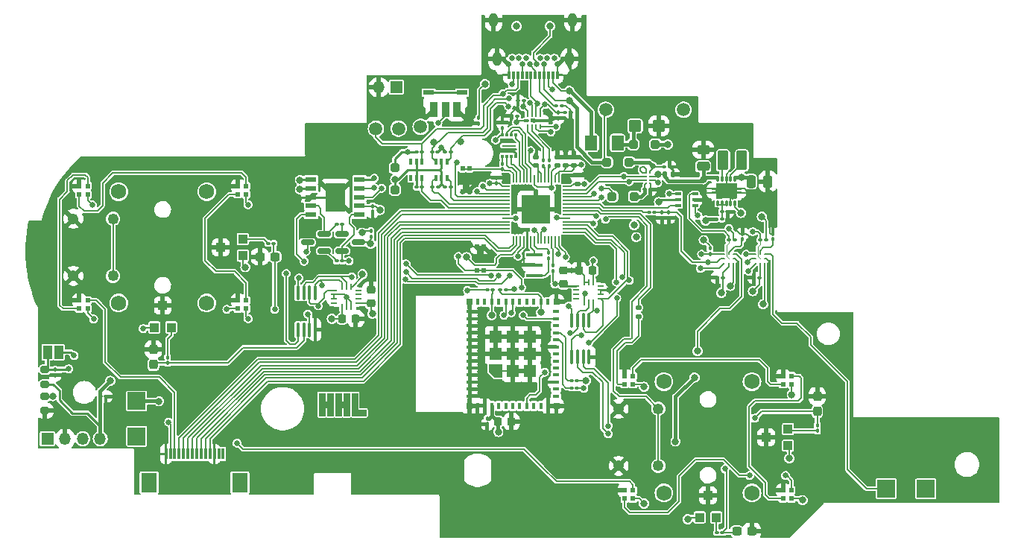
<source format=gbr>
G04 #@! TF.GenerationSoftware,KiCad,Pcbnew,7.0.6*
G04 #@! TF.CreationDate,2024-01-02T21:36:57-08:00*
G04 #@! TF.ProjectId,procon_gcc_main_pcb,70726f63-6f6e-45f6-9763-635f6d61696e,1*
G04 #@! TF.SameCoordinates,Original*
G04 #@! TF.FileFunction,Copper,L1,Top*
G04 #@! TF.FilePolarity,Positive*
%FSLAX46Y46*%
G04 Gerber Fmt 4.6, Leading zero omitted, Abs format (unit mm)*
G04 Created by KiCad (PCBNEW 7.0.6) date 2024-01-02 21:36:57*
%MOMM*%
%LPD*%
G01*
G04 APERTURE LIST*
G04 Aperture macros list*
%AMRoundRect*
0 Rectangle with rounded corners*
0 $1 Rounding radius*
0 $2 $3 $4 $5 $6 $7 $8 $9 X,Y pos of 4 corners*
0 Add a 4 corners polygon primitive as box body*
4,1,4,$2,$3,$4,$5,$6,$7,$8,$9,$2,$3,0*
0 Add four circle primitives for the rounded corners*
1,1,$1+$1,$2,$3*
1,1,$1+$1,$4,$5*
1,1,$1+$1,$6,$7*
1,1,$1+$1,$8,$9*
0 Add four rect primitives between the rounded corners*
20,1,$1+$1,$2,$3,$4,$5,0*
20,1,$1+$1,$4,$5,$6,$7,0*
20,1,$1+$1,$6,$7,$8,$9,0*
20,1,$1+$1,$8,$9,$2,$3,0*%
%AMFreePoly0*
4,1,15,-0.124998,0.730000,0.725000,0.730000,0.728536,0.728536,0.730000,0.725000,0.730000,-0.725000,0.728536,-0.728536,0.725000,-0.730000,-0.725000,-0.730000,-0.728536,-0.728536,-0.730000,-0.725000,-0.730001,0.125000,-0.728536,0.128536,-0.128536,0.728536,-0.125000,0.730001,-0.124998,0.730000,-0.124998,0.730000,$1*%
%AMFreePoly1*
4,1,45,-0.121464,1.703536,-0.120000,1.700000,-0.120000,1.205000,0.120000,1.205000,0.120000,1.700000,0.121464,1.703536,0.125000,1.705000,0.375000,1.705000,0.378536,1.703536,0.380000,1.700000,0.380000,1.205000,0.825000,1.205000,0.828536,1.203536,0.830000,1.200000,0.830000,-1.200000,0.828536,-1.203536,0.825000,-1.205000,0.380000,-1.205000,0.380000,-1.700000,0.378536,-1.703536,
0.375000,-1.705000,0.125000,-1.705000,0.121464,-1.703536,0.120000,-1.700000,0.120000,-1.205000,-0.120000,-1.205000,-0.120000,-1.700000,-0.121464,-1.703536,-0.125000,-1.705000,-0.375000,-1.705000,-0.378536,-1.703536,-0.380000,-1.700000,-0.380000,-1.205000,-0.825000,-1.205000,-0.828536,-1.203536,-0.830000,-1.200000,-0.830000,1.200000,-0.828536,1.203536,-0.825000,1.205000,-0.380000,1.205000,
-0.380000,1.700000,-0.378536,1.703536,-0.375000,1.705000,-0.125000,1.705000,-0.121464,1.703536,-0.121464,1.703536,$1*%
G04 Aperture macros list end*
G04 #@! TA.AperFunction,EtchedComponent*
%ADD10C,0.050000*%
G04 #@! TD*
G04 #@! TA.AperFunction,SMDPad,CuDef*
%ADD11R,1.000000X1.000000*%
G04 #@! TD*
G04 #@! TA.AperFunction,SMDPad,CuDef*
%ADD12R,0.950000X1.700000*%
G04 #@! TD*
G04 #@! TA.AperFunction,SMDPad,CuDef*
%ADD13R,0.900000X1.700000*%
G04 #@! TD*
G04 #@! TA.AperFunction,SMDPad,CuDef*
%ADD14R,1.200000X0.600000*%
G04 #@! TD*
G04 #@! TA.AperFunction,ComponentPad*
%ADD15C,1.750000*%
G04 #@! TD*
G04 #@! TA.AperFunction,ComponentPad*
%ADD16C,1.250000*%
G04 #@! TD*
G04 #@! TA.AperFunction,SMDPad,CuDef*
%ADD17C,0.165000*%
G04 #@! TD*
G04 #@! TA.AperFunction,SMDPad,CuDef*
%ADD18R,0.650000X0.400000*%
G04 #@! TD*
G04 #@! TA.AperFunction,SMDPad,CuDef*
%ADD19RoundRect,0.100000X-0.130000X-0.100000X0.130000X-0.100000X0.130000X0.100000X-0.130000X0.100000X0*%
G04 #@! TD*
G04 #@! TA.AperFunction,SMDPad,CuDef*
%ADD20RoundRect,0.100000X0.100000X-0.130000X0.100000X0.130000X-0.100000X0.130000X-0.100000X-0.130000X0*%
G04 #@! TD*
G04 #@! TA.AperFunction,SMDPad,CuDef*
%ADD21RoundRect,0.100000X0.130000X0.100000X-0.130000X0.100000X-0.130000X-0.100000X0.130000X-0.100000X0*%
G04 #@! TD*
G04 #@! TA.AperFunction,SMDPad,CuDef*
%ADD22RoundRect,0.100000X-0.100000X0.130000X-0.100000X-0.130000X0.100000X-0.130000X0.100000X0.130000X0*%
G04 #@! TD*
G04 #@! TA.AperFunction,SMDPad,CuDef*
%ADD23RoundRect,0.250000X-0.250000X-0.475000X0.250000X-0.475000X0.250000X0.475000X-0.250000X0.475000X0*%
G04 #@! TD*
G04 #@! TA.AperFunction,SMDPad,CuDef*
%ADD24RoundRect,0.250000X0.250000X0.250000X-0.250000X0.250000X-0.250000X-0.250000X0.250000X-0.250000X0*%
G04 #@! TD*
G04 #@! TA.AperFunction,SMDPad,CuDef*
%ADD25R,0.550000X0.550000*%
G04 #@! TD*
G04 #@! TA.AperFunction,SMDPad,CuDef*
%ADD26RoundRect,0.225000X-0.250000X0.225000X-0.250000X-0.225000X0.250000X-0.225000X0.250000X0.225000X0*%
G04 #@! TD*
G04 #@! TA.AperFunction,SMDPad,CuDef*
%ADD27RoundRect,0.140000X0.140000X0.170000X-0.140000X0.170000X-0.140000X-0.170000X0.140000X-0.170000X0*%
G04 #@! TD*
G04 #@! TA.AperFunction,SMDPad,CuDef*
%ADD28RoundRect,0.100000X0.100000X-0.712500X0.100000X0.712500X-0.100000X0.712500X-0.100000X-0.712500X0*%
G04 #@! TD*
G04 #@! TA.AperFunction,SMDPad,CuDef*
%ADD29RoundRect,0.237500X-0.237500X0.300000X-0.237500X-0.300000X0.237500X-0.300000X0.237500X0.300000X0*%
G04 #@! TD*
G04 #@! TA.AperFunction,SMDPad,CuDef*
%ADD30R,0.400000X0.650000*%
G04 #@! TD*
G04 #@! TA.AperFunction,SMDPad,CuDef*
%ADD31RoundRect,0.135000X0.185000X-0.135000X0.185000X0.135000X-0.185000X0.135000X-0.185000X-0.135000X0*%
G04 #@! TD*
G04 #@! TA.AperFunction,SMDPad,CuDef*
%ADD32RoundRect,0.237500X0.300000X0.237500X-0.300000X0.237500X-0.300000X-0.237500X0.300000X-0.237500X0*%
G04 #@! TD*
G04 #@! TA.AperFunction,ComponentPad*
%ADD33R,2.000000X2.000000*%
G04 #@! TD*
G04 #@! TA.AperFunction,SMDPad,CuDef*
%ADD34RoundRect,0.050000X-0.387500X-0.050000X0.387500X-0.050000X0.387500X0.050000X-0.387500X0.050000X0*%
G04 #@! TD*
G04 #@! TA.AperFunction,SMDPad,CuDef*
%ADD35RoundRect,0.050000X-0.050000X-0.387500X0.050000X-0.387500X0.050000X0.387500X-0.050000X0.387500X0*%
G04 #@! TD*
G04 #@! TA.AperFunction,SMDPad,CuDef*
%ADD36R,3.200000X3.200000*%
G04 #@! TD*
G04 #@! TA.AperFunction,SMDPad,CuDef*
%ADD37C,1.500000*%
G04 #@! TD*
G04 #@! TA.AperFunction,SMDPad,CuDef*
%ADD38R,0.400000X0.800000*%
G04 #@! TD*
G04 #@! TA.AperFunction,SMDPad,CuDef*
%ADD39R,0.800000X0.400000*%
G04 #@! TD*
G04 #@! TA.AperFunction,SMDPad,CuDef*
%ADD40R,1.450000X1.450000*%
G04 #@! TD*
G04 #@! TA.AperFunction,SMDPad,CuDef*
%ADD41R,0.700000X0.700000*%
G04 #@! TD*
G04 #@! TA.AperFunction,SMDPad,CuDef*
%ADD42FreePoly0,90.000000*%
G04 #@! TD*
G04 #@! TA.AperFunction,SMDPad,CuDef*
%ADD43RoundRect,0.140000X0.170000X-0.140000X0.170000X0.140000X-0.170000X0.140000X-0.170000X-0.140000X0*%
G04 #@! TD*
G04 #@! TA.AperFunction,SMDPad,CuDef*
%ADD44RoundRect,0.250000X-0.250000X-0.250000X0.250000X-0.250000X0.250000X0.250000X-0.250000X0.250000X0*%
G04 #@! TD*
G04 #@! TA.AperFunction,SMDPad,CuDef*
%ADD45RoundRect,0.250001X0.462499X0.624999X-0.462499X0.624999X-0.462499X-0.624999X0.462499X-0.624999X0*%
G04 #@! TD*
G04 #@! TA.AperFunction,SMDPad,CuDef*
%ADD46RoundRect,0.007200X-0.112800X0.292800X-0.112800X-0.292800X0.112800X-0.292800X0.112800X0.292800X0*%
G04 #@! TD*
G04 #@! TA.AperFunction,SMDPad,CuDef*
%ADD47FreePoly1,270.000000*%
G04 #@! TD*
G04 #@! TA.AperFunction,SMDPad,CuDef*
%ADD48RoundRect,0.225000X0.225000X0.250000X-0.225000X0.250000X-0.225000X-0.250000X0.225000X-0.250000X0*%
G04 #@! TD*
G04 #@! TA.AperFunction,SMDPad,CuDef*
%ADD49C,0.230000*%
G04 #@! TD*
G04 #@! TA.AperFunction,SMDPad,CuDef*
%ADD50R,0.300000X0.400000*%
G04 #@! TD*
G04 #@! TA.AperFunction,HeatsinkPad*
%ADD51R,1.600000X0.200000*%
G04 #@! TD*
G04 #@! TA.AperFunction,SMDPad,CuDef*
%ADD52RoundRect,0.237500X-0.300000X-0.237500X0.300000X-0.237500X0.300000X0.237500X-0.300000X0.237500X0*%
G04 #@! TD*
G04 #@! TA.AperFunction,SMDPad,CuDef*
%ADD53RoundRect,0.250000X0.450000X0.425000X-0.450000X0.425000X-0.450000X-0.425000X0.450000X-0.425000X0*%
G04 #@! TD*
G04 #@! TA.AperFunction,SMDPad,CuDef*
%ADD54RoundRect,0.150000X-0.587500X-0.150000X0.587500X-0.150000X0.587500X0.150000X-0.587500X0.150000X0*%
G04 #@! TD*
G04 #@! TA.AperFunction,SMDPad,CuDef*
%ADD55R,1.000000X1.500000*%
G04 #@! TD*
G04 #@! TA.AperFunction,ComponentPad*
%ADD56R,1.350000X1.350000*%
G04 #@! TD*
G04 #@! TA.AperFunction,ComponentPad*
%ADD57O,1.350000X1.350000*%
G04 #@! TD*
G04 #@! TA.AperFunction,SMDPad,CuDef*
%ADD58R,1.900000X0.400000*%
G04 #@! TD*
G04 #@! TA.AperFunction,SMDPad,CuDef*
%ADD59RoundRect,0.225000X-0.225000X-0.250000X0.225000X-0.250000X0.225000X0.250000X-0.225000X0.250000X0*%
G04 #@! TD*
G04 #@! TA.AperFunction,SMDPad,CuDef*
%ADD60R,1.300000X0.600000*%
G04 #@! TD*
G04 #@! TA.AperFunction,HeatsinkPad*
%ADD61R,2.300000X3.200000*%
G04 #@! TD*
G04 #@! TA.AperFunction,SMDPad,CuDef*
%ADD62RoundRect,0.150000X0.587500X0.150000X-0.587500X0.150000X-0.587500X-0.150000X0.587500X-0.150000X0*%
G04 #@! TD*
G04 #@! TA.AperFunction,SMDPad,CuDef*
%ADD63R,0.500000X0.550000*%
G04 #@! TD*
G04 #@! TA.AperFunction,SMDPad,CuDef*
%ADD64RoundRect,0.140000X-0.170000X0.140000X-0.170000X-0.140000X0.170000X-0.140000X0.170000X0.140000X0*%
G04 #@! TD*
G04 #@! TA.AperFunction,SMDPad,CuDef*
%ADD65R,0.300000X1.300000*%
G04 #@! TD*
G04 #@! TA.AperFunction,SMDPad,CuDef*
%ADD66R,1.800000X2.200000*%
G04 #@! TD*
G04 #@! TA.AperFunction,SMDPad,CuDef*
%ADD67RoundRect,0.200000X-0.275000X0.200000X-0.275000X-0.200000X0.275000X-0.200000X0.275000X0.200000X0*%
G04 #@! TD*
G04 #@! TA.AperFunction,SMDPad,CuDef*
%ADD68R,0.300000X0.900000*%
G04 #@! TD*
G04 #@! TA.AperFunction,ComponentPad*
%ADD69C,0.650000*%
G04 #@! TD*
G04 #@! TA.AperFunction,ComponentPad*
%ADD70O,1.000000X1.600000*%
G04 #@! TD*
G04 #@! TA.AperFunction,SMDPad,CuDef*
%ADD71RoundRect,0.050000X0.075000X-0.225000X0.075000X0.225000X-0.075000X0.225000X-0.075000X-0.225000X0*%
G04 #@! TD*
G04 #@! TA.AperFunction,SMDPad,CuDef*
%ADD72RoundRect,0.050000X0.050000X-0.225000X0.050000X0.225000X-0.050000X0.225000X-0.050000X-0.225000X0*%
G04 #@! TD*
G04 #@! TA.AperFunction,SMDPad,CuDef*
%ADD73RoundRect,0.050000X0.250000X-0.100000X0.250000X0.100000X-0.250000X0.100000X-0.250000X-0.100000X0*%
G04 #@! TD*
G04 #@! TA.AperFunction,SMDPad,CuDef*
%ADD74R,0.745000X0.280000*%
G04 #@! TD*
G04 #@! TA.AperFunction,SMDPad,CuDef*
%ADD75R,0.280000X0.745000*%
G04 #@! TD*
G04 #@! TA.AperFunction,SMDPad,CuDef*
%ADD76RoundRect,0.250000X-0.375000X-0.850000X0.375000X-0.850000X0.375000X0.850000X-0.375000X0.850000X0*%
G04 #@! TD*
G04 #@! TA.AperFunction,SMDPad,CuDef*
%ADD77RoundRect,0.250000X-0.250000X0.250000X-0.250000X-0.250000X0.250000X-0.250000X0.250000X0.250000X0*%
G04 #@! TD*
G04 #@! TA.AperFunction,SMDPad,CuDef*
%ADD78RoundRect,0.200000X0.275000X-0.200000X0.275000X0.200000X-0.275000X0.200000X-0.275000X-0.200000X0*%
G04 #@! TD*
G04 #@! TA.AperFunction,SMDPad,CuDef*
%ADD79RoundRect,0.250000X-0.475000X0.250000X-0.475000X-0.250000X0.475000X-0.250000X0.475000X0.250000X0*%
G04 #@! TD*
G04 #@! TA.AperFunction,ViaPad*
%ADD80C,0.650000*%
G04 #@! TD*
G04 #@! TA.AperFunction,ViaPad*
%ADD81C,0.800000*%
G04 #@! TD*
G04 #@! TA.AperFunction,Conductor*
%ADD82C,0.150000*%
G04 #@! TD*
G04 #@! TA.AperFunction,Conductor*
%ADD83C,0.200000*%
G04 #@! TD*
G04 #@! TA.AperFunction,Conductor*
%ADD84C,0.400000*%
G04 #@! TD*
G04 #@! TA.AperFunction,Conductor*
%ADD85C,0.250000*%
G04 #@! TD*
G04 #@! TA.AperFunction,Conductor*
%ADD86C,0.100000*%
G04 #@! TD*
G04 APERTURE END LIST*
D10*
X118516029Y-136903898D02*
X119469984Y-136903898D01*
X119469984Y-137573267D01*
X117883370Y-137573267D01*
X117883370Y-135020095D01*
X118516029Y-135020095D01*
X118516029Y-136903898D01*
G04 #@! TA.AperFunction,EtchedComponent*
G36*
X118516029Y-136903898D02*
G01*
X119469984Y-136903898D01*
X119469984Y-137573267D01*
X117883370Y-137573267D01*
X117883370Y-135020095D01*
X118516029Y-135020095D01*
X118516029Y-136903898D01*
G37*
G04 #@! TD.AperFunction*
X115750266Y-137573267D02*
X115069405Y-137573267D01*
X115069405Y-136605145D01*
X114829749Y-136605145D01*
X114829749Y-137573267D01*
X114144449Y-137573267D01*
X114144449Y-135020615D01*
X114827463Y-135020095D01*
X114827463Y-135942897D01*
X115069405Y-135942897D01*
X115069405Y-135020095D01*
X115750266Y-135020095D01*
X115750266Y-137573267D01*
G04 #@! TA.AperFunction,EtchedComponent*
G36*
X115750266Y-137573267D02*
G01*
X115069405Y-137573267D01*
X115069405Y-136605145D01*
X114829749Y-136605145D01*
X114829749Y-137573267D01*
X114144449Y-137573267D01*
X114144449Y-135020615D01*
X114827463Y-135020095D01*
X114827463Y-135942897D01*
X115069405Y-135942897D01*
X115069405Y-135020095D01*
X115750266Y-135020095D01*
X115750266Y-137573267D01*
G37*
G04 #@! TD.AperFunction*
X117600266Y-137573267D02*
X116919405Y-137573267D01*
X116919405Y-136605145D01*
X116679749Y-136605145D01*
X116679749Y-137573267D01*
X115994449Y-137573267D01*
X115994449Y-135020615D01*
X116677463Y-135020095D01*
X116677463Y-135942897D01*
X116919405Y-135942897D01*
X116919405Y-135020095D01*
X117600266Y-135020095D01*
X117600266Y-137573267D01*
G04 #@! TA.AperFunction,EtchedComponent*
G36*
X117600266Y-137573267D02*
G01*
X116919405Y-137573267D01*
X116919405Y-136605145D01*
X116679749Y-136605145D01*
X116679749Y-137573267D01*
X115994449Y-137573267D01*
X115994449Y-135020615D01*
X116677463Y-135020095D01*
X116677463Y-135942897D01*
X116919405Y-135942897D01*
X116919405Y-135020095D01*
X117600266Y-135020095D01*
X117600266Y-137573267D01*
G37*
G04 #@! TD.AperFunction*
D11*
X167420200Y-140972000D03*
X167420200Y-139072000D03*
X164920200Y-140022000D03*
X157370200Y-149122000D03*
X159270200Y-149122000D03*
X158320200Y-146622000D03*
X105477000Y-119382600D03*
X105477000Y-117482600D03*
X102977000Y-118432600D03*
X95427000Y-127532600D03*
X97327000Y-127532600D03*
X96377000Y-125032600D03*
D12*
X127208519Y-102740000D03*
D13*
X128483519Y-102740000D03*
D12*
X129758519Y-102740000D03*
D14*
X126583519Y-100840000D03*
X130383519Y-100840000D03*
D15*
X153320200Y-133697000D03*
X153320200Y-146347000D03*
X163320200Y-133697000D03*
X163320200Y-146347000D03*
D16*
X152670200Y-136772000D03*
X152670200Y-143272000D03*
X148170200Y-136772000D03*
X148170200Y-143272000D03*
D15*
X91377000Y-112107600D03*
X91377000Y-124757600D03*
X101377000Y-112107600D03*
X101377000Y-124757600D03*
D16*
X90727000Y-115182600D03*
X90727000Y-121682600D03*
X86227000Y-115182600D03*
X86227000Y-121682600D03*
D17*
X163750000Y-119200000D03*
X164250000Y-119200000D03*
X164750000Y-119200000D03*
X163750000Y-119700000D03*
X164250000Y-119700000D03*
X164750000Y-119700000D03*
X163750000Y-120200000D03*
X164250000Y-120200000D03*
X164750000Y-120200000D03*
D18*
X156850000Y-113675000D03*
X156850000Y-113025000D03*
X156850000Y-112375000D03*
X154950000Y-112375000D03*
X154950000Y-113025000D03*
X154950000Y-113675000D03*
D17*
X160200000Y-119200000D03*
X160700000Y-119200000D03*
X161200000Y-119200000D03*
X160200000Y-119700000D03*
X160700000Y-119700000D03*
X161200000Y-119700000D03*
X160200000Y-120200000D03*
X160700000Y-120200000D03*
X161200000Y-120200000D03*
D19*
X164255000Y-117550000D03*
X164895000Y-117550000D03*
D20*
X153087600Y-115096200D03*
X153087600Y-114456200D03*
D21*
X164170000Y-121875000D03*
X163530000Y-121875000D03*
D22*
X165680000Y-116880000D03*
X165680000Y-117520000D03*
D20*
X153862600Y-115096200D03*
X153862600Y-114456200D03*
D21*
X159995000Y-121875000D03*
X159355000Y-121875000D03*
D22*
X162250000Y-116870000D03*
X162250000Y-117510000D03*
D21*
X89920000Y-135375000D03*
X89280000Y-135375000D03*
D23*
X163200000Y-110950000D03*
X165100000Y-110950000D03*
D22*
X139611100Y-108543094D03*
X139611100Y-109183094D03*
D24*
X149350000Y-108750000D03*
X146850000Y-108750000D03*
D25*
X166845200Y-133997000D03*
X167795200Y-133997000D03*
X167795200Y-133047000D03*
X166845200Y-133047000D03*
D26*
X120018689Y-123258755D03*
X120018689Y-124808755D03*
D19*
X160705000Y-117550000D03*
X161345000Y-117550000D03*
D27*
X154356400Y-110163000D03*
X153396400Y-110163000D03*
D20*
X170739623Y-139288477D03*
X170739623Y-138648477D03*
D28*
X111750200Y-127791700D03*
X112400200Y-127791700D03*
X113050200Y-127791700D03*
X113700200Y-127791700D03*
X113700200Y-123566700D03*
X113050200Y-123566700D03*
X112400200Y-123566700D03*
X111750200Y-123566700D03*
D29*
X95317457Y-130017891D03*
X95317457Y-131742891D03*
D30*
X124546600Y-110556100D03*
X125196600Y-110556100D03*
X125846600Y-110556100D03*
X125846600Y-108656100D03*
X125196600Y-108656100D03*
X124546600Y-108656100D03*
D31*
X150418800Y-126290800D03*
X150418800Y-125270800D03*
D19*
X142807000Y-133583600D03*
X143447000Y-133583600D03*
D32*
X163312504Y-150698757D03*
X161587504Y-150698757D03*
D25*
X86902000Y-112407600D03*
X87852000Y-112407600D03*
X87852000Y-111457600D03*
X86902000Y-111457600D03*
D21*
X127660800Y-111612700D03*
X127020800Y-111612700D03*
D20*
X134950900Y-104884294D03*
X134950900Y-104244294D03*
D33*
X183062000Y-145848750D03*
D34*
X135348200Y-111508094D03*
X135348200Y-111908094D03*
X135348200Y-112308094D03*
X135348200Y-112708094D03*
X135348200Y-113108094D03*
X135348200Y-113508094D03*
X135348200Y-113908094D03*
X135348200Y-114308094D03*
X135348200Y-114708094D03*
X135348200Y-115108094D03*
X135348200Y-115508094D03*
X135348200Y-115908094D03*
X135348200Y-116308094D03*
X135348200Y-116708094D03*
D35*
X136185700Y-117545594D03*
X136585700Y-117545594D03*
X136985700Y-117545594D03*
X137385700Y-117545594D03*
X137785700Y-117545594D03*
X138185700Y-117545594D03*
X138585700Y-117545594D03*
X138985700Y-117545594D03*
X139385700Y-117545594D03*
X139785700Y-117545594D03*
X140185700Y-117545594D03*
X140585700Y-117545594D03*
X140985700Y-117545594D03*
X141385700Y-117545594D03*
D34*
X142223200Y-116708094D03*
X142223200Y-116308094D03*
X142223200Y-115908094D03*
X142223200Y-115508094D03*
X142223200Y-115108094D03*
X142223200Y-114708094D03*
X142223200Y-114308094D03*
X142223200Y-113908094D03*
X142223200Y-113508094D03*
X142223200Y-113108094D03*
X142223200Y-112708094D03*
X142223200Y-112308094D03*
X142223200Y-111908094D03*
X142223200Y-111508094D03*
D35*
X141385700Y-110670594D03*
X140985700Y-110670594D03*
X140585700Y-110670594D03*
X140185700Y-110670594D03*
X139785700Y-110670594D03*
X139385700Y-110670594D03*
X138985700Y-110670594D03*
X138585700Y-110670594D03*
X138185700Y-110670594D03*
X137785700Y-110670594D03*
X137385700Y-110670594D03*
X136985700Y-110670594D03*
X136585700Y-110670594D03*
X136185700Y-110670594D03*
D36*
X138785700Y-114108094D03*
D25*
X104902000Y-125407600D03*
X105852000Y-125407600D03*
X105852000Y-124457600D03*
X104902000Y-124457600D03*
D37*
X146700000Y-102800000D03*
D38*
X132144200Y-136448800D03*
X132944200Y-136448800D03*
X133744200Y-136448800D03*
X134544200Y-136448800D03*
X135344200Y-136448800D03*
X136144200Y-136448800D03*
X136944200Y-136448800D03*
X137744200Y-136448800D03*
X138544200Y-136448800D03*
X139344200Y-136448800D03*
X140144200Y-136448800D03*
D39*
X141044200Y-135348800D03*
X141044200Y-134548800D03*
X141044200Y-133748800D03*
X141044200Y-132948800D03*
X141044200Y-132148800D03*
X141044200Y-131348800D03*
X141044200Y-130548800D03*
X141044200Y-129748800D03*
X141044200Y-128948800D03*
X141044200Y-128148800D03*
X141044200Y-127348800D03*
X141044200Y-126548800D03*
X141044200Y-125748800D03*
D38*
X140144200Y-124648800D03*
X139344200Y-124648800D03*
X138544200Y-124648800D03*
X137744200Y-124648800D03*
X136944200Y-124648800D03*
X136144200Y-124648800D03*
X135344200Y-124648800D03*
X134544200Y-124648800D03*
X133744200Y-124648800D03*
X132944200Y-124648800D03*
X132144200Y-124648800D03*
D39*
X131244200Y-125748800D03*
X131244200Y-126548800D03*
X131244200Y-127348800D03*
X131244200Y-128148800D03*
X131244200Y-128948800D03*
X131244200Y-129748800D03*
X131244200Y-130548800D03*
X131244200Y-131348800D03*
X131244200Y-132148800D03*
X131244200Y-132948800D03*
X131244200Y-133748800D03*
X131244200Y-134548800D03*
X131244200Y-135348800D03*
D40*
X136144200Y-130548800D03*
D41*
X131194200Y-124598800D03*
X141094200Y-124598800D03*
X141094200Y-136498800D03*
X131194200Y-136498800D03*
D40*
X136144200Y-132498800D03*
X138094200Y-132498800D03*
X138094200Y-130548800D03*
X138094200Y-128598800D03*
X136144200Y-128598800D03*
X134194200Y-128598800D03*
X134194200Y-130548800D03*
D42*
X134194200Y-132498800D03*
D43*
X142151100Y-109137294D03*
X142151100Y-108177294D03*
D19*
X125206800Y-111612700D03*
X125846800Y-111612700D03*
D44*
X147441600Y-112649000D03*
X149941600Y-112649000D03*
D45*
X148039338Y-106541120D03*
X145064338Y-106541120D03*
D33*
X93413992Y-139903200D03*
D24*
X152337120Y-106709987D03*
X149837120Y-106709987D03*
D20*
X134251700Y-111164294D03*
X134251700Y-110524294D03*
D37*
X123164600Y-104927400D03*
D22*
X141274800Y-103108800D03*
X141274800Y-103748800D03*
D19*
X125181400Y-107599500D03*
X125821400Y-107599500D03*
D21*
X143447000Y-134396400D03*
X142807000Y-134396400D03*
D20*
X158550000Y-118555000D03*
X158550000Y-119195000D03*
D19*
X116143023Y-119981101D03*
X116783023Y-119981101D03*
D46*
X161400000Y-110600000D03*
X160900000Y-110600000D03*
X160400000Y-110600000D03*
X159900000Y-110600000D03*
X159400000Y-110600000D03*
X159400000Y-113400000D03*
X159900000Y-113400000D03*
X160400000Y-113400000D03*
X160900000Y-113400000D03*
X161400000Y-113400000D03*
D47*
X160400000Y-112000000D03*
D48*
X118314100Y-126547002D03*
X116764100Y-126547002D03*
D22*
X140322300Y-108543094D03*
X140322300Y-109183094D03*
D49*
X151288800Y-109969400D03*
X151688800Y-109969400D03*
X151288800Y-110369400D03*
X151688800Y-110369400D03*
X151288800Y-110769400D03*
X151688800Y-110769400D03*
X151288800Y-111169400D03*
X151688800Y-111169400D03*
D50*
X134949500Y-108081894D03*
X135449500Y-108081894D03*
X135949500Y-108081894D03*
X136449500Y-108081894D03*
X136449500Y-105681894D03*
X135949500Y-105681894D03*
X135449500Y-105681894D03*
X134949500Y-105681894D03*
D51*
X135699500Y-106881894D03*
D52*
X107418809Y-119497056D03*
X109143809Y-119497056D03*
D19*
X142072400Y-103073200D03*
X142712400Y-103073200D03*
D53*
X152744334Y-104634540D03*
X150044334Y-104634540D03*
D25*
X148845200Y-146997000D03*
X149795200Y-146997000D03*
X149795200Y-146047000D03*
X148845200Y-146047000D03*
D54*
X116744723Y-116922901D03*
X116744723Y-118822901D03*
X118619723Y-117872901D03*
D55*
X83271600Y-130352800D03*
X84571600Y-130352800D03*
D26*
X141938323Y-121038129D03*
X141938323Y-122588129D03*
D56*
X83274400Y-140182600D03*
D57*
X85274400Y-140182600D03*
X87274400Y-140182600D03*
X89274400Y-140182600D03*
D19*
X136738400Y-101752400D03*
X137378400Y-101752400D03*
D20*
X134975600Y-109564094D03*
X134975600Y-108924094D03*
D19*
X116132423Y-115764701D03*
X116772423Y-115764701D03*
D58*
X138595100Y-119236494D03*
X138595100Y-120436494D03*
X138595100Y-121636494D03*
D43*
X143471900Y-111197294D03*
X143471900Y-110237294D03*
D25*
X104902000Y-112407600D03*
X105852000Y-112407600D03*
X105852000Y-111457600D03*
X104902000Y-111457600D03*
D21*
X136641800Y-103505000D03*
X136001800Y-103505000D03*
D59*
X134454600Y-138226800D03*
X136004600Y-138226800D03*
D29*
X170738456Y-135352081D03*
X170738456Y-137077081D03*
D22*
X84175600Y-132329400D03*
X84175600Y-132969400D03*
D25*
X166845200Y-146997000D03*
X167795200Y-146997000D03*
X167795200Y-146047000D03*
X166845200Y-146047000D03*
D30*
X127391400Y-110556100D03*
X128041400Y-110556100D03*
X128691400Y-110556100D03*
X128691400Y-108656100D03*
X128041400Y-108656100D03*
X127391400Y-108656100D03*
D60*
X113227302Y-110726102D03*
X113227302Y-111726102D03*
X113227302Y-112726102D03*
X113227302Y-113726102D03*
X113227302Y-114726102D03*
X118727302Y-114726102D03*
X118727302Y-113726102D03*
X118727302Y-112726102D03*
X118727302Y-111726102D03*
X118727302Y-110726102D03*
D61*
X115977302Y-112726102D03*
D19*
X159325629Y-150847756D03*
X159965629Y-150847756D03*
D62*
X114708123Y-118822901D03*
X114708123Y-116922901D03*
X112833123Y-117872901D03*
D21*
X133873200Y-123266200D03*
X133233200Y-123266200D03*
D63*
X130435400Y-112119800D03*
X131235400Y-112119800D03*
X130435400Y-109469800D03*
X131235400Y-109469800D03*
D19*
X108365401Y-117977059D03*
X109005401Y-117977059D03*
D59*
X143678194Y-121060800D03*
X145228194Y-121060800D03*
D64*
X143065500Y-108177294D03*
X143065500Y-109137294D03*
D19*
X153353200Y-109274000D03*
X153993200Y-109274000D03*
D20*
X140703300Y-121121094D03*
X140703300Y-120481094D03*
D22*
X120225902Y-113736302D03*
X120225902Y-114376302D03*
D64*
X138747500Y-108179894D03*
X138747500Y-109139894D03*
D56*
X122920000Y-100228400D03*
D57*
X120920000Y-100228400D03*
D37*
X120599200Y-104952800D03*
D64*
X141236700Y-108179894D03*
X141236700Y-109139894D03*
D65*
X96741205Y-141917846D03*
X97241205Y-141917846D03*
X97741205Y-141917846D03*
X98241205Y-141917846D03*
X98741205Y-141917846D03*
X99241205Y-141917846D03*
X99741205Y-141917846D03*
X100241205Y-141917846D03*
X100741205Y-141917846D03*
X101241205Y-141917846D03*
X101741205Y-141917846D03*
X102241205Y-141917846D03*
X102741205Y-141917846D03*
X103241205Y-141917846D03*
D66*
X94841205Y-145167846D03*
X105141205Y-145167846D03*
D37*
X155545200Y-102799400D03*
X125679200Y-104724200D03*
D67*
X83007200Y-132321800D03*
X83007200Y-133971800D03*
D21*
X127624800Y-107599500D03*
X126984800Y-107599500D03*
D68*
X141210000Y-98835000D03*
X140710000Y-98835000D03*
X140210000Y-98835000D03*
X139710000Y-98835000D03*
X139210000Y-98835000D03*
X138710000Y-98835000D03*
X138210000Y-98835000D03*
X137710000Y-98835000D03*
X137210000Y-98835000D03*
X136710000Y-98835000D03*
X136210000Y-98835000D03*
X135710000Y-98835000D03*
D69*
X135660000Y-97625000D03*
X136060000Y-96925000D03*
X136860000Y-96925000D03*
X137260000Y-97625000D03*
X137660000Y-96925000D03*
X138060000Y-97625000D03*
X138860000Y-97625000D03*
X139260000Y-96925000D03*
X139660000Y-97625000D03*
X140060000Y-96925000D03*
X140860000Y-96925000D03*
X141260000Y-97625000D03*
D70*
X142950000Y-92635000D03*
X142590000Y-97025000D03*
X134330000Y-97025000D03*
X133970000Y-92635000D03*
D71*
X137807000Y-104688000D03*
D72*
X138307000Y-104688000D03*
X138807000Y-104688000D03*
D71*
X139307000Y-104688000D03*
D73*
X139457000Y-104013000D03*
D71*
X139307000Y-103338000D03*
D72*
X138807000Y-103338000D03*
X138307000Y-103338000D03*
D71*
X137807000Y-103338000D03*
D73*
X137657000Y-104013000D03*
D28*
X142865200Y-130915900D03*
X143515200Y-130915900D03*
X144165200Y-130915900D03*
X144815200Y-130915900D03*
X144815200Y-126690900D03*
X144165200Y-126690900D03*
X143515200Y-126690900D03*
X142865200Y-126690900D03*
D63*
X132861000Y-118385200D03*
X132061000Y-118385200D03*
X132861000Y-121035200D03*
X132061000Y-121035200D03*
D19*
X128432600Y-107599500D03*
X129072600Y-107599500D03*
D20*
X140220700Y-119664294D03*
X140220700Y-119024294D03*
D22*
X96933652Y-130932363D03*
X96933652Y-131572363D03*
D20*
X133248400Y-138521400D03*
X133248400Y-137881400D03*
D25*
X86902000Y-125407600D03*
X87852000Y-125407600D03*
X87852000Y-124457600D03*
X86902000Y-124457600D03*
D74*
X146159800Y-124295600D03*
X146159800Y-123795600D03*
X146159800Y-123295600D03*
X146159800Y-122795600D03*
D75*
X145261800Y-122397600D03*
X144761800Y-122397600D03*
X144261800Y-122397600D03*
D74*
X143363800Y-122795600D03*
X143363800Y-123295600D03*
X143363800Y-123795600D03*
X143363800Y-124295600D03*
D75*
X144261800Y-124693600D03*
X144761800Y-124693600D03*
X145261800Y-124693600D03*
D19*
X128443200Y-111612700D03*
X129083200Y-111612700D03*
X151143400Y-111864800D03*
X151783400Y-111864800D03*
D74*
X115841200Y-123303600D03*
X115841200Y-123803600D03*
X115841200Y-124303600D03*
X115841200Y-124803600D03*
D75*
X116739200Y-125201600D03*
X117239200Y-125201600D03*
X117739200Y-125201600D03*
D74*
X118637200Y-124803600D03*
X118637200Y-124303600D03*
X118637200Y-123803600D03*
X118637200Y-123303600D03*
D75*
X117739200Y-122905600D03*
X117239200Y-122905600D03*
X116739200Y-122905600D03*
D76*
X160025000Y-108550000D03*
X162175000Y-108550000D03*
D22*
X132257800Y-103718400D03*
X132257800Y-104358400D03*
D21*
X160538077Y-114402950D03*
X159898077Y-114402950D03*
D77*
X122758200Y-109392400D03*
X122758200Y-111892400D03*
D78*
X83007200Y-137007600D03*
X83007200Y-135357600D03*
D19*
X159258348Y-115214226D03*
X159898348Y-115214226D03*
D25*
X148845200Y-133997000D03*
X149795200Y-133997000D03*
X149795200Y-133047000D03*
X148845200Y-133047000D03*
D21*
X152270000Y-114425000D03*
X151630000Y-114425000D03*
D33*
X93413992Y-135909304D03*
X178562000Y-145848750D03*
D79*
X157782026Y-107324670D03*
X157782026Y-109224670D03*
D19*
X141056400Y-102311200D03*
X141696400Y-102311200D03*
D22*
X120019023Y-116562301D03*
X120019023Y-117202301D03*
D21*
X135346400Y-123266200D03*
X134706400Y-123266200D03*
D80*
X163370000Y-117660000D03*
X156900000Y-117000000D03*
X153350000Y-111675000D03*
X155850000Y-106300000D03*
X155650000Y-109800000D03*
X154660000Y-116090000D03*
X151025000Y-107950000D03*
X148425000Y-103625000D03*
X148100000Y-104575000D03*
D81*
X164450000Y-114925000D03*
D80*
X163425000Y-116650000D03*
X157176050Y-114822883D03*
X157475000Y-120825000D03*
X162925000Y-121125000D03*
X158300000Y-120125000D03*
X162800000Y-120150000D03*
D81*
X163425000Y-123400000D03*
X160825000Y-122800000D03*
X159825000Y-123600000D03*
D80*
X160683312Y-116294540D03*
D81*
X157850000Y-117600000D03*
D80*
X162675000Y-119200000D03*
X157600000Y-119200000D03*
D81*
X164575000Y-124900000D03*
X152755209Y-113293530D03*
D80*
X153947526Y-112336708D03*
D81*
X120192800Y-125984000D03*
D80*
X142494000Y-125095000D03*
D81*
X156032200Y-149326600D03*
D80*
X136296400Y-123139200D03*
D81*
X167843200Y-135153400D03*
D80*
X140926929Y-122588129D03*
X120396000Y-110566200D03*
D81*
X169062400Y-147167600D03*
D80*
X111861600Y-121920000D03*
D81*
X134493000Y-139395200D03*
X119006702Y-116774102D03*
D80*
X136448800Y-115112800D03*
X106095800Y-126542800D03*
X138208690Y-107452022D03*
X94157800Y-127660400D03*
X138620500Y-116483094D03*
D81*
X122783600Y-110693200D03*
D80*
X144297400Y-111201200D03*
D81*
X151053800Y-147548600D03*
D80*
X145313400Y-119964200D03*
X88519000Y-126568200D03*
X106070400Y-113588800D03*
X134213600Y-106222800D03*
X88392000Y-113614200D03*
X133553200Y-111150400D03*
D81*
X115595400Y-126568200D03*
X167563800Y-142417800D03*
X105765600Y-120675400D03*
X162080000Y-114510000D03*
X121031000Y-114173000D03*
D80*
X136555272Y-104215215D03*
X141122400Y-115062000D03*
D81*
X162175896Y-110478591D03*
D80*
X97053400Y-138303000D03*
X131013200Y-123317000D03*
D81*
X155550000Y-102800000D03*
D80*
X143891000Y-109042200D03*
D81*
X151053800Y-134289800D03*
D80*
X142824200Y-121038129D03*
D81*
X159607099Y-112015147D03*
D80*
X137072363Y-121131594D03*
D81*
X161199272Y-112009786D03*
D80*
X96520000Y-139039600D03*
D81*
X131191000Y-118135400D03*
D80*
X134277100Y-107339094D03*
X102412800Y-140462000D03*
X111836200Y-113030000D03*
X150266400Y-119405400D03*
X132892800Y-110591600D03*
X120421400Y-115366800D03*
X142138400Y-107492800D03*
X140588129Y-103784400D03*
D81*
X165227000Y-112242600D03*
D80*
X138988800Y-122834400D03*
X147040600Y-123240800D03*
X117246400Y-124079000D03*
D81*
X131394200Y-104241600D03*
D80*
X144297400Y-110109000D03*
X138214403Y-106526609D03*
X138785600Y-114096800D03*
D81*
X95961200Y-135915400D03*
X157124400Y-130225800D03*
X154635200Y-140487400D03*
X156794200Y-133223000D03*
D80*
X124231400Y-107599500D03*
X128016000Y-107091500D03*
D81*
X142570200Y-100660200D03*
D80*
X139661900Y-116432294D03*
X140552529Y-111680482D03*
X135661400Y-102387400D03*
X136093200Y-99923600D03*
D81*
X125722725Y-104956086D03*
X130199837Y-106444519D03*
X127177237Y-106529446D03*
X123215400Y-105206800D03*
D80*
X140589000Y-100482400D03*
X135686800Y-101523800D03*
X138105188Y-102039497D03*
D81*
X136575800Y-93294200D03*
D80*
X139802765Y-102180015D03*
X145338800Y-112369600D03*
D81*
X157782026Y-110690426D03*
X152657200Y-110163000D03*
X153750000Y-106750000D03*
X158055736Y-115366800D03*
D80*
X152027395Y-109166476D03*
D81*
X90424000Y-133604000D03*
D80*
X152618203Y-111081857D03*
X138957046Y-102068159D03*
D81*
X140360400Y-93294200D03*
D80*
X135026400Y-100965000D03*
D81*
X120599200Y-105257600D03*
X132969000Y-99872800D03*
D80*
X112852200Y-126009400D03*
X109093000Y-125476000D03*
X146989800Y-139623800D03*
X160248600Y-143586200D03*
X146989800Y-138709400D03*
X163626800Y-137845800D03*
X167132000Y-144373600D03*
X163042600Y-144348200D03*
X136753600Y-119430800D03*
X133705600Y-121640600D03*
X124028200Y-120319800D03*
X114054979Y-125077210D03*
X149387551Y-122193703D03*
X103657400Y-125476000D03*
X104825800Y-140690600D03*
X129794000Y-108762800D03*
X127641468Y-104273468D03*
X132723174Y-111472425D03*
X146253200Y-111709200D03*
X146685000Y-115239800D03*
X86309200Y-130708400D03*
X123948748Y-122066958D03*
X135813800Y-121640600D03*
D81*
X119075200Y-121488200D03*
D80*
X142113000Y-119532400D03*
X147955000Y-124206000D03*
X147929600Y-122377200D03*
X117830600Y-121793000D03*
X142671800Y-128168400D03*
X144754600Y-129235200D03*
X148590000Y-121793000D03*
X145745200Y-125628400D03*
X114477800Y-122707400D03*
X141325600Y-119151400D03*
X124028200Y-121259600D03*
X134569200Y-121666000D03*
X110413800Y-121412000D03*
X143891000Y-128447800D03*
X145585161Y-114913733D03*
X144373600Y-123698000D03*
X145294367Y-115729088D03*
D81*
X142544800Y-101727000D03*
D80*
X137367240Y-102463027D03*
X132089527Y-112088469D03*
X144221200Y-134467600D03*
X117551200Y-119964200D03*
D81*
X130911600Y-119557800D03*
D80*
X139750800Y-132638800D03*
D81*
X119983925Y-118022388D03*
D80*
X137337800Y-126161800D03*
X137160000Y-122986800D03*
X112649000Y-118922800D03*
X129971800Y-119481600D03*
D81*
X150164800Y-117271800D03*
D80*
X148767800Y-110369400D03*
D81*
X139344400Y-125831600D03*
D80*
X149377400Y-110972600D03*
D81*
X149936200Y-115900200D03*
X133731000Y-126136400D03*
D80*
X112420400Y-120015000D03*
D81*
X144475200Y-133578600D03*
D80*
X140470827Y-105311470D03*
D81*
X111963200Y-110777800D03*
D80*
X141058451Y-104693756D03*
D81*
X111963200Y-111827800D03*
D80*
X135991600Y-125857000D03*
X121234200Y-111709200D03*
X120370600Y-111658400D03*
X135153400Y-126136400D03*
X85699600Y-132232400D03*
D81*
X83870800Y-135331200D03*
D80*
X146174359Y-112798690D03*
D82*
X154061708Y-112336708D02*
X154100000Y-112375000D01*
X153947526Y-112336708D02*
X154061708Y-112336708D01*
X154100000Y-112375000D02*
X154950000Y-112375000D01*
D83*
X155280000Y-118855000D02*
X156550000Y-120125000D01*
X156550000Y-120125000D02*
X158300000Y-120125000D01*
X155280000Y-114980000D02*
X155280000Y-118855000D01*
X154756200Y-114456200D02*
X155280000Y-114980000D01*
X153862600Y-114456200D02*
X154756200Y-114456200D01*
D82*
X160705000Y-117130000D02*
X160705000Y-117550000D01*
X157685000Y-116575000D02*
X160150000Y-116575000D01*
X156240000Y-115130000D02*
X157685000Y-116575000D01*
X160150000Y-116575000D02*
X160705000Y-117130000D01*
X156405000Y-112375000D02*
X156240000Y-112540000D01*
X156850000Y-112375000D02*
X156405000Y-112375000D01*
X156240000Y-112540000D02*
X156240000Y-115130000D01*
X157176050Y-114822883D02*
X156850000Y-114496833D01*
X156850000Y-114496833D02*
X156850000Y-113675000D01*
D83*
X165340000Y-115830000D02*
X165300000Y-115790000D01*
X165340000Y-116780000D02*
X165340000Y-115830000D01*
X165440000Y-116880000D02*
X165340000Y-116780000D01*
X165700000Y-116880000D02*
X165440000Y-116880000D01*
X161530000Y-116450000D02*
X161530000Y-116240000D01*
X161820000Y-116740000D02*
X161530000Y-116450000D01*
X161950000Y-116870000D02*
X161820000Y-116740000D01*
X162250000Y-116870000D02*
X161950000Y-116870000D01*
X162880000Y-117080000D02*
X162960000Y-117160000D01*
X162670000Y-116870000D02*
X162880000Y-117080000D01*
X162250000Y-116870000D02*
X162670000Y-116870000D01*
D82*
X161200000Y-117405000D02*
X161345000Y-117550000D01*
X161200000Y-116811228D02*
X161200000Y-117405000D01*
X160683312Y-116294540D02*
X161200000Y-116811228D01*
D83*
X161400000Y-113830000D02*
X161400000Y-113400000D01*
X162080000Y-114510000D02*
X161400000Y-113830000D01*
X152305746Y-110769400D02*
X151688800Y-110769400D01*
X152618203Y-111081857D02*
X152305746Y-110769400D01*
D84*
X153851800Y-110875000D02*
X153396400Y-110419600D01*
X153396400Y-110419600D02*
X153396400Y-110163000D01*
X157597452Y-110875000D02*
X153851800Y-110875000D01*
X157782026Y-110690426D02*
X157597452Y-110875000D01*
D85*
X152755209Y-113293530D02*
X153023739Y-113025000D01*
X153023739Y-113025000D02*
X154950000Y-113025000D01*
D82*
X159689600Y-125400000D02*
X157124400Y-127965200D01*
X157124400Y-127965200D02*
X157124400Y-130225800D01*
X162150000Y-124025000D02*
X160775000Y-125400000D01*
X161575000Y-119200000D02*
X162150000Y-119775000D01*
X162150000Y-119775000D02*
X162150000Y-124025000D01*
X160775000Y-125400000D02*
X159689600Y-125400000D01*
X161200000Y-119200000D02*
X161575000Y-119200000D01*
X164895000Y-115370000D02*
X164450000Y-114925000D01*
X164895000Y-117550000D02*
X164895000Y-115370000D01*
X164255000Y-116930000D02*
X164255000Y-117550000D01*
X163975000Y-116650000D02*
X164255000Y-116930000D01*
X163425000Y-116650000D02*
X163975000Y-116650000D01*
X149377400Y-110972600D02*
X145884574Y-110972600D01*
X149580600Y-110769400D02*
X151288800Y-110769400D01*
X149377400Y-110972600D02*
X149580600Y-110769400D01*
X145884574Y-110972600D02*
X144549080Y-112308094D01*
X144549080Y-112308094D02*
X142223200Y-112308094D01*
X159300000Y-120125000D02*
X158300000Y-120125000D01*
X160200000Y-119700000D02*
X159725000Y-119700000D01*
X159725000Y-119700000D02*
X159300000Y-120125000D01*
X159575000Y-120825000D02*
X160200000Y-120200000D01*
X163750000Y-120300000D02*
X162925000Y-121125000D01*
X163750000Y-120200000D02*
X163750000Y-120300000D01*
X157475000Y-120825000D02*
X159575000Y-120825000D01*
D83*
X163250000Y-119700000D02*
X163750000Y-119700000D01*
X162800000Y-120150000D02*
X163250000Y-119700000D01*
D82*
X164170000Y-122655000D02*
X163425000Y-123400000D01*
X164170000Y-121875000D02*
X164170000Y-122655000D01*
X161200000Y-122425000D02*
X160825000Y-122800000D01*
X161200000Y-120200000D02*
X161200000Y-122425000D01*
X164250000Y-121880000D02*
X164200000Y-121930000D01*
X164250000Y-120200000D02*
X164250000Y-121880000D01*
X160035000Y-123390000D02*
X159825000Y-123600000D01*
X160035000Y-121875000D02*
X160035000Y-123390000D01*
X160035000Y-121315000D02*
X160035000Y-121875000D01*
X160700000Y-120200000D02*
X160700000Y-120650000D01*
X160700000Y-120650000D02*
X160035000Y-121315000D01*
X164625000Y-118450000D02*
X165450000Y-118450000D01*
X165700000Y-118200000D02*
X165700000Y-117520000D01*
X164250000Y-118825000D02*
X164625000Y-118450000D01*
X164250000Y-119200000D02*
X164250000Y-118825000D01*
X165450000Y-118450000D02*
X165700000Y-118200000D01*
X162150000Y-118150000D02*
X162150000Y-117520000D01*
X160700000Y-119050000D02*
X161375000Y-118375000D01*
X161925000Y-118375000D02*
X162150000Y-118150000D01*
X160700000Y-119200000D02*
X160700000Y-119050000D01*
X161375000Y-118375000D02*
X161925000Y-118375000D01*
X164750000Y-124725000D02*
X164750000Y-120200000D01*
X164575000Y-124900000D02*
X164750000Y-124725000D01*
X176323750Y-145848750D02*
X178562000Y-145848750D01*
X174150000Y-143675000D02*
X176323750Y-145848750D01*
X174150000Y-133675000D02*
X174150000Y-143675000D01*
X168425000Y-127025000D02*
X170000000Y-128600000D01*
X166700000Y-127025000D02*
X168425000Y-127025000D01*
X170000000Y-128600000D02*
X170000000Y-129525000D01*
X165450000Y-119200000D02*
X165725000Y-119475000D01*
X170000000Y-129525000D02*
X174150000Y-133675000D01*
X164750000Y-119200000D02*
X165450000Y-119200000D01*
X165725000Y-119475000D02*
X165725000Y-126050000D01*
X165725000Y-126050000D02*
X166700000Y-127025000D01*
X161350000Y-119700000D02*
X161725000Y-120075000D01*
X161200000Y-119700000D02*
X161350000Y-119700000D01*
X163750000Y-119200000D02*
X162675000Y-119200000D01*
X158550000Y-118300000D02*
X157850000Y-117600000D01*
X158550000Y-118555000D02*
X158550000Y-118300000D01*
X158545000Y-119200000D02*
X158550000Y-119195000D01*
X157600000Y-119200000D02*
X158545000Y-119200000D01*
X158555000Y-119200000D02*
X158550000Y-119195000D01*
X160200000Y-119200000D02*
X158555000Y-119200000D01*
X164925000Y-119700000D02*
X165275000Y-120050000D01*
X164750000Y-119700000D02*
X164925000Y-119700000D01*
D86*
X164002577Y-118372423D02*
X164255000Y-118120000D01*
X164255000Y-118120000D02*
X164255000Y-117550000D01*
X164250000Y-119700000D02*
X164002577Y-119452577D01*
X164002577Y-119452577D02*
X164002577Y-118372423D01*
X160450287Y-119450287D02*
X160700000Y-119700000D01*
X160450287Y-118149713D02*
X160450287Y-119450287D01*
X160705000Y-117895000D02*
X160450287Y-118149713D01*
X160705000Y-117550000D02*
X160705000Y-117895000D01*
D83*
X153087600Y-114456200D02*
X153862600Y-114456200D01*
X152301200Y-114456200D02*
X153087600Y-114456200D01*
X152270000Y-114425000D02*
X152301200Y-114456200D01*
D82*
X146317026Y-114274600D02*
X150799600Y-114274600D01*
X145950520Y-113908094D02*
X146317026Y-114274600D01*
X150799600Y-114274600D02*
X150950000Y-114425000D01*
X150950000Y-114425000D02*
X151630000Y-114425000D01*
X142223200Y-113908094D02*
X145950520Y-113908094D01*
X153731000Y-113919000D02*
X153975000Y-113675000D01*
X153975000Y-113675000D02*
X154950000Y-113675000D01*
X146456400Y-113919000D02*
X153731000Y-113919000D01*
X146045494Y-113508094D02*
X146456400Y-113919000D01*
X142223200Y-113508094D02*
X146045494Y-113508094D01*
D85*
X126583519Y-100840000D02*
X130383519Y-100840000D01*
X124175500Y-109606100D02*
X125196600Y-109606100D01*
D83*
X149795200Y-146997000D02*
X150502200Y-146997000D01*
X120018689Y-124808755D02*
X120018689Y-125809889D01*
D82*
X105852000Y-113370400D02*
X106070400Y-113588800D01*
D83*
X167795200Y-133997000D02*
X167795200Y-135105400D01*
X145228194Y-120049406D02*
X145313400Y-119964200D01*
D82*
X119218503Y-116562301D02*
X119006702Y-116774102D01*
D85*
X128041400Y-110556100D02*
X128041400Y-111210900D01*
X127812800Y-109606100D02*
X128041400Y-109377500D01*
D83*
X134950900Y-104884294D02*
X134950900Y-105680494D01*
X138747500Y-109139894D02*
X138985700Y-109378094D01*
D84*
X162300000Y-110502417D02*
X161487325Y-110502417D01*
X133248400Y-137881400D02*
X133390600Y-137881400D01*
D82*
X120019023Y-116562301D02*
X119218503Y-116562301D01*
D84*
X133744200Y-137516400D02*
X133749900Y-137522100D01*
D82*
X87852000Y-125901200D02*
X88519000Y-126568200D01*
D83*
X142151100Y-109137294D02*
X143065500Y-109137294D01*
D82*
X97241205Y-138490805D02*
X97053400Y-138303000D01*
D83*
X156236800Y-149122000D02*
X157370200Y-149122000D01*
D85*
X128041400Y-111210900D02*
X128443200Y-111612700D01*
D84*
X133749900Y-137522100D02*
X134454600Y-138226800D01*
D82*
X142223200Y-111508094D02*
X142731900Y-111508094D01*
D85*
X128041400Y-109377500D02*
X128041400Y-108656100D01*
D82*
X87852000Y-125407600D02*
X87852000Y-125901200D01*
X140926929Y-122588129D02*
X141938323Y-122588129D01*
D83*
X142223200Y-115108094D02*
X141168494Y-115108094D01*
D82*
X143042700Y-111197294D02*
X143471900Y-111197294D01*
D83*
X116739200Y-125201600D02*
X116739200Y-126522102D01*
D82*
X135348200Y-115108094D02*
X136444094Y-115108094D01*
D83*
X145261800Y-122397600D02*
X145261800Y-121094406D01*
D84*
X162752417Y-110502417D02*
X162300000Y-110502417D01*
D82*
X135346400Y-123266200D02*
X136169400Y-123266200D01*
X87852000Y-113074200D02*
X88392000Y-113614200D01*
D83*
X139385700Y-110670594D02*
X139385700Y-110075894D01*
X141168494Y-115108094D02*
X141122400Y-115062000D01*
D85*
X118727302Y-110726102D02*
X120236098Y-110726102D01*
D83*
X105477000Y-120386800D02*
X105765600Y-120675400D01*
D84*
X134454600Y-139356800D02*
X134493000Y-139395200D01*
D85*
X143363800Y-122795600D02*
X142145794Y-122795600D01*
D83*
X167795200Y-135105400D02*
X167843200Y-135153400D01*
D84*
X133744200Y-136448800D02*
X133744200Y-137516400D01*
D85*
X123088400Y-110693200D02*
X124175500Y-109606100D01*
D83*
X141871700Y-109752094D02*
X142151100Y-109472694D01*
X143065500Y-109137294D02*
X143065500Y-109523494D01*
D82*
X120225902Y-113736302D02*
X118737502Y-113736302D01*
X105852000Y-112407600D02*
X105852000Y-113370400D01*
D83*
X140985700Y-110670594D02*
X140985700Y-110206294D01*
D85*
X127812800Y-109606100D02*
X128041400Y-109834700D01*
D83*
X120018689Y-125809889D02*
X120192800Y-125984000D01*
X167563800Y-141115600D02*
X167563800Y-142417800D01*
X145261800Y-121094406D02*
X145228194Y-121060800D01*
D82*
X142865200Y-126690900D02*
X142865200Y-125466200D01*
D83*
X143065500Y-109523494D02*
X142836900Y-109752094D01*
D82*
X135348200Y-111508094D02*
X134940900Y-111508094D01*
D83*
X95427000Y-127532600D02*
X94285600Y-127532600D01*
X150761000Y-133997000D02*
X151053800Y-134289800D01*
X167420200Y-140972000D02*
X167563800Y-141115600D01*
D84*
X162199722Y-110502417D02*
X162175896Y-110478591D01*
D82*
X118737502Y-113736302D02*
X118727302Y-113726102D01*
D83*
X141385700Y-110670594D02*
X141385700Y-109806294D01*
X137967500Y-107693212D02*
X138208690Y-107452022D01*
D82*
X144293494Y-111197294D02*
X144297400Y-111201200D01*
D83*
X138985700Y-109675894D02*
X138985700Y-110670594D01*
D85*
X125196600Y-111602500D02*
X125206800Y-111612700D01*
D83*
X149795200Y-133997000D02*
X150761000Y-133997000D01*
D82*
X111750200Y-122031400D02*
X111861600Y-121920000D01*
X136757487Y-104013000D02*
X136555272Y-104215215D01*
X121031000Y-114173000D02*
X120594302Y-113736302D01*
X105852000Y-126299000D02*
X106095800Y-126542800D01*
D83*
X167795200Y-146997000D02*
X168891800Y-146997000D01*
D82*
X136444094Y-115108094D02*
X136448800Y-115112800D01*
D83*
X138747500Y-109139894D02*
X138440100Y-109139894D01*
D82*
X136641800Y-103505000D02*
X136641800Y-104128687D01*
D85*
X125196600Y-108656100D02*
X125196600Y-109606100D01*
D82*
X133567094Y-111164294D02*
X133553200Y-111150400D01*
D83*
X120013534Y-124803600D02*
X120018689Y-124808755D01*
D82*
X142865200Y-125466200D02*
X142494000Y-125095000D01*
D85*
X128041400Y-111232100D02*
X127660800Y-111612700D01*
D83*
X116764100Y-126547002D02*
X116742902Y-126568200D01*
X142836900Y-109752094D02*
X141871700Y-109752094D01*
X150502200Y-146997000D02*
X151053800Y-147548600D01*
D82*
X105852000Y-125407600D02*
X105852000Y-126299000D01*
D83*
X116742902Y-126568200D02*
X115595400Y-126568200D01*
D84*
X162300000Y-110502417D02*
X162199722Y-110502417D01*
D82*
X140703300Y-121121094D02*
X140703300Y-122364500D01*
D83*
X138440100Y-109139894D02*
X137967500Y-108667294D01*
X145228194Y-121060800D02*
X145228194Y-120049406D01*
X134213600Y-106222800D02*
X134754506Y-105681894D01*
D85*
X122783600Y-110693200D02*
X122783600Y-111867000D01*
D82*
X134597100Y-111164294D02*
X134251700Y-111164294D01*
X134251700Y-111164294D02*
X133567094Y-111164294D01*
X136641800Y-104128687D02*
X136555272Y-104215215D01*
D85*
X125196600Y-110556100D02*
X125196600Y-111602500D01*
D82*
X133233200Y-123266200D02*
X131064000Y-123266200D01*
D83*
X141439900Y-109752094D02*
X141871700Y-109752094D01*
D84*
X134454600Y-138226800D02*
X134454600Y-139356800D01*
D83*
X118637200Y-124803600D02*
X120013534Y-124803600D01*
X134754506Y-105681894D02*
X134949500Y-105681894D01*
X94285600Y-127532600D02*
X94157800Y-127660400D01*
X139385700Y-110075894D02*
X138985700Y-109675894D01*
X168891800Y-146997000D02*
X169062400Y-147167600D01*
X138985700Y-116848294D02*
X138620500Y-116483094D01*
X134950900Y-105680494D02*
X134949500Y-105681894D01*
D84*
X163200000Y-110950000D02*
X162752417Y-110502417D01*
D82*
X136169400Y-123266200D02*
X136296400Y-123139200D01*
D85*
X128041400Y-109834700D02*
X128041400Y-110556100D01*
D83*
X140985700Y-110206294D02*
X141439900Y-109752094D01*
X156032200Y-149326600D02*
X156236800Y-149122000D01*
D82*
X134940900Y-111508094D02*
X134597100Y-111164294D01*
X131064000Y-123266200D02*
X131013200Y-123317000D01*
X137657000Y-104013000D02*
X136757487Y-104013000D01*
D83*
X116739200Y-126522102D02*
X116764100Y-126547002D01*
D82*
X142731900Y-111508094D02*
X143042700Y-111197294D01*
X97241205Y-141917846D02*
X97241205Y-138490805D01*
D85*
X125196600Y-109606100D02*
X127812800Y-109606100D01*
X128041400Y-110556100D02*
X128041400Y-111232100D01*
D83*
X137967500Y-108667294D02*
X137967500Y-107693212D01*
D82*
X143471900Y-111197294D02*
X144293494Y-111197294D01*
D85*
X142145794Y-122795600D02*
X141938323Y-122588129D01*
D84*
X133390600Y-137881400D02*
X133749900Y-137522100D01*
D83*
X143795906Y-109137294D02*
X143891000Y-109042200D01*
X105477000Y-119382600D02*
X105477000Y-120386800D01*
X143065500Y-109137294D02*
X143795906Y-109137294D01*
D85*
X120236098Y-110726102D02*
X120396000Y-110566200D01*
X122783600Y-111867000D02*
X122758200Y-111892400D01*
D82*
X120594302Y-113736302D02*
X120225902Y-113736302D01*
D83*
X142151100Y-109472694D02*
X142151100Y-109137294D01*
X138985700Y-117545594D02*
X138985700Y-116848294D01*
D85*
X122783600Y-110693200D02*
X123088400Y-110693200D01*
D83*
X141385700Y-109806294D02*
X141439900Y-109752094D01*
D82*
X140703300Y-122364500D02*
X140926929Y-122588129D01*
D85*
X125196600Y-109606100D02*
X125196600Y-110556100D01*
D82*
X87852000Y-112407600D02*
X87852000Y-113074200D01*
X111750200Y-123566700D02*
X111750200Y-122031400D01*
D83*
X138985700Y-109378094D02*
X138985700Y-109675894D01*
D82*
X142824200Y-121038129D02*
X143655523Y-121038129D01*
X146159800Y-123295600D02*
X146985800Y-123295600D01*
D85*
X113227302Y-112726102D02*
X112140098Y-112726102D01*
D82*
X96741205Y-139260805D02*
X96520000Y-139039600D01*
D83*
X136001800Y-103505000D02*
X135128000Y-103505000D01*
X131235400Y-111741000D02*
X132384800Y-110591600D01*
D82*
X141938323Y-121038129D02*
X142824200Y-121038129D01*
D83*
X160400000Y-110600000D02*
X160400000Y-110133501D01*
D85*
X120225902Y-114376302D02*
X120225902Y-115171302D01*
D83*
X138785700Y-114108094D02*
X138785700Y-114096900D01*
X130435400Y-112196000D02*
X131235400Y-112196000D01*
D82*
X137072363Y-121131594D02*
X137072363Y-120508831D01*
X134251700Y-110524294D02*
X132960106Y-110524294D01*
D83*
X117739200Y-125201600D02*
X117739200Y-124571800D01*
X117239200Y-125201600D02*
X117239200Y-124086200D01*
D82*
X144169106Y-110237294D02*
X144297400Y-110109000D01*
D83*
X160153227Y-111753227D02*
X157903469Y-111753227D01*
D82*
X144261800Y-121644406D02*
X144261800Y-122397600D01*
X137370100Y-120211094D02*
X137370100Y-118914766D01*
D83*
X136001800Y-103190000D02*
X136738400Y-102453400D01*
D82*
X96741205Y-141917846D02*
X96741205Y-139260805D01*
X160900000Y-112500000D02*
X160400000Y-112000000D01*
X102241205Y-140633595D02*
X102412800Y-140462000D01*
X142151100Y-107505500D02*
X142138400Y-107492800D01*
X137595500Y-120436494D02*
X137370100Y-120211094D01*
D83*
X132061000Y-118385200D02*
X132861000Y-118385200D01*
X160400000Y-112000000D02*
X160652382Y-112252382D01*
D82*
X115841200Y-123803600D02*
X115841200Y-124303600D01*
D83*
X141210000Y-97675000D02*
X141260000Y-97625000D01*
D82*
X132960106Y-110524294D02*
X132892800Y-110591600D01*
D83*
X160652382Y-112252382D02*
X162645442Y-112252382D01*
X136738400Y-102453400D02*
X136738400Y-101752400D01*
D82*
X151783400Y-111264000D02*
X151688800Y-111169400D01*
X116971000Y-123803600D02*
X117246400Y-124079000D01*
X146159800Y-123795600D02*
X146159800Y-123295600D01*
D85*
X135445500Y-107491494D02*
X134429500Y-107491494D01*
D82*
X141696400Y-102311200D02*
X142163800Y-102311200D01*
D83*
X160649553Y-111750447D02*
X162500239Y-111750447D01*
X131235400Y-112196000D02*
X131235400Y-111741000D01*
X162500239Y-111750447D02*
X162731008Y-111981216D01*
D82*
X142712400Y-102859800D02*
X142712400Y-103073200D01*
D83*
X136001800Y-103505000D02*
X136001800Y-103190000D01*
D82*
X140359529Y-104013000D02*
X139457000Y-104013000D01*
X143678194Y-121060800D02*
X144261800Y-121644406D01*
D83*
X160400000Y-110133501D02*
X160794431Y-109739070D01*
X141210000Y-98835000D02*
X141210000Y-97675000D01*
D85*
X154356400Y-109637200D02*
X153993200Y-109274000D01*
D82*
X143655523Y-121038129D02*
X143678194Y-121060800D01*
D83*
X134950900Y-103682100D02*
X134950900Y-104244294D01*
D82*
X137370100Y-118914766D02*
X137785700Y-118499166D01*
D83*
X138785700Y-114096900D02*
X138785600Y-114096800D01*
D85*
X138858690Y-108068704D02*
X138858690Y-107170896D01*
D82*
X142846871Y-121060800D02*
X142824200Y-121038129D01*
X131587200Y-104434600D02*
X131394200Y-104241600D01*
X143678194Y-121060800D02*
X142846871Y-121060800D01*
X144761800Y-122397600D02*
X144261800Y-122397600D01*
X142151100Y-108177294D02*
X143065500Y-108177294D01*
D83*
X160400000Y-112000000D02*
X160157148Y-112242852D01*
D82*
X141274800Y-103748800D02*
X140623729Y-103748800D01*
X132334000Y-104434600D02*
X131587200Y-104434600D01*
X160400000Y-112000000D02*
X160384853Y-112015147D01*
D85*
X113227302Y-112726102D02*
X115977302Y-112726102D01*
X138747500Y-108179894D02*
X138858690Y-108068704D01*
D82*
X151783400Y-111864800D02*
X151783400Y-111264000D01*
X140588129Y-103784400D02*
X140359529Y-104013000D01*
X146985800Y-123295600D02*
X147040600Y-123240800D01*
D83*
X160400000Y-112000000D02*
X160649553Y-111750447D01*
D85*
X136449500Y-108081894D02*
X136449500Y-107708094D01*
X112140098Y-112726102D02*
X111836200Y-113030000D01*
X136334500Y-107593094D02*
X136232900Y-107491494D01*
D82*
X140623729Y-103748800D02*
X140588129Y-103784400D01*
D83*
X160400000Y-112000000D02*
X160153227Y-111753227D01*
D82*
X142148500Y-108179894D02*
X142151100Y-108177294D01*
X142151100Y-108177294D02*
X142151100Y-107505500D01*
X160409786Y-112009786D02*
X161199272Y-112009786D01*
D85*
X134429500Y-107491494D02*
X134277100Y-107339094D01*
D82*
X160900000Y-113400000D02*
X160900000Y-112500000D01*
D83*
X160400000Y-110600000D02*
X160400000Y-112000000D01*
X131440800Y-118385200D02*
X131191000Y-118135400D01*
D85*
X136449500Y-107708094D02*
X136334500Y-107593094D01*
D82*
X137072363Y-120508831D02*
X137370100Y-120211094D01*
D83*
X160157148Y-112242852D02*
X158024982Y-112242852D01*
X135128000Y-103505000D02*
X134950900Y-103682100D01*
D82*
X138595100Y-120436494D02*
X137595500Y-120436494D01*
X141236700Y-108179894D02*
X142148500Y-108179894D01*
D85*
X154356400Y-110163000D02*
X154356400Y-109637200D01*
D83*
X117739200Y-124571800D02*
X117246400Y-124079000D01*
D82*
X137785700Y-118499166D02*
X137785700Y-117545594D01*
D85*
X120225902Y-115171302D02*
X120421400Y-115366800D01*
D83*
X132061000Y-118385200D02*
X131440800Y-118385200D01*
X132384800Y-110591600D02*
X132892800Y-110591600D01*
D82*
X143471900Y-110237294D02*
X144169106Y-110237294D01*
D83*
X135710000Y-98835000D02*
X135710000Y-97675000D01*
D82*
X160384853Y-112015147D02*
X159607099Y-112015147D01*
D83*
X134194200Y-132498800D02*
X136144200Y-132498800D01*
D85*
X136232900Y-107491494D02*
X135445500Y-107491494D01*
D82*
X102241205Y-141917846D02*
X102241205Y-140633595D01*
D85*
X138858690Y-107170896D02*
X138214403Y-106526609D01*
D83*
X117239200Y-124086200D02*
X117246400Y-124079000D01*
D82*
X115841200Y-123803600D02*
X116971000Y-123803600D01*
D83*
X135710000Y-97675000D02*
X135660000Y-97625000D01*
D82*
X160400000Y-112000000D02*
X160409786Y-112009786D01*
X142163800Y-102311200D02*
X142712400Y-102859800D01*
X91567000Y-133197600D02*
X96012000Y-133197600D01*
X87852000Y-124457600D02*
X88821400Y-124457600D01*
X97741205Y-134926805D02*
X97741205Y-141917846D01*
X89839800Y-131470400D02*
X91567000Y-133197600D01*
X88821400Y-124457600D02*
X89839800Y-125476000D01*
X89839800Y-125476000D02*
X89839800Y-131470400D01*
X96012000Y-133197600D02*
X97741205Y-134926805D01*
D84*
X154635200Y-135382000D02*
X156794200Y-133223000D01*
X154635200Y-140487400D02*
X154635200Y-135382000D01*
X95955104Y-135909304D02*
X95961200Y-135915400D01*
X93413992Y-135909304D02*
X95955104Y-135909304D01*
D85*
X128432600Y-107508100D02*
X128016000Y-107091500D01*
X124231400Y-107599500D02*
X125181400Y-107599500D01*
X128016000Y-107091500D02*
X128016000Y-107208300D01*
X123489700Y-107599500D02*
X124231400Y-107599500D01*
X128016000Y-107208300D02*
X127624800Y-107599500D01*
X122758200Y-108331000D02*
X123489700Y-107599500D01*
X122758200Y-109392400D02*
X122758200Y-108331000D01*
X128432600Y-107599500D02*
X128432600Y-107508100D01*
D83*
X141655800Y-100660200D02*
X140710000Y-99714400D01*
D84*
X145064338Y-103027338D02*
X142697200Y-100660200D01*
D83*
X140710000Y-99714400D02*
X140710000Y-98835000D01*
D84*
X142697200Y-100660200D02*
X142570200Y-100660200D01*
D83*
X142570200Y-100660200D02*
X141655800Y-100660200D01*
D84*
X145064338Y-106541120D02*
X145064338Y-103027338D01*
D82*
X138585700Y-111292094D02*
X138899900Y-111606294D01*
D83*
X141236700Y-109167894D02*
X141236700Y-109139894D01*
X140585700Y-109818894D02*
X141236700Y-109167894D01*
D82*
X140585700Y-111317494D02*
X140585700Y-110670594D01*
X140423900Y-111479294D02*
X140585700Y-111317494D01*
D83*
X140585700Y-110670594D02*
X140585700Y-109818894D01*
X139385700Y-116708494D02*
X139661900Y-116432294D01*
X139385700Y-117545594D02*
X139385700Y-116708494D01*
D82*
X140552529Y-111607923D02*
X140552529Y-111680482D01*
X138899900Y-111606294D02*
X140296900Y-111606294D01*
X140296900Y-111606294D02*
X140423900Y-111479294D01*
X138585700Y-110670594D02*
X138585700Y-111292094D01*
X140423900Y-111479294D02*
X140552529Y-111607923D01*
D83*
X138941700Y-118582294D02*
X138585700Y-118226294D01*
X138585700Y-118226294D02*
X138585700Y-117545594D01*
X140008500Y-118582294D02*
X138941700Y-118582294D01*
X140220700Y-118794494D02*
X140008500Y-118582294D01*
X140220700Y-119024294D02*
X140220700Y-118794494D01*
X135280400Y-102006400D02*
X135661400Y-102387400D01*
X134289800Y-102006400D02*
X134874000Y-102006400D01*
X133629400Y-102666800D02*
X134061200Y-102235000D01*
X130200400Y-106019600D02*
X130454400Y-105765600D01*
X132892800Y-105765600D02*
X133375400Y-105283000D01*
X130035300Y-106184700D02*
X130199837Y-106349237D01*
X132410200Y-105765600D02*
X132892800Y-105765600D01*
X129072600Y-108274900D02*
X128691400Y-108656100D01*
X133629400Y-105029000D02*
X133629400Y-103606600D01*
X134061200Y-102235000D02*
X134289800Y-102006400D01*
X130454400Y-105765600D02*
X132410200Y-105765600D01*
X129072600Y-107599500D02*
X129072600Y-107147400D01*
X129072600Y-107599500D02*
X129072600Y-108274900D01*
X130035300Y-106184700D02*
X130200400Y-106019600D01*
X130199837Y-106349237D02*
X130199837Y-106444519D01*
D82*
X136210000Y-98835000D02*
X136210000Y-99806800D01*
D83*
X134874000Y-102006400D02*
X135280400Y-102006400D01*
D82*
X136210000Y-99806800D02*
X136093200Y-99923600D01*
D83*
X133629400Y-103606600D02*
X133629400Y-102666800D01*
X129072600Y-107147400D02*
X130035300Y-106184700D01*
X133375400Y-105283000D02*
X133629400Y-105029000D01*
X126984800Y-107599500D02*
X126984800Y-107152400D01*
X134112000Y-101600000D02*
X134721600Y-101600000D01*
D82*
X140210000Y-100103400D02*
X140210000Y-98835000D01*
D83*
X133223000Y-104869714D02*
X133223000Y-104140000D01*
X126984800Y-108249500D02*
X127391400Y-108656100D01*
X135610600Y-101600000D02*
X135686800Y-101523800D01*
X123164600Y-104927400D02*
X123164600Y-105156000D01*
X127812800Y-106324400D02*
X128778000Y-105359200D01*
X130784600Y-105359200D02*
X132733514Y-105359200D01*
X123164600Y-105156000D02*
X123215400Y-105206800D01*
X133143357Y-104949357D02*
X133223000Y-104869714D01*
X133223000Y-102489000D02*
X133731000Y-101981000D01*
X126984800Y-107599500D02*
X126984800Y-108249500D01*
X128778000Y-105359200D02*
X130784600Y-105359200D01*
X132733514Y-105359200D02*
X133143357Y-104949357D01*
X133731000Y-101981000D02*
X134112000Y-101600000D01*
X126984800Y-107152400D02*
X127609600Y-106527600D01*
X127607754Y-106529446D02*
X127177237Y-106529446D01*
X127609600Y-106527600D02*
X127812800Y-106324400D01*
D82*
X140589000Y-100482400D02*
X140210000Y-100103400D01*
D83*
X134721600Y-101600000D02*
X135610600Y-101600000D01*
X133223000Y-104140000D02*
X133223000Y-102489000D01*
X127812800Y-106324400D02*
X127607754Y-106529446D01*
D82*
X139210000Y-100729000D02*
X140792200Y-102311200D01*
X139210000Y-98835000D02*
X139210000Y-100729000D01*
X140792200Y-102311200D02*
X141056400Y-102311200D01*
X138060000Y-97625000D02*
X138060000Y-97673529D01*
X138710000Y-98323529D02*
X138710000Y-98835000D01*
X138105188Y-102039497D02*
X138307000Y-102241309D01*
X138307000Y-102241309D02*
X138307000Y-103338000D01*
X138060000Y-97673529D02*
X138710000Y-98323529D01*
X140127615Y-102180015D02*
X141020800Y-103073200D01*
X142223200Y-112708094D02*
X145000306Y-112708094D01*
X139802765Y-102180015D02*
X140127615Y-102180015D01*
X139802765Y-102180015D02*
X139307000Y-102675780D01*
X145000306Y-112708094D02*
X145338800Y-112369600D01*
X141020800Y-103073200D02*
X142072400Y-103073200D01*
X139307000Y-102675780D02*
X139307000Y-103338000D01*
D84*
X153709987Y-106709987D02*
X153750000Y-106750000D01*
D83*
X153396400Y-110163000D02*
X152657200Y-110163000D01*
X151688800Y-110369400D02*
X152450800Y-110369400D01*
D84*
X157782026Y-110690426D02*
X157969827Y-110502625D01*
D85*
X158258936Y-115163600D02*
X158055736Y-115366800D01*
D84*
X157969827Y-110502625D02*
X159319303Y-110502625D01*
X157782026Y-110690426D02*
X157782026Y-109224670D01*
X158208310Y-115214226D02*
X158055736Y-115366800D01*
D83*
X152450800Y-110369400D02*
X152657200Y-110163000D01*
D84*
X159258348Y-115214226D02*
X158208310Y-115214226D01*
X152337120Y-106709987D02*
X153709987Y-106709987D01*
D83*
X151688800Y-109779449D02*
X152194249Y-109274000D01*
X152194249Y-109274000D02*
X153353200Y-109274000D01*
D84*
X151610919Y-108750000D02*
X152027395Y-109166476D01*
X149350000Y-108750000D02*
X151610919Y-108750000D01*
D83*
X151688800Y-109969400D02*
X151688800Y-109779449D01*
X153353200Y-109274000D02*
X152134919Y-109274000D01*
X152134919Y-109274000D02*
X152027395Y-109166476D01*
D84*
X89274400Y-138721493D02*
X89274400Y-134753600D01*
D85*
X86125000Y-137275000D02*
X87827907Y-137275000D01*
X84632800Y-134670800D02*
X84632800Y-135782800D01*
X84632800Y-135782800D02*
X86125000Y-137275000D01*
X87827907Y-137275000D02*
X89274400Y-138721493D01*
X83933800Y-133971800D02*
X84632800Y-134670800D01*
D84*
X89274400Y-140182600D02*
X89274400Y-138721493D01*
X89274400Y-134753600D02*
X90424000Y-133604000D01*
D85*
X83007200Y-133971800D02*
X83933800Y-133971800D01*
D83*
X138185700Y-118435894D02*
X138185700Y-117545594D01*
X138595100Y-119236494D02*
X138595100Y-118845294D01*
X138595100Y-118845294D02*
X138185700Y-118435894D01*
D82*
X140585700Y-118499094D02*
X140585700Y-117545594D01*
X140703300Y-118616694D02*
X140585700Y-118499094D01*
X140703300Y-120481094D02*
X140703300Y-118616694D01*
X118199226Y-131140200D02*
X107213400Y-131140200D01*
X107213400Y-131140200D02*
X98241205Y-140112395D01*
X120878600Y-128460826D02*
X118199226Y-131140200D01*
X98241205Y-140112395D02*
X98241205Y-141917846D01*
X123410506Y-114308094D02*
X120878600Y-116840000D01*
X120878600Y-116840000D02*
X120878600Y-128460826D01*
X135348200Y-114308094D02*
X123410506Y-114308094D01*
X118338600Y-131495800D02*
X121234200Y-128600200D01*
X121234200Y-116992400D02*
X123518506Y-114708094D01*
X107365800Y-131495800D02*
X118338600Y-131495800D01*
X98741205Y-140120395D02*
X107365800Y-131495800D01*
X121234200Y-128600200D02*
X121234200Y-116992400D01*
X123518506Y-114708094D02*
X135348200Y-114708094D01*
X98741205Y-141917846D02*
X98741205Y-140120395D01*
X99241205Y-140128395D02*
X107518200Y-131851400D01*
X118479278Y-131851400D02*
X107518200Y-131851400D01*
X123226506Y-115508094D02*
X121589800Y-117144800D01*
X99241205Y-141917846D02*
X99241205Y-140128395D01*
X121589800Y-117144800D02*
X121589800Y-128740878D01*
X135348200Y-115508094D02*
X123226506Y-115508094D01*
X121589800Y-128740878D02*
X118479278Y-131851400D01*
X121956600Y-117286000D02*
X123334506Y-115908094D01*
X99741205Y-141917846D02*
X99741205Y-140136395D01*
X118618652Y-132207000D02*
X121956600Y-128869052D01*
X99741205Y-140136395D02*
X107670600Y-132207000D01*
X107670600Y-132207000D02*
X118618652Y-132207000D01*
X121956600Y-128869052D02*
X121956600Y-117286000D01*
X123334506Y-115908094D02*
X135348200Y-115908094D01*
X123442506Y-116308094D02*
X135348200Y-116308094D01*
X122306600Y-117444000D02*
X122306600Y-129014026D01*
X100241205Y-140144395D02*
X107823000Y-132562600D01*
X118758026Y-132562600D02*
X107823000Y-132562600D01*
X122306600Y-117444000D02*
X123442506Y-116308094D01*
X100241205Y-141917846D02*
X100241205Y-140144395D01*
X122306600Y-129014026D02*
X118758026Y-132562600D01*
X107975400Y-132918200D02*
X118897400Y-132918200D01*
X100741205Y-141917846D02*
X100741205Y-140152395D01*
X118897400Y-132918200D02*
X122656600Y-129159000D01*
X123538132Y-116708094D02*
X135348200Y-116708094D01*
X122656600Y-117589626D02*
X123538132Y-116708094D01*
X122656600Y-129159000D02*
X122656600Y-117589626D01*
X100741205Y-140152395D02*
X107975400Y-132918200D01*
X123017800Y-117723400D02*
X123017800Y-129293426D01*
X123017800Y-129293426D02*
X119037426Y-133273800D01*
X134518400Y-118541800D02*
X133045200Y-117068600D01*
X135748994Y-118541800D02*
X134518400Y-118541800D01*
X136185700Y-118105094D02*
X135748994Y-118541800D01*
X119037426Y-133273800D02*
X108127800Y-133273800D01*
X136185700Y-117545594D02*
X136185700Y-118105094D01*
X123672600Y-117068600D02*
X123017800Y-117723400D01*
X133045200Y-117068600D02*
X123672600Y-117068600D01*
X108127800Y-133273800D02*
X101241205Y-140160395D01*
X101241205Y-140160395D02*
X101241205Y-141917846D01*
X132900226Y-117418600D02*
X134373426Y-118891800D01*
X123367800Y-129438400D02*
X123367800Y-117881400D01*
X123367800Y-117881400D02*
X123830600Y-117418600D01*
X123830600Y-117418600D02*
X132900226Y-117418600D01*
X101741205Y-140168395D02*
X108280200Y-133629400D01*
X101741205Y-141917846D02*
X101741205Y-140168395D01*
X134373426Y-118891800D02*
X135898599Y-118891800D01*
X108280200Y-133629400D02*
X119176800Y-133629400D01*
X136585700Y-118204699D02*
X136585700Y-117545594D01*
X119176800Y-133629400D02*
X123367800Y-129438400D01*
X135898599Y-118891800D02*
X136585700Y-118204699D01*
X138860000Y-97381800D02*
X138480800Y-97002600D01*
X138201400Y-101269800D02*
X138201400Y-98843600D01*
X140360400Y-94411800D02*
X140360400Y-93294200D01*
X138480800Y-96291400D02*
X140360400Y-94411800D01*
X138807000Y-102218205D02*
X138807000Y-103338000D01*
X138480800Y-97002600D02*
X138480800Y-96291400D01*
X138201400Y-98843600D02*
X138210000Y-98835000D01*
X138860000Y-97625000D02*
X138860000Y-97381800D01*
X138957046Y-102068159D02*
X138957046Y-102025446D01*
X138957046Y-102025446D02*
X138201400Y-101269800D01*
X138957046Y-102068159D02*
X138807000Y-102218205D01*
D83*
X127508000Y-104952800D02*
X132537200Y-104952800D01*
X132537200Y-104952800D02*
X132823000Y-104667000D01*
D82*
X135458200Y-100533200D02*
X135026400Y-100965000D01*
D83*
X125821400Y-107599500D02*
X125821400Y-108630900D01*
X134797800Y-101193600D02*
X135026400Y-100965000D01*
X125821400Y-106639400D02*
X121346000Y-106639400D01*
X132823000Y-104667000D02*
X132823000Y-102323314D01*
X120599200Y-105257600D02*
X120599200Y-104952800D01*
X121346000Y-106639400D02*
X120599200Y-105892600D01*
X125821400Y-107599500D02*
X125821400Y-106639400D01*
X125821400Y-108630900D02*
X125846600Y-108656100D01*
X125821400Y-106639400D02*
X127508000Y-104952800D01*
D82*
X136710000Y-98835000D02*
X136710000Y-100297400D01*
D83*
X120599200Y-105892600D02*
X120599200Y-105257600D01*
D82*
X136474200Y-100533200D02*
X135458200Y-100533200D01*
D83*
X132823000Y-102323314D02*
X133952714Y-101193600D01*
D82*
X136710000Y-100297400D02*
X136474200Y-100533200D01*
D83*
X133952714Y-101193600D02*
X134797800Y-101193600D01*
D82*
X132334000Y-100507800D02*
X132334000Y-103794600D01*
X132969000Y-99872800D02*
X132334000Y-100507800D01*
X150418800Y-128473200D02*
X150418800Y-126290800D01*
X147955000Y-133832600D02*
X147955000Y-130175000D01*
X148845200Y-133997000D02*
X148119400Y-133997000D01*
X149656800Y-129235200D02*
X150418800Y-128473200D01*
X148119400Y-133997000D02*
X147955000Y-133832600D01*
X148894800Y-129235200D02*
X149656800Y-129235200D01*
X147955000Y-130175000D02*
X148894800Y-129235200D01*
X165467600Y-133997000D02*
X166845200Y-133997000D01*
X149795200Y-132144800D02*
X150698200Y-131241800D01*
X149795200Y-133047000D02*
X149795200Y-132144800D01*
X150698200Y-131241800D02*
X164160200Y-131241800D01*
X164160200Y-131241800D02*
X165100000Y-132181600D01*
X165100000Y-132181600D02*
X165100000Y-133629400D01*
X165100000Y-133629400D02*
X165467600Y-133997000D01*
X162991800Y-136525000D02*
X162991800Y-143306800D01*
X165285000Y-146997000D02*
X166845200Y-146997000D01*
X163652200Y-135864600D02*
X162991800Y-136525000D01*
X168605200Y-135864600D02*
X163652200Y-135864600D01*
X168910000Y-133273800D02*
X168910000Y-135559800D01*
X164846000Y-145161000D02*
X164846000Y-146558000D01*
X168910000Y-135559800D02*
X168605200Y-135864600D01*
X167795200Y-133047000D02*
X168683200Y-133047000D01*
X168683200Y-133047000D02*
X168910000Y-133273800D01*
X162991800Y-143306800D02*
X164846000Y-145161000D01*
X164846000Y-146558000D02*
X165285000Y-146997000D01*
X127990600Y-113080800D02*
X128817894Y-113908094D01*
X128817894Y-113908094D02*
X135348200Y-113908094D01*
D83*
X125846800Y-110556300D02*
X125846600Y-110556100D01*
D82*
X125846800Y-111612700D02*
X125846800Y-112105400D01*
X126822200Y-113080800D02*
X127990600Y-113080800D01*
X125846800Y-112105400D02*
X126822200Y-113080800D01*
D83*
X125846800Y-111612700D02*
X125846800Y-110556300D01*
D82*
X127279400Y-112268000D02*
X127020800Y-112009400D01*
D83*
X127020800Y-111612700D02*
X127020800Y-110926700D01*
D82*
X128925894Y-113508094D02*
X127685800Y-112268000D01*
X135348200Y-113508094D02*
X128925894Y-113508094D01*
X127020800Y-112009400D02*
X127020800Y-111612700D01*
D83*
X127020800Y-110926700D02*
X127391400Y-110556100D01*
D82*
X127685800Y-112268000D02*
X127279400Y-112268000D01*
X129083200Y-112776400D02*
X129414894Y-113108094D01*
X129414894Y-113108094D02*
X135348200Y-113108094D01*
D83*
X129083200Y-110947900D02*
X128691400Y-110556100D01*
X129083200Y-111612700D02*
X129083200Y-110947900D01*
D82*
X129083200Y-111612700D02*
X129083200Y-112776400D01*
X150596600Y-114630200D02*
X151765000Y-115798600D01*
X150418800Y-124333000D02*
X150418800Y-125270800D01*
X151765000Y-115798600D02*
X151765000Y-122986800D01*
X142223200Y-114308094D02*
X145829494Y-114308094D01*
X146151600Y-114630200D02*
X150596600Y-114630200D01*
X145829494Y-114308094D02*
X146151600Y-114630200D01*
X151765000Y-122986800D02*
X150418800Y-124333000D01*
D83*
X111582200Y-129819400D02*
X112400200Y-129001400D01*
X105511600Y-129819400D02*
X111582200Y-129819400D01*
X112400200Y-129001400D02*
X112400200Y-127791700D01*
X96933652Y-131572363D02*
X103758637Y-131572363D01*
X103758637Y-131572363D02*
X105511600Y-129819400D01*
X96933652Y-131572363D02*
X95487985Y-131572363D01*
D82*
X95487985Y-131572363D02*
X95317457Y-131742891D01*
D83*
X109005401Y-117977059D02*
X109005401Y-119358648D01*
X113050200Y-127791700D02*
X113050200Y-126207400D01*
X113050200Y-126207400D02*
X112852200Y-126009400D01*
D82*
X109093000Y-119547865D02*
X109143809Y-119497056D01*
D83*
X109093000Y-125476000D02*
X109093000Y-119547865D01*
D82*
X109005401Y-119358648D02*
X109143809Y-119497056D01*
D83*
X160426400Y-148564600D02*
X160426400Y-143764000D01*
X145223914Y-132657800D02*
X144138600Y-132657800D01*
X160426400Y-143764000D02*
X160248600Y-143586200D01*
X160426400Y-150386985D02*
X160426400Y-148564600D01*
X146989800Y-139623800D02*
X146354800Y-138988800D01*
X159965629Y-150847756D02*
X161438505Y-150847756D01*
X159965629Y-150847756D02*
X160426400Y-150386985D01*
X161438505Y-150847756D02*
X161587504Y-150698757D01*
X143515200Y-132034400D02*
X143515200Y-130915900D01*
X144138600Y-132657800D02*
X143515200Y-132034400D01*
X146354800Y-133788686D02*
X145223914Y-132657800D01*
X146354800Y-138988800D02*
X146354800Y-133788686D01*
X144165200Y-131998600D02*
X144165200Y-130915900D01*
X170738456Y-137077081D02*
X164395519Y-137077081D01*
X146989800Y-133858000D02*
X145389600Y-132257800D01*
X170739623Y-138648477D02*
X170739623Y-137078248D01*
X146989800Y-138709400D02*
X146989800Y-133858000D01*
X144424400Y-132257800D02*
X144165200Y-131998600D01*
X145389600Y-132257800D02*
X144424400Y-132257800D01*
X170739623Y-137078248D02*
X170738456Y-137077081D01*
X164395519Y-137077081D02*
X163626800Y-137845800D01*
D82*
X155016200Y-147294600D02*
X153720800Y-148590000D01*
X153720800Y-148590000D02*
X149453600Y-148590000D01*
X155016200Y-144424400D02*
X155016200Y-147294600D01*
X167259000Y-144373600D02*
X167795200Y-144909800D01*
X160096200Y-142544800D02*
X156895800Y-142544800D01*
X148845200Y-147981600D02*
X148845200Y-146997000D01*
X163042600Y-144348200D02*
X161899600Y-144348200D01*
X161899600Y-144348200D02*
X160096200Y-142544800D01*
X167795200Y-144909800D02*
X167795200Y-146047000D01*
X149453600Y-148590000D02*
X148845200Y-147981600D01*
X167132000Y-144373600D02*
X167259000Y-144373600D01*
X156895800Y-142544800D02*
X155016200Y-144424400D01*
X103924200Y-112407600D02*
X104902000Y-112407600D01*
X101168200Y-119913400D02*
X101168200Y-115163600D01*
X102412800Y-121158000D02*
X101168200Y-119913400D01*
X105852000Y-122489000D02*
X104521000Y-121158000D01*
X104521000Y-121158000D02*
X102412800Y-121158000D01*
X101168200Y-115163600D02*
X103924200Y-112407600D01*
X105852000Y-124457600D02*
X105852000Y-122489000D01*
X125298200Y-121589800D02*
X124028200Y-120319800D01*
X137385700Y-117545594D02*
X137385700Y-118394648D01*
X131775200Y-121589800D02*
X125298200Y-121589800D01*
X137385700Y-118394648D02*
X137173874Y-118606474D01*
X136753600Y-119026748D02*
X136753600Y-119430800D01*
X133654800Y-121589800D02*
X131775200Y-121589800D01*
X137173874Y-118606474D02*
X136753600Y-119026748D01*
X90727000Y-115182600D02*
X90727000Y-121682600D01*
X133705600Y-121640600D02*
X133654800Y-121589800D01*
X144165200Y-127756800D02*
X144449800Y-128041400D01*
X142223200Y-115908094D02*
X144584694Y-115908094D01*
X113050200Y-123566700D02*
X113050200Y-124683400D01*
X146380200Y-127279400D02*
X146380200Y-124516000D01*
X145872200Y-117195600D02*
X147497800Y-117195600D01*
X113207800Y-124841000D02*
X114046000Y-124841000D01*
X146380200Y-124516000D02*
X146159800Y-124295600D01*
X114731800Y-123672600D02*
X115100800Y-123303600D01*
X115100800Y-123303600D02*
X115841200Y-123303600D01*
X144584694Y-115908094D02*
X145872200Y-117195600D01*
X144165200Y-126690900D02*
X144165200Y-127756800D01*
X147497800Y-117195600D02*
X149199600Y-118897400D01*
X149199600Y-122047000D02*
X146951000Y-124295600D01*
X149199600Y-118897400D02*
X149199600Y-122047000D01*
X149346303Y-122193703D02*
X149387551Y-122193703D01*
X114731800Y-124155200D02*
X114731800Y-123672600D01*
X146951000Y-124295600D02*
X146159800Y-124295600D01*
X149199600Y-122047000D02*
X149346303Y-122193703D01*
X144449800Y-128041400D02*
X145618200Y-128041400D01*
X113050200Y-124683400D02*
X113207800Y-124841000D01*
X145618200Y-128041400D02*
X146380200Y-127279400D01*
X114046000Y-124841000D02*
X114731800Y-124155200D01*
X86902000Y-113775200D02*
X86902000Y-112407600D01*
X105852000Y-111457600D02*
X105852000Y-110474800D01*
X87426800Y-114300000D02*
X86902000Y-113775200D01*
X105359200Y-109982000D02*
X90678000Y-109982000D01*
X105852000Y-110474800D02*
X105359200Y-109982000D01*
X89535000Y-113715800D02*
X88950800Y-114300000D01*
X90678000Y-109982000D02*
X89535000Y-111125000D01*
X89535000Y-111125000D02*
X89535000Y-113715800D01*
X88950800Y-114300000D02*
X87426800Y-114300000D01*
D83*
X96933652Y-130932363D02*
X96933652Y-128821548D01*
X96933652Y-128821548D02*
X97327000Y-128428200D01*
X97327000Y-128428200D02*
X97327000Y-127532600D01*
X107870942Y-117482600D02*
X105477000Y-117482600D01*
X108365401Y-117977059D02*
X107870942Y-117482600D01*
X159270200Y-150792327D02*
X159325629Y-150847756D01*
X159270200Y-149122000D02*
X159270200Y-150792327D01*
X167636677Y-139288477D02*
X170739623Y-139288477D01*
X167420200Y-139072000D02*
X167636677Y-139288477D01*
D82*
X139547600Y-143484600D02*
X137414000Y-141351000D01*
X103725800Y-125407600D02*
X103657400Y-125476000D01*
X133070600Y-141351000D02*
X105486200Y-141351000D01*
X137414000Y-141351000D02*
X133070600Y-141351000D01*
X149402800Y-145034000D02*
X141097000Y-145034000D01*
X149795200Y-146047000D02*
X149795200Y-145426400D01*
X141097000Y-145034000D02*
X139547600Y-143484600D01*
X105486200Y-141351000D02*
X104825800Y-140690600D01*
X104902000Y-125407600D02*
X103725800Y-125407600D01*
X149795200Y-145426400D02*
X149402800Y-145034000D01*
D83*
X139785700Y-109357694D02*
X139611100Y-109183094D01*
X139785700Y-110670594D02*
X139785700Y-109357694D01*
X140185700Y-110670594D02*
X140185700Y-109319694D01*
X140185700Y-109319694D02*
X140322300Y-109183094D01*
D82*
X129588296Y-112417896D02*
X129878494Y-112708094D01*
X127641468Y-104273468D02*
X128483519Y-103431417D01*
X128483519Y-103431417D02*
X128483519Y-102740000D01*
X129878494Y-112708094D02*
X135348200Y-112708094D01*
X129794000Y-108762800D02*
X129588296Y-108968504D01*
X129588296Y-108968504D02*
X129588296Y-112417896D01*
X152670200Y-143272000D02*
X152670200Y-136772000D01*
X146944600Y-114980200D02*
X150451626Y-114980200D01*
X146685000Y-115239800D02*
X146944600Y-114980200D01*
X146253200Y-111709200D02*
X147066000Y-111709200D01*
X147599400Y-130035626D02*
X147599400Y-134747000D01*
X151409400Y-115937974D02*
X151409400Y-122834400D01*
X149656800Y-128727200D02*
X149504400Y-128879600D01*
X147441600Y-112084800D02*
X147441600Y-112649000D01*
X135348200Y-111908094D02*
X133158843Y-111908094D01*
X149504400Y-128879600D02*
X148755426Y-128879600D01*
X148755426Y-128879600D02*
X147599400Y-130035626D01*
X147599400Y-134747000D02*
X148234400Y-135382000D01*
X151280200Y-135382000D02*
X152670200Y-136772000D01*
X149656800Y-124587000D02*
X149656800Y-128727200D01*
X133158843Y-111908094D02*
X132723174Y-111472425D01*
X151409400Y-122834400D02*
X149656800Y-124587000D01*
X148234400Y-135382000D02*
X151280200Y-135382000D01*
X147066000Y-111709200D02*
X147441600Y-112084800D01*
X150451626Y-114980200D02*
X151409400Y-115937974D01*
D85*
X85953600Y-130352800D02*
X86309200Y-130708400D01*
X84571600Y-130352800D02*
X85953600Y-130352800D01*
D82*
X132204825Y-122590600D02*
X134863800Y-122590600D01*
X141385700Y-117545594D02*
X141385700Y-118288211D01*
X142113000Y-119015511D02*
X142113000Y-119532400D01*
X124182790Y-122301000D02*
X131915225Y-122301000D01*
X141572305Y-118474816D02*
X141744700Y-118647211D01*
X141744700Y-118647211D02*
X142113000Y-119015511D01*
X119075200Y-121767600D02*
X117937200Y-122905600D01*
X141385700Y-118288211D02*
X141572305Y-118474816D01*
X131915225Y-122301000D02*
X132204825Y-122590600D01*
X134863800Y-122590600D02*
X135813800Y-121640600D01*
X117937200Y-122905600D02*
X117739200Y-122905600D01*
X123948748Y-122066958D02*
X124182790Y-122301000D01*
X119075200Y-121488200D02*
X119075200Y-121767600D01*
X147624800Y-118313200D02*
X147929600Y-118618000D01*
X112400200Y-122727600D02*
X112699800Y-122428000D01*
X147955000Y-124206000D02*
X147955000Y-126212600D01*
X146329400Y-117906800D02*
X147218400Y-117906800D01*
X147218400Y-117906800D02*
X147624800Y-118313200D01*
X144703800Y-117043200D02*
X145567400Y-117906800D01*
X114071400Y-121767600D02*
X116459000Y-121767600D01*
X147929600Y-118618000D02*
X147929600Y-122377200D01*
X116572975Y-121767600D02*
X117239200Y-122433825D01*
X142223200Y-116708094D02*
X144368694Y-116708094D01*
X117805200Y-121767600D02*
X117830600Y-121793000D01*
X116459000Y-121767600D02*
X117805200Y-121767600D01*
X143515200Y-126690900D02*
X143515200Y-125877200D01*
X113411000Y-122428000D02*
X114071400Y-121767600D01*
X143002000Y-128168400D02*
X143515200Y-127655200D01*
X143515200Y-127655200D02*
X143515200Y-126690900D01*
X145567400Y-117906800D02*
X146329400Y-117906800D01*
X112699800Y-122428000D02*
X113411000Y-122428000D01*
X144932400Y-129235200D02*
X144754600Y-129235200D01*
X142671800Y-128168400D02*
X143002000Y-128168400D01*
X143515200Y-125877200D02*
X143789000Y-125603400D01*
X144368694Y-116708094D02*
X144703800Y-117043200D01*
X144449400Y-125603400D02*
X144761800Y-125291000D01*
X143789000Y-125603400D02*
X144449400Y-125603400D01*
X147955000Y-126212600D02*
X146278600Y-127889000D01*
X146278600Y-127889000D02*
X144932400Y-129235200D01*
X112400200Y-123566700D02*
X112400200Y-122727600D01*
X116459000Y-121767600D02*
X116572975Y-121767600D01*
X144761800Y-125291000D02*
X144761800Y-124693600D01*
X117239200Y-122433825D02*
X117239200Y-122905600D01*
X116433600Y-122123200D02*
X116739200Y-122428800D01*
X114223800Y-122123200D02*
X116433600Y-122123200D01*
X144476694Y-116308094D02*
X142223200Y-116308094D01*
X145261800Y-125603800D02*
X145261800Y-124693600D01*
X114477800Y-122377200D02*
X114223800Y-122123200D01*
X114477800Y-122707400D02*
X114477800Y-122377200D01*
X116739200Y-122428800D02*
X116739200Y-122905600D01*
X144815200Y-126690900D02*
X144815200Y-126050400D01*
X148844000Y-119036774D02*
X147358426Y-117551200D01*
X113700200Y-123566700D02*
X113700200Y-122646800D01*
X145719800Y-117551200D02*
X144476694Y-116308094D01*
X148590000Y-121793000D02*
X148844000Y-121539000D01*
X144815200Y-126050400D02*
X145261800Y-125603800D01*
X148844000Y-121539000D02*
X148844000Y-119036774D01*
X147358426Y-117551200D02*
X145719800Y-117551200D01*
X113700200Y-122646800D02*
X114223800Y-122123200D01*
X145261800Y-125603800D02*
X145286400Y-125628400D01*
X145286400Y-125628400D02*
X145745200Y-125628400D01*
X110413800Y-121412000D02*
X110413800Y-128981200D01*
X132349800Y-122240600D02*
X132181600Y-122072400D01*
X110845600Y-129413000D02*
X111429800Y-129413000D01*
X133553200Y-122240600D02*
X132349800Y-122240600D01*
X132054600Y-121945400D02*
X131064000Y-121945400D01*
X141389100Y-118794494D02*
X141389100Y-119087900D01*
X124714000Y-121945400D02*
X124028200Y-121259600D01*
X140985700Y-118391094D02*
X141135100Y-118540494D01*
X133994600Y-122240600D02*
X133553200Y-122240600D01*
X110413800Y-128981200D02*
X110845600Y-129413000D01*
X141389100Y-119087900D02*
X141325600Y-119151400D01*
X111429800Y-129413000D02*
X111750200Y-129092600D01*
X111750200Y-129092600D02*
X111750200Y-127791700D01*
X140985700Y-117545594D02*
X140985700Y-118391094D01*
X132181600Y-122072400D02*
X132054600Y-121945400D01*
X141135100Y-118540494D02*
X141389100Y-118794494D01*
X134569200Y-121666000D02*
X133994600Y-122240600D01*
X131064000Y-121945400D02*
X124714000Y-121945400D01*
X142223200Y-114708094D02*
X145379522Y-114708094D01*
X142865200Y-128889400D02*
X142865200Y-130915900D01*
X143891000Y-128447800D02*
X143306800Y-128447800D01*
X143306800Y-128447800D02*
X142865200Y-128889400D01*
X145379522Y-114708094D02*
X145585161Y-114913733D01*
X144261800Y-123809800D02*
X144373600Y-123698000D01*
X145294367Y-115729088D02*
X145073373Y-115508094D01*
X144261800Y-124693600D02*
X144261800Y-123809800D01*
X145073373Y-115508094D02*
X142223200Y-115508094D01*
X151143400Y-111314800D02*
X151288800Y-111169400D01*
D84*
X150723600Y-112649000D02*
X151143400Y-112229200D01*
D82*
X151143400Y-111864800D02*
X151143400Y-111314800D01*
D84*
X151143400Y-112229200D02*
X151143400Y-111864800D01*
X149941600Y-112649000D02*
X150723600Y-112649000D01*
D83*
X139710000Y-98835000D02*
X139710000Y-97675000D01*
X146550000Y-102950000D02*
X146700000Y-102800000D01*
D84*
X143433800Y-102616000D02*
X143433800Y-107033800D01*
D83*
X139710000Y-98835000D02*
X139710000Y-100492400D01*
D84*
X145150000Y-108750000D02*
X146850000Y-108750000D01*
D83*
X146850000Y-108750000D02*
X146550000Y-108450000D01*
X139710000Y-100492400D02*
X140182600Y-100965000D01*
D84*
X142544800Y-101727000D02*
X143433800Y-102616000D01*
D83*
X137210000Y-98835000D02*
X137210000Y-97675000D01*
X140182600Y-100965000D02*
X140944600Y-101727000D01*
X140944600Y-101727000D02*
X142544800Y-101727000D01*
D84*
X143433800Y-107033800D02*
X145150000Y-108750000D01*
D83*
X137210000Y-97675000D02*
X137260000Y-97625000D01*
X146550000Y-108450000D02*
X146550000Y-102950000D01*
X139710000Y-97675000D02*
X139660000Y-97625000D01*
D82*
X137378400Y-102451867D02*
X137367240Y-102463027D01*
X137378400Y-101752400D02*
X137378400Y-102451867D01*
X132089527Y-112088469D02*
X132309152Y-112308094D01*
X132309152Y-112308094D02*
X135348200Y-112308094D01*
X137807000Y-103338000D02*
X137807000Y-102902787D01*
X137807000Y-102902787D02*
X137367240Y-102463027D01*
X116783023Y-118861201D02*
X116744723Y-118822901D01*
X118117702Y-116240702D02*
X118117702Y-116951902D01*
X118117702Y-116951902D02*
X116744723Y-118324881D01*
X117879702Y-114726102D02*
X117584302Y-115021502D01*
X144150000Y-134396400D02*
X144221200Y-134467600D01*
X116783023Y-119981101D02*
X116783023Y-118861201D01*
X117584302Y-115021502D02*
X117584302Y-115707302D01*
X143447000Y-134396400D02*
X144150000Y-134396400D01*
X117584302Y-115707302D02*
X118117702Y-116240702D01*
X118727302Y-114726102D02*
X117879702Y-114726102D01*
X117534299Y-119981101D02*
X117551200Y-119964200D01*
X116744723Y-118324881D02*
X116744723Y-118822901D01*
X116783023Y-119981101D02*
X117534299Y-119981101D01*
X119663423Y-117872901D02*
X118619723Y-117872901D01*
X120019023Y-117202301D02*
X120019023Y-117517301D01*
X119983925Y-117951925D02*
X119983925Y-118022388D01*
X120019023Y-117517301D02*
X119784162Y-117752162D01*
D83*
X138099800Y-135229600D02*
X138734800Y-135229600D01*
X138734800Y-135229600D02*
X139192000Y-134772400D01*
X137744200Y-136448800D02*
X137744200Y-135585200D01*
X137744200Y-135585200D02*
X138099800Y-135229600D01*
D82*
X134086600Y-120446800D02*
X131800600Y-120446800D01*
X136985700Y-118299673D02*
X136043573Y-119241800D01*
D83*
X139192000Y-134772400D02*
X139192000Y-133197600D01*
D82*
X134732800Y-119241800D02*
X134315200Y-119659400D01*
X136043573Y-119241800D02*
X134732800Y-119241800D01*
X136985700Y-117545594D02*
X136985700Y-118299673D01*
X134315200Y-120218200D02*
X134086600Y-120446800D01*
X134315200Y-119659400D02*
X134315200Y-120218200D01*
D83*
X139192000Y-133197600D02*
X139750800Y-132638800D01*
D82*
X131800600Y-120446800D02*
X130911600Y-119557800D01*
X119784162Y-117752162D02*
X119663423Y-117872901D01*
X119784162Y-117752162D02*
X119983925Y-117951925D01*
X114984823Y-118822901D02*
X114708123Y-118822901D01*
X116143023Y-119981101D02*
X114984823Y-118822901D01*
X115050823Y-116922901D02*
X116132423Y-115841301D01*
X114282302Y-114005502D02*
X114002902Y-113726102D01*
X114708123Y-116922901D02*
X115050823Y-116922901D01*
X114002902Y-113726102D02*
X113227302Y-113726102D01*
X114282302Y-114589702D02*
X114282302Y-114005502D01*
X114708123Y-116922901D02*
X114708123Y-115015523D01*
X114708123Y-115015523D02*
X114282302Y-114589702D01*
X112833123Y-118738677D02*
X112649000Y-118922800D01*
X141044200Y-126548800D02*
X137724800Y-126548800D01*
X136122800Y-121035200D02*
X132861000Y-121035200D01*
X129971800Y-119481600D02*
X129971800Y-120269000D01*
X129971800Y-120269000D02*
X130738000Y-121035200D01*
X130738000Y-121035200D02*
X132061000Y-121035200D01*
X137160000Y-122986800D02*
X137160000Y-122072400D01*
X137724800Y-126548800D02*
X137337800Y-126161800D01*
X112833123Y-117872901D02*
X112833123Y-118738677D01*
X132861000Y-121035200D02*
X132061000Y-121035200D01*
X137160000Y-122072400D02*
X136122800Y-121035200D01*
D83*
X130435400Y-109546000D02*
X131235400Y-109546000D01*
D82*
X135176300Y-109701294D02*
X135013700Y-109538694D01*
X136185700Y-110060494D02*
X135826500Y-109701294D01*
X135826500Y-109701294D02*
X135176300Y-109701294D01*
D83*
X131235400Y-109546000D02*
X134995606Y-109546000D01*
D82*
X136185700Y-110670594D02*
X136185700Y-110060494D01*
D83*
X134949500Y-108834494D02*
X135013700Y-108898694D01*
X134949500Y-108081894D02*
X134949500Y-108834494D01*
D82*
X144454106Y-111908094D02*
X145992800Y-110369400D01*
X134950200Y-123774200D02*
X139039600Y-123774200D01*
X134706400Y-123530400D02*
X134950200Y-123774200D01*
X134706400Y-123266200D02*
X134706400Y-123530400D01*
X151288800Y-110369400D02*
X148767800Y-110369400D01*
X139039600Y-123774200D02*
X139344200Y-124078800D01*
X139344200Y-125831400D02*
X139344400Y-125831600D01*
X145992800Y-110369400D02*
X148767800Y-110369400D01*
X139344200Y-124648800D02*
X139344200Y-125831400D01*
X142223200Y-111908094D02*
X144454106Y-111908094D01*
X139344200Y-124078800D02*
X139344200Y-124648800D01*
X133873200Y-123657400D02*
X133744200Y-123786400D01*
X133744200Y-124648800D02*
X133744200Y-126123200D01*
X133744200Y-126123200D02*
X133731000Y-126136400D01*
X133744200Y-123786400D02*
X133744200Y-124648800D01*
X133873200Y-123266200D02*
X133873200Y-123657400D01*
X141585400Y-128148800D02*
X141044200Y-128148800D01*
X142138400Y-128701800D02*
X141585400Y-128148800D01*
X142138400Y-133324600D02*
X142138400Y-128701800D01*
X142397400Y-133583600D02*
X142138400Y-133324600D01*
X142807000Y-133583600D02*
X142397400Y-133583600D01*
X111556800Y-119151400D02*
X111556800Y-115239800D01*
X112420400Y-120015000D02*
X111556800Y-119151400D01*
X112070498Y-114726102D02*
X113227302Y-114726102D01*
X144470200Y-133583600D02*
X144475200Y-133578600D01*
X143447000Y-133583600D02*
X144470200Y-133583600D01*
X111556800Y-115239800D02*
X112070498Y-114726102D01*
X141782800Y-134010400D02*
X142168800Y-134396400D01*
X141782800Y-129311400D02*
X141782800Y-134010400D01*
X141044200Y-128948800D02*
X141420200Y-128948800D01*
X142168800Y-134396400D02*
X142807000Y-134396400D01*
X141420200Y-128948800D02*
X141782800Y-129311400D01*
X137592500Y-108851094D02*
X138185700Y-109444294D01*
X136864608Y-104821202D02*
X137592500Y-105549094D01*
X138185700Y-109444294D02*
X138185700Y-110670594D01*
X136040192Y-104821202D02*
X136864608Y-104821202D01*
X135449500Y-105411894D02*
X136040192Y-104821202D01*
X135449500Y-105681894D02*
X135449500Y-105411894D01*
X137592500Y-105549094D02*
X137592500Y-108851094D01*
X135949500Y-105419894D02*
X135949500Y-105681894D01*
X137231300Y-105695894D02*
X136709300Y-105173894D01*
X136195500Y-105173894D02*
X135949500Y-105419894D01*
X136709300Y-105173894D02*
X136195500Y-105173894D01*
X137231300Y-109010594D02*
X137231300Y-105695894D01*
X137785700Y-109564994D02*
X137231300Y-109010594D01*
X137785700Y-110670594D02*
X137785700Y-109564994D01*
X136881300Y-106469294D02*
X136449500Y-106037494D01*
X137385700Y-109660294D02*
X136881300Y-109155894D01*
X136881300Y-109155894D02*
X136881300Y-106469294D01*
X137385700Y-110670594D02*
X137385700Y-109660294D01*
X136449500Y-106037494D02*
X136449500Y-105681894D01*
X136206848Y-108990094D02*
X136985700Y-109768946D01*
X135949500Y-108909894D02*
X136029700Y-108990094D01*
X135949500Y-108081894D02*
X135949500Y-108909894D01*
X136029700Y-108990094D02*
X136206848Y-108990094D01*
X136985700Y-109768946D02*
X136985700Y-110670594D01*
X136585700Y-109901694D02*
X136035300Y-109351294D01*
X136035300Y-109351294D02*
X135705100Y-109351294D01*
X135449500Y-109095694D02*
X135449500Y-108081894D01*
X136585700Y-110670594D02*
X136585700Y-109901694D01*
X135705100Y-109351294D02*
X135449500Y-109095694D01*
X139097354Y-105237973D02*
X138807000Y-104947619D01*
X140397330Y-105237973D02*
X139097354Y-105237973D01*
D85*
X112014898Y-110726102D02*
X111963200Y-110777800D01*
X113227302Y-110726102D02*
X112014898Y-110726102D01*
D82*
X138807000Y-104947619D02*
X138807000Y-104688000D01*
X140470827Y-105311470D02*
X140397330Y-105237973D01*
D85*
X113227302Y-111726102D02*
X112064898Y-111726102D01*
D82*
X141058451Y-104693756D02*
X141052695Y-104688000D01*
D85*
X112064898Y-111726102D02*
X111963200Y-111827800D01*
D82*
X141052695Y-104688000D02*
X139307000Y-104688000D01*
X120217298Y-112726102D02*
X121234200Y-111709200D01*
X118727302Y-112726102D02*
X120217298Y-112726102D01*
D83*
X136144200Y-124648800D02*
X136144200Y-125704400D01*
X136144200Y-125704400D02*
X135991600Y-125857000D01*
D82*
X120302898Y-111726102D02*
X120370600Y-111658400D01*
D83*
X135344200Y-125945600D02*
X135153400Y-126136400D01*
D82*
X118727302Y-111726102D02*
X120302898Y-111726102D01*
D83*
X135344200Y-124648800D02*
X135344200Y-125945600D01*
D82*
X139611100Y-107073700D02*
X139611100Y-108543094D01*
X137807000Y-105269600D02*
X139611100Y-107073700D01*
X137807000Y-104688000D02*
X137807000Y-105269600D01*
X140322300Y-107276900D02*
X138307000Y-105261600D01*
X140322300Y-108543094D02*
X140322300Y-107276900D01*
X138307000Y-105261600D02*
X138307000Y-104688000D01*
X150618222Y-109458778D02*
X150752200Y-109324800D01*
X150752200Y-109324800D02*
X151057000Y-109324800D01*
X150855754Y-109969400D02*
X150618222Y-109731868D01*
X151288800Y-109556600D02*
X151288800Y-109969400D01*
X151288800Y-109969400D02*
X150855754Y-109969400D01*
X150618222Y-109731868D02*
X150618222Y-109458778D01*
X151057000Y-109324800D02*
X151288800Y-109556600D01*
D83*
X140220700Y-121199694D02*
X140220700Y-119664294D01*
X139783900Y-121636494D02*
X140220700Y-121199694D01*
X138595100Y-121636494D02*
X139783900Y-121636494D01*
D82*
X116772423Y-116895201D02*
X116744723Y-116922901D01*
X116772423Y-115764701D02*
X116772423Y-116895201D01*
X85547200Y-112064800D02*
X85547200Y-110845600D01*
X85047000Y-125407600D02*
X84632800Y-124993400D01*
X87852000Y-110458000D02*
X87852000Y-111457600D01*
X85547200Y-110845600D02*
X86207600Y-110185200D01*
X86902000Y-125407600D02*
X85047000Y-125407600D01*
X84632800Y-112979200D02*
X85547200Y-112064800D01*
X87579200Y-110185200D02*
X87852000Y-110458000D01*
X84632800Y-124993400D02*
X84632800Y-112979200D01*
X86207600Y-110185200D02*
X87579200Y-110185200D01*
D84*
X149837120Y-106709987D02*
X149837120Y-104841754D01*
X149837120Y-104841754D02*
X150044334Y-104634540D01*
X148208205Y-106709987D02*
X148039338Y-106541120D01*
X149837120Y-106709987D02*
X148208205Y-106709987D01*
D82*
X142223200Y-113108094D02*
X145864955Y-113108094D01*
D85*
X85610200Y-132321800D02*
X83007200Y-132321800D01*
X83870800Y-135331200D02*
X83033600Y-135331200D01*
X83033600Y-135331200D02*
X83007200Y-135357600D01*
D82*
X145864955Y-113108094D02*
X146174359Y-112798690D01*
D85*
X83271600Y-132057400D02*
X83007200Y-132321800D01*
X85699600Y-132232400D02*
X85610200Y-132321800D01*
X83271600Y-130352800D02*
X83271600Y-132057400D01*
D83*
X159976973Y-113594056D02*
X160403459Y-113594056D01*
X159898077Y-113401923D02*
X159900000Y-113400000D01*
X159893582Y-113574996D02*
X159872139Y-113596439D01*
X159900000Y-113400000D02*
X159893582Y-113406418D01*
X159900000Y-113400000D02*
X159900000Y-113517083D01*
X159872139Y-113596439D02*
X159390853Y-113596439D01*
X159898348Y-114403221D02*
X159898077Y-114402950D01*
X159898348Y-115214226D02*
X159898348Y-114403221D01*
X159898077Y-114402950D02*
X159898077Y-113401923D01*
X159893582Y-113406418D02*
X159893582Y-113574996D01*
X159900000Y-113517083D02*
X159976973Y-113594056D01*
X159900000Y-108975000D02*
X160325000Y-108550000D01*
X159900000Y-110600000D02*
X159900000Y-108975000D01*
X162475000Y-108625000D02*
X162475000Y-108550000D01*
X160900000Y-110200000D02*
X162475000Y-108625000D01*
X160900000Y-110600000D02*
X160900000Y-110200000D01*
G04 #@! TA.AperFunction,Conductor*
G36*
X132962951Y-92035680D02*
G01*
X132993391Y-92088403D01*
X132992921Y-92121774D01*
X132970000Y-92233304D01*
X132970000Y-92384999D01*
X132970001Y-92385000D01*
X133720000Y-92385000D01*
X133720000Y-92885001D01*
X133719999Y-92885000D01*
X132970000Y-92885000D01*
X132970000Y-92985719D01*
X132985417Y-93137331D01*
X132985420Y-93137345D01*
X133046300Y-93331382D01*
X133046304Y-93331392D01*
X133145005Y-93509215D01*
X133277480Y-93663531D01*
X133438304Y-93788018D01*
X133438306Y-93788019D01*
X133620910Y-93877590D01*
X133719999Y-93903244D01*
X133720000Y-93903244D01*
X133720000Y-92959624D01*
X133734505Y-93032545D01*
X133789760Y-93115240D01*
X133872455Y-93170495D01*
X133970000Y-93189898D01*
X134067545Y-93170495D01*
X134150240Y-93115240D01*
X134205495Y-93032545D01*
X134220000Y-92959624D01*
X134220000Y-93908365D01*
X134221941Y-93908069D01*
X134221945Y-93908068D01*
X134412666Y-93837434D01*
X134585263Y-93729853D01*
X134585264Y-93729853D01*
X134732667Y-93589735D01*
X134732670Y-93589731D01*
X134848855Y-93422805D01*
X134848856Y-93422801D01*
X134904044Y-93294200D01*
X135990291Y-93294200D01*
X136010242Y-93445741D01*
X136010242Y-93445743D01*
X136010243Y-93445744D01*
X136068731Y-93586949D01*
X136068732Y-93586951D01*
X136068734Y-93586955D01*
X136161783Y-93708217D01*
X136283045Y-93801266D01*
X136424259Y-93859758D01*
X136575800Y-93879709D01*
X136727341Y-93859758D01*
X136868555Y-93801266D01*
X136989817Y-93708217D01*
X137082866Y-93586955D01*
X137141358Y-93445741D01*
X137161309Y-93294200D01*
X137141358Y-93142659D01*
X137082866Y-93001446D01*
X136989817Y-92880183D01*
X136989812Y-92880179D01*
X136989811Y-92880178D01*
X136934065Y-92837403D01*
X136868555Y-92787134D01*
X136868551Y-92787132D01*
X136868549Y-92787131D01*
X136727344Y-92728643D01*
X136727343Y-92728642D01*
X136727341Y-92728642D01*
X136575800Y-92708691D01*
X136575799Y-92708691D01*
X136542823Y-92713032D01*
X136424259Y-92728642D01*
X136424257Y-92728642D01*
X136424255Y-92728643D01*
X136283051Y-92787131D01*
X136283043Y-92787136D01*
X136161788Y-92880178D01*
X136161778Y-92880188D01*
X136068736Y-93001443D01*
X136068731Y-93001451D01*
X136010243Y-93142655D01*
X136010242Y-93142657D01*
X136010242Y-93142659D01*
X135990291Y-93294200D01*
X134904044Y-93294200D01*
X134929059Y-93235908D01*
X134929062Y-93235898D01*
X134969998Y-93036697D01*
X134970000Y-93036687D01*
X134970000Y-92885001D01*
X134969999Y-92885000D01*
X134220001Y-92885000D01*
X134220000Y-92885001D01*
X134220000Y-92385000D01*
X134969999Y-92385000D01*
X134970000Y-92384998D01*
X134970000Y-92284280D01*
X134954581Y-92132664D01*
X134953904Y-92130505D01*
X134953946Y-92129570D01*
X134953673Y-92128242D01*
X134954008Y-92128172D01*
X134956642Y-92069687D01*
X134997833Y-92024858D01*
X135038821Y-92014858D01*
X141885743Y-92014858D01*
X141942951Y-92035680D01*
X141973391Y-92088403D01*
X141972921Y-92121774D01*
X141950000Y-92233304D01*
X141950000Y-92384999D01*
X141950001Y-92385000D01*
X142700000Y-92385000D01*
X142700000Y-92885001D01*
X142699999Y-92885000D01*
X141950000Y-92885000D01*
X141950000Y-92985719D01*
X141965417Y-93137331D01*
X141965420Y-93137345D01*
X142026300Y-93331382D01*
X142026304Y-93331392D01*
X142125005Y-93509215D01*
X142257480Y-93663531D01*
X142418304Y-93788018D01*
X142418306Y-93788019D01*
X142600910Y-93877590D01*
X142699999Y-93903244D01*
X142700000Y-93903244D01*
X142700000Y-92959624D01*
X142714505Y-93032545D01*
X142769760Y-93115240D01*
X142852455Y-93170495D01*
X142950000Y-93189898D01*
X143047545Y-93170495D01*
X143130240Y-93115240D01*
X143185495Y-93032545D01*
X143200000Y-92959624D01*
X143200000Y-93908365D01*
X143201941Y-93908069D01*
X143201945Y-93908068D01*
X143392666Y-93837434D01*
X143565263Y-93729853D01*
X143565264Y-93729853D01*
X143712667Y-93589735D01*
X143712670Y-93589731D01*
X143828855Y-93422805D01*
X143828856Y-93422801D01*
X143909059Y-93235908D01*
X143909062Y-93235898D01*
X143949998Y-93036697D01*
X143950000Y-93036687D01*
X143950000Y-92885001D01*
X143949999Y-92885000D01*
X143200000Y-92885000D01*
X143200000Y-92385000D01*
X143949999Y-92385000D01*
X143950000Y-92384998D01*
X143950000Y-92284280D01*
X143934581Y-92132664D01*
X143933904Y-92130505D01*
X143933946Y-92129570D01*
X143933673Y-92128242D01*
X143934008Y-92128172D01*
X143936642Y-92069687D01*
X143977833Y-92024858D01*
X144018821Y-92014858D01*
X144466725Y-92014858D01*
X144523933Y-92035680D01*
X144554373Y-92088403D01*
X144555725Y-92103858D01*
X144555725Y-101082826D01*
X144552693Y-101105858D01*
X144550416Y-101114356D01*
X144550416Y-101114360D01*
X144554211Y-101128527D01*
X144554215Y-101128535D01*
X144555725Y-101134171D01*
X144555725Y-101134172D01*
X144571290Y-101192262D01*
X144628320Y-101249293D01*
X144706225Y-101270167D01*
X144713090Y-101268327D01*
X144714724Y-101267890D01*
X144737757Y-101264858D01*
X157166725Y-101264858D01*
X157223933Y-101285680D01*
X157254373Y-101338403D01*
X157255725Y-101353858D01*
X157255725Y-104082826D01*
X157252693Y-104105858D01*
X157250416Y-104114356D01*
X157250416Y-104114360D01*
X157254211Y-104128527D01*
X157254215Y-104128535D01*
X157255725Y-104134171D01*
X157255725Y-104134172D01*
X157271290Y-104192262D01*
X157328320Y-104249293D01*
X157406225Y-104270167D01*
X157413090Y-104268327D01*
X157414724Y-104267890D01*
X157437757Y-104264858D01*
X163366725Y-104264858D01*
X163423933Y-104285680D01*
X163454373Y-104338403D01*
X163455725Y-104353858D01*
X163455725Y-108082826D01*
X163452693Y-108105858D01*
X163450416Y-108114356D01*
X163450416Y-108114360D01*
X163454211Y-108128527D01*
X163454215Y-108128535D01*
X163455725Y-108134171D01*
X163455725Y-108134172D01*
X163471290Y-108192262D01*
X163528320Y-108249293D01*
X163606225Y-108270167D01*
X163613090Y-108268327D01*
X163614724Y-108267890D01*
X163637757Y-108264858D01*
X166066725Y-108264858D01*
X166123933Y-108285680D01*
X166154373Y-108338403D01*
X166155725Y-108353858D01*
X166155725Y-110038820D01*
X166134903Y-110096028D01*
X166082180Y-110126468D01*
X166022225Y-110115896D01*
X165990976Y-110085543D01*
X165942319Y-110006659D01*
X165818340Y-109882680D01*
X165669126Y-109790644D01*
X165502694Y-109735493D01*
X165399976Y-109725000D01*
X165350001Y-109725000D01*
X165350000Y-109725001D01*
X165350000Y-112174997D01*
X165350001Y-112174999D01*
X165399976Y-112174999D01*
X165502694Y-112164505D01*
X165669126Y-112109355D01*
X165818340Y-112017319D01*
X165942319Y-111893340D01*
X165990976Y-111814456D01*
X166038730Y-111776696D01*
X166099584Y-111778467D01*
X166145063Y-111818939D01*
X166155725Y-111861179D01*
X166155725Y-116122997D01*
X166134903Y-116180205D01*
X166082180Y-116210645D01*
X166032667Y-116205222D01*
X165936635Y-116165445D01*
X165880000Y-116157988D01*
X165880000Y-116991000D01*
X165859178Y-117048208D01*
X165806455Y-117078648D01*
X165791000Y-117080000D01*
X165569000Y-117080000D01*
X165511792Y-117059178D01*
X165481352Y-117006455D01*
X165480000Y-116991000D01*
X165480000Y-116157988D01*
X165423365Y-116165445D01*
X165423363Y-116165445D01*
X165273558Y-116227496D01*
X165212737Y-116230152D01*
X165164438Y-116193090D01*
X165150500Y-116145271D01*
X165150500Y-115403937D01*
X165152210Y-115386573D01*
X165152710Y-115384061D01*
X165155507Y-115370000D01*
X165135676Y-115270309D01*
X165112582Y-115235745D01*
X165091036Y-115203499D01*
X165091033Y-115203496D01*
X165079206Y-115185794D01*
X165074430Y-115182603D01*
X165065162Y-115176410D01*
X165051674Y-115165342D01*
X165040463Y-115154131D01*
X165014735Y-115098955D01*
X165015157Y-115079581D01*
X165015556Y-115076543D01*
X165015558Y-115076541D01*
X165035509Y-114925000D01*
X165015558Y-114773459D01*
X164957066Y-114632246D01*
X164864017Y-114510983D01*
X164864012Y-114510979D01*
X164864011Y-114510978D01*
X164795144Y-114458134D01*
X164742755Y-114417934D01*
X164742751Y-114417932D01*
X164742749Y-114417931D01*
X164601544Y-114359443D01*
X164601543Y-114359442D01*
X164601541Y-114359442D01*
X164450000Y-114339491D01*
X164298459Y-114359442D01*
X164298457Y-114359442D01*
X164298455Y-114359443D01*
X164157251Y-114417931D01*
X164157243Y-114417936D01*
X164035988Y-114510978D01*
X164035978Y-114510988D01*
X163942936Y-114632243D01*
X163942931Y-114632251D01*
X163884443Y-114773455D01*
X163884442Y-114773457D01*
X163884442Y-114773459D01*
X163864491Y-114925000D01*
X163884442Y-115076541D01*
X163884442Y-115076543D01*
X163884443Y-115076544D01*
X163942931Y-115217749D01*
X163942932Y-115217751D01*
X163942934Y-115217755D01*
X163972803Y-115256680D01*
X164034810Y-115337489D01*
X164035983Y-115339017D01*
X164157245Y-115432066D01*
X164298459Y-115490558D01*
X164450000Y-115510509D01*
X164538882Y-115498807D01*
X164598319Y-115511983D01*
X164635381Y-115560281D01*
X164639500Y-115587045D01*
X164639500Y-116752162D01*
X164618678Y-116809370D01*
X164565955Y-116839810D01*
X164506000Y-116829238D01*
X164476499Y-116801607D01*
X164451036Y-116763499D01*
X164451033Y-116763496D01*
X164439206Y-116745794D01*
X164438260Y-116745162D01*
X164425162Y-116736410D01*
X164411674Y-116725342D01*
X164179657Y-116493325D01*
X164168588Y-116479836D01*
X164159208Y-116465797D01*
X164159206Y-116465794D01*
X164159152Y-116465758D01*
X164074691Y-116409324D01*
X164064345Y-116407266D01*
X164035133Y-116401455D01*
X163975000Y-116389493D01*
X163974999Y-116389493D01*
X163970335Y-116390421D01*
X163958425Y-116392790D01*
X163941063Y-116394500D01*
X163913124Y-116394500D01*
X163855916Y-116373678D01*
X163845862Y-116363782D01*
X163844412Y-116362109D01*
X163759436Y-116264040D01*
X163637152Y-116185453D01*
X163497680Y-116144500D01*
X163352320Y-116144500D01*
X163212848Y-116185453D01*
X163177618Y-116208094D01*
X163090563Y-116264040D01*
X162995374Y-116373894D01*
X162995372Y-116373899D01*
X162993417Y-116378180D01*
X162950711Y-116421567D01*
X162890107Y-116427353D01*
X162841853Y-116395386D01*
X162777929Y-116312080D01*
X162777919Y-116312070D01*
X162652591Y-116215902D01*
X162652589Y-116215900D01*
X162506634Y-116155444D01*
X162450000Y-116147988D01*
X162450000Y-116981000D01*
X162429178Y-117038208D01*
X162376455Y-117068648D01*
X162361000Y-117070000D01*
X162139000Y-117070000D01*
X162081792Y-117049178D01*
X162051352Y-116996455D01*
X162050000Y-116981000D01*
X162050000Y-116147988D01*
X161993365Y-116155444D01*
X161847410Y-116215900D01*
X161847408Y-116215902D01*
X161722080Y-116312070D01*
X161722070Y-116312080D01*
X161625902Y-116437408D01*
X161625900Y-116437410D01*
X161565443Y-116583368D01*
X161561675Y-116611990D01*
X161533563Y-116665990D01*
X161477317Y-116689286D01*
X161419255Y-116670978D01*
X161399435Y-116649815D01*
X161393905Y-116641538D01*
X161384206Y-116627022D01*
X161384134Y-116626974D01*
X161370159Y-116617636D01*
X161356671Y-116606568D01*
X161206734Y-116456631D01*
X161181006Y-116401455D01*
X161181572Y-116381038D01*
X161194010Y-116294540D01*
X161193128Y-116288409D01*
X161173323Y-116150660D01*
X161112939Y-116018437D01*
X161112937Y-116018434D01*
X161017748Y-115908580D01*
X161004707Y-115900199D01*
X160895464Y-115829993D01*
X160755992Y-115789040D01*
X160610632Y-115789040D01*
X160471160Y-115829993D01*
X160434422Y-115853603D01*
X160348875Y-115908580D01*
X160253686Y-116018434D01*
X160253684Y-116018437D01*
X160193301Y-116150660D01*
X160180000Y-116243167D01*
X160151248Y-116296829D01*
X160094729Y-116319455D01*
X160091906Y-116319500D01*
X157827698Y-116319500D01*
X157770490Y-116298678D01*
X157764765Y-116293433D01*
X156920058Y-115448726D01*
X156894330Y-115393550D01*
X156910086Y-115334745D01*
X156959956Y-115299826D01*
X157008062Y-115300397D01*
X157103370Y-115328383D01*
X157103372Y-115328383D01*
X157248728Y-115328383D01*
X157248730Y-115328383D01*
X157357372Y-115296482D01*
X157418125Y-115300343D01*
X157462186Y-115342354D01*
X157470681Y-115370259D01*
X157490177Y-115518341D01*
X157548667Y-115659549D01*
X157548668Y-115659551D01*
X157548670Y-115659555D01*
X157578482Y-115698406D01*
X157639077Y-115777375D01*
X157641719Y-115780817D01*
X157641723Y-115780820D01*
X157641724Y-115780821D01*
X157646336Y-115784360D01*
X157762981Y-115873866D01*
X157904195Y-115932358D01*
X158055736Y-115952309D01*
X158207277Y-115932358D01*
X158348491Y-115873866D01*
X158469753Y-115780817D01*
X158562802Y-115659555D01*
X158566897Y-115649667D01*
X158608028Y-115604782D01*
X158649123Y-115594726D01*
X159430228Y-115594726D01*
X159453681Y-115592005D01*
X159542399Y-115552831D01*
X159603142Y-115548771D01*
X159614290Y-115552829D01*
X159703015Y-115592005D01*
X159726468Y-115594726D01*
X160070228Y-115594726D01*
X160093681Y-115592005D01*
X160189615Y-115549646D01*
X160263768Y-115475493D01*
X160306127Y-115379559D01*
X160308848Y-115356106D01*
X160308848Y-115164869D01*
X160329670Y-115107661D01*
X160338077Y-115099068D01*
X160338077Y-114602951D01*
X160738076Y-114602951D01*
X160738077Y-115098909D01*
X160824711Y-115087504D01*
X160970666Y-115027049D01*
X160970668Y-115027047D01*
X161095996Y-114930879D01*
X161096006Y-114930869D01*
X161192174Y-114805541D01*
X161192176Y-114805539D01*
X161252632Y-114659584D01*
X161260088Y-114602950D01*
X160738078Y-114602950D01*
X160738076Y-114602951D01*
X160338077Y-114602951D01*
X160338077Y-114291950D01*
X160358899Y-114234742D01*
X160411622Y-114204302D01*
X160427077Y-114202950D01*
X161269118Y-114202950D01*
X161305086Y-114183216D01*
X161364796Y-114195092D01*
X161381560Y-114208247D01*
X161485423Y-114312110D01*
X161511151Y-114367286D01*
X161510729Y-114386659D01*
X161497316Y-114488541D01*
X161494491Y-114510000D01*
X161514442Y-114661541D01*
X161514442Y-114661543D01*
X161514443Y-114661544D01*
X161572931Y-114802749D01*
X161572932Y-114802751D01*
X161572934Y-114802755D01*
X161608420Y-114849001D01*
X161662510Y-114919492D01*
X161665983Y-114924017D01*
X161665987Y-114924020D01*
X161665988Y-114924021D01*
X161676994Y-114932466D01*
X161787245Y-115017066D01*
X161928459Y-115075558D01*
X162080000Y-115095509D01*
X162231541Y-115075558D01*
X162372755Y-115017066D01*
X162494017Y-114924017D01*
X162587066Y-114802755D01*
X162645558Y-114661541D01*
X162665509Y-114510000D01*
X162645558Y-114358459D01*
X162587066Y-114217246D01*
X162494017Y-114095983D01*
X162494012Y-114095979D01*
X162494011Y-114095978D01*
X162404859Y-114027569D01*
X162372755Y-114002934D01*
X162372751Y-114002932D01*
X162372749Y-114002931D01*
X162231544Y-113944443D01*
X162231543Y-113944442D01*
X162231541Y-113944442D01*
X162080000Y-113924491D01*
X162079999Y-113924491D01*
X161956659Y-113940729D01*
X161897223Y-113927552D01*
X161882110Y-113915423D01*
X161726566Y-113759879D01*
X161700838Y-113704703D01*
X161700499Y-113696968D01*
X161700499Y-113161810D01*
X161721321Y-113104603D01*
X161774044Y-113074163D01*
X161833999Y-113084735D01*
X161852432Y-113098878D01*
X161946498Y-113192944D01*
X161997156Y-113145782D01*
X161997159Y-113145778D01*
X162070515Y-113022137D01*
X162070522Y-113022122D01*
X162071704Y-113019271D01*
X162072124Y-113018254D01*
X162072126Y-113018248D01*
X162094255Y-112942887D01*
X162130351Y-112893862D01*
X162157644Y-112881724D01*
X162293297Y-112847107D01*
X162297103Y-112845531D01*
X162297120Y-112845523D01*
X162391925Y-112793758D01*
X162391927Y-112793756D01*
X162497157Y-112695780D01*
X162570515Y-112572137D01*
X162570522Y-112572122D01*
X162571704Y-112569271D01*
X162572124Y-112568254D01*
X162572125Y-112568253D01*
X162602517Y-112464748D01*
X162604352Y-112413530D01*
X162610142Y-112399236D01*
X162610142Y-112099547D01*
X162607521Y-112093927D01*
X162607239Y-112082983D01*
X162607665Y-112071067D01*
X162607665Y-112071062D01*
X162596793Y-112028444D01*
X162597637Y-111981368D01*
X162602517Y-111964749D01*
X162602517Y-111964747D01*
X162604352Y-111913530D01*
X162610142Y-111899236D01*
X162610142Y-111885511D01*
X162630964Y-111828303D01*
X162683687Y-111797863D01*
X162740728Y-111806824D01*
X162746567Y-111809910D01*
X162746568Y-111809910D01*
X162746569Y-111809911D01*
X162869061Y-111852773D01*
X162869065Y-111852773D01*
X162869069Y-111852774D01*
X162883601Y-111854136D01*
X162898141Y-111855500D01*
X163501858Y-111855499D01*
X163501864Y-111855499D01*
X163501866Y-111855498D01*
X163530939Y-111852773D01*
X163653431Y-111809911D01*
X163757848Y-111732848D01*
X163834911Y-111628431D01*
X163877773Y-111505939D01*
X163880500Y-111476859D01*
X163880500Y-111200000D01*
X164100001Y-111200000D01*
X164100001Y-111474975D01*
X164110494Y-111577694D01*
X164165644Y-111744126D01*
X164257680Y-111893340D01*
X164381659Y-112017319D01*
X164530873Y-112109355D01*
X164697305Y-112164506D01*
X164800023Y-112174999D01*
X164849999Y-112174998D01*
X164850000Y-112174998D01*
X164850000Y-111200000D01*
X164100001Y-111200000D01*
X163880500Y-111200000D01*
X163880499Y-110699999D01*
X164100000Y-110699999D01*
X164100001Y-110700000D01*
X164849999Y-110700000D01*
X164850000Y-110699998D01*
X164850000Y-109724999D01*
X164800024Y-109725000D01*
X164697305Y-109735494D01*
X164530873Y-109790644D01*
X164381659Y-109882680D01*
X164257680Y-110006659D01*
X164165644Y-110155873D01*
X164110493Y-110322305D01*
X164100000Y-110425023D01*
X164100000Y-110699999D01*
X163880499Y-110699999D01*
X163880499Y-110423142D01*
X163880499Y-110423141D01*
X163880499Y-110423135D01*
X163880498Y-110423132D01*
X163879110Y-110408325D01*
X163877773Y-110394061D01*
X163834911Y-110271569D01*
X163829624Y-110264406D01*
X163757851Y-110167156D01*
X163757850Y-110167155D01*
X163757848Y-110167152D01*
X163756729Y-110166326D01*
X163653433Y-110090090D01*
X163653431Y-110090089D01*
X163530939Y-110047227D01*
X163530938Y-110047226D01*
X163530936Y-110047226D01*
X163530930Y-110047225D01*
X163501866Y-110044500D01*
X162898135Y-110044500D01*
X162898132Y-110044501D01*
X162869063Y-110047226D01*
X162746569Y-110090089D01*
X162746565Y-110090091D01*
X162729332Y-110102809D01*
X162670938Y-110120025D01*
X162615139Y-110095678D01*
X162605877Y-110085378D01*
X162589917Y-110064579D01*
X162589916Y-110064578D01*
X162589913Y-110064574D01*
X162589908Y-110064570D01*
X162589907Y-110064569D01*
X162507055Y-110000994D01*
X162492866Y-109990106D01*
X162460157Y-109938762D01*
X162468103Y-109878403D01*
X162512989Y-109837274D01*
X162547046Y-109830499D01*
X162601858Y-109830499D01*
X162601865Y-109830499D01*
X162601866Y-109830498D01*
X162630939Y-109827773D01*
X162753431Y-109784911D01*
X162857848Y-109707848D01*
X162934911Y-109603431D01*
X162977773Y-109480939D01*
X162978551Y-109472648D01*
X162980499Y-109451866D01*
X162980500Y-109451859D01*
X162980499Y-107648142D01*
X162980499Y-107648141D01*
X162980499Y-107648135D01*
X162980498Y-107648132D01*
X162979227Y-107634572D01*
X162977773Y-107619061D01*
X162934911Y-107496569D01*
X162927889Y-107487055D01*
X162857851Y-107392156D01*
X162857850Y-107392155D01*
X162857848Y-107392152D01*
X162855591Y-107390486D01*
X162753433Y-107315090D01*
X162753431Y-107315089D01*
X162630939Y-107272227D01*
X162630938Y-107272226D01*
X162630936Y-107272226D01*
X162630930Y-107272225D01*
X162601866Y-107269500D01*
X161748135Y-107269500D01*
X161748132Y-107269501D01*
X161719063Y-107272226D01*
X161596566Y-107315090D01*
X161492156Y-107392148D01*
X161492148Y-107392156D01*
X161415090Y-107496566D01*
X161372226Y-107619063D01*
X161372225Y-107619069D01*
X161369500Y-107648133D01*
X161369500Y-109296946D01*
X161348678Y-109354154D01*
X161343432Y-109359879D01*
X160862063Y-109841247D01*
X160806888Y-109866975D01*
X160764896Y-109858187D01*
X160764337Y-109859687D01*
X160742356Y-109851488D01*
X160696032Y-109811986D01*
X160685938Y-109751949D01*
X160705628Y-109714498D01*
X160703888Y-109713214D01*
X160741366Y-109662432D01*
X160784911Y-109603431D01*
X160827773Y-109480939D01*
X160828551Y-109472648D01*
X160830499Y-109451866D01*
X160830500Y-109451859D01*
X160830499Y-107648142D01*
X160830499Y-107648141D01*
X160830499Y-107648135D01*
X160830498Y-107648132D01*
X160829227Y-107634572D01*
X160827773Y-107619061D01*
X160784911Y-107496569D01*
X160777889Y-107487055D01*
X160707851Y-107392156D01*
X160707850Y-107392155D01*
X160707848Y-107392152D01*
X160705591Y-107390486D01*
X160603433Y-107315090D01*
X160603431Y-107315089D01*
X160480939Y-107272227D01*
X160480938Y-107272226D01*
X160480936Y-107272226D01*
X160480930Y-107272225D01*
X160451866Y-107269500D01*
X159598135Y-107269500D01*
X159598132Y-107269501D01*
X159569063Y-107272226D01*
X159446566Y-107315090D01*
X159342156Y-107392148D01*
X159342148Y-107392156D01*
X159265090Y-107496566D01*
X159222226Y-107619063D01*
X159222225Y-107619069D01*
X159219500Y-107648133D01*
X159219500Y-109451864D01*
X159219501Y-109451867D01*
X159222226Y-109480936D01*
X159222226Y-109480938D01*
X159222227Y-109480939D01*
X159264152Y-109600754D01*
X159265090Y-109603433D01*
X159342148Y-109707843D01*
X159342152Y-109707848D01*
X159342155Y-109707850D01*
X159342156Y-109707851D01*
X159446567Y-109784910D01*
X159446568Y-109784910D01*
X159446569Y-109784911D01*
X159559896Y-109824566D01*
X159607015Y-109863112D01*
X159619500Y-109908570D01*
X159619500Y-110030500D01*
X159598678Y-110087708D01*
X159545955Y-110118148D01*
X159530500Y-110119500D01*
X159268721Y-110119500D01*
X159268714Y-110119501D01*
X159267177Y-110119807D01*
X159264118Y-110120415D01*
X159246759Y-110122125D01*
X158251526Y-110122125D01*
X158194318Y-110101303D01*
X158163878Y-110048580D01*
X158162526Y-110033125D01*
X158162526Y-109994169D01*
X158183348Y-109936961D01*
X158236071Y-109906521D01*
X158251526Y-109905169D01*
X158308891Y-109905169D01*
X158308892Y-109905168D01*
X158337965Y-109902443D01*
X158460457Y-109859581D01*
X158564874Y-109782518D01*
X158641937Y-109678101D01*
X158684799Y-109555609D01*
X158687526Y-109526529D01*
X158687525Y-108922812D01*
X158687525Y-108922811D01*
X158687525Y-108922805D01*
X158687524Y-108922802D01*
X158684799Y-108893733D01*
X158684799Y-108893731D01*
X158641937Y-108771239D01*
X158638141Y-108766096D01*
X158564877Y-108666826D01*
X158564876Y-108666825D01*
X158564874Y-108666822D01*
X158556953Y-108660976D01*
X158460459Y-108589760D01*
X158460457Y-108589759D01*
X158337965Y-108546897D01*
X158337964Y-108546896D01*
X158337962Y-108546896D01*
X158337956Y-108546895D01*
X158308892Y-108544170D01*
X157255161Y-108544170D01*
X157255158Y-108544171D01*
X157226089Y-108546896D01*
X157103592Y-108589760D01*
X156999182Y-108666818D01*
X156999174Y-108666826D01*
X156922116Y-108771236D01*
X156879252Y-108893733D01*
X156879251Y-108893739D01*
X156876526Y-108922803D01*
X156876526Y-109526534D01*
X156876527Y-109526537D01*
X156879252Y-109555606D01*
X156879252Y-109555608D01*
X156879253Y-109555609D01*
X156914358Y-109655934D01*
X156922116Y-109678103D01*
X156999174Y-109782513D01*
X156999178Y-109782518D01*
X156999181Y-109782520D01*
X156999182Y-109782521D01*
X157092401Y-109851320D01*
X157103595Y-109859581D01*
X157226087Y-109902443D01*
X157226091Y-109902443D01*
X157226095Y-109902444D01*
X157240627Y-109903806D01*
X157255167Y-109905170D01*
X157312526Y-109905169D01*
X157369733Y-109925990D01*
X157400174Y-109978713D01*
X157401526Y-109994169D01*
X157401526Y-110206800D01*
X157380704Y-110264008D01*
X157372097Y-110272248D01*
X157372134Y-110272285D01*
X157368004Y-110276414D01*
X157274961Y-110397669D01*
X157274958Y-110397674D01*
X157257610Y-110439558D01*
X157216481Y-110484444D01*
X157175385Y-110494500D01*
X155225057Y-110494500D01*
X155167849Y-110473678D01*
X155137409Y-110420955D01*
X155137127Y-110415095D01*
X155135190Y-110413000D01*
X154195400Y-110413000D01*
X154138192Y-110392178D01*
X154107752Y-110339455D01*
X154106400Y-110324000D01*
X154106400Y-110002000D01*
X154127222Y-109944792D01*
X154179945Y-109914352D01*
X154195400Y-109913000D01*
X155135189Y-109913000D01*
X155133544Y-109892089D01*
X155133543Y-109892079D01*
X155088432Y-109736807D01*
X155006120Y-109597624D01*
X154891776Y-109483280D01*
X154763199Y-109407239D01*
X154752984Y-109413065D01*
X154742378Y-109442208D01*
X154689655Y-109472648D01*
X154674200Y-109474000D01*
X153882200Y-109474000D01*
X153824992Y-109453178D01*
X153794552Y-109400455D01*
X153793200Y-109385000D01*
X153793200Y-108578039D01*
X153706565Y-108589445D01*
X153560610Y-108649900D01*
X153560608Y-108649902D01*
X153435280Y-108746070D01*
X153435270Y-108746080D01*
X153348869Y-108858680D01*
X153297524Y-108891390D01*
X153278261Y-108893500D01*
X153181320Y-108893500D01*
X153157867Y-108896220D01*
X153157866Y-108896220D01*
X153061936Y-108938578D01*
X153061928Y-108938583D01*
X153033079Y-108967433D01*
X152977903Y-108993161D01*
X152970147Y-108993500D01*
X152561315Y-108993500D01*
X152504107Y-108972678D01*
X152480358Y-108941472D01*
X152457022Y-108890373D01*
X152457020Y-108890370D01*
X152361831Y-108780516D01*
X152352946Y-108774806D01*
X152239547Y-108701929D01*
X152100075Y-108660976D01*
X152100073Y-108660976D01*
X152096869Y-108660976D01*
X152094776Y-108660214D01*
X152093773Y-108660070D01*
X152093803Y-108659860D01*
X152039661Y-108640154D01*
X152033936Y-108634909D01*
X151977065Y-108578038D01*
X154193200Y-108578038D01*
X154193200Y-109073999D01*
X154193201Y-109074000D01*
X154715210Y-109074000D01*
X154707754Y-109017365D01*
X154647299Y-108871410D01*
X154647297Y-108871408D01*
X154551129Y-108746080D01*
X154551119Y-108746070D01*
X154425791Y-108649902D01*
X154425789Y-108649900D01*
X154279833Y-108589444D01*
X154279834Y-108589444D01*
X154193200Y-108578038D01*
X151977065Y-108578038D01*
X151914400Y-108515373D01*
X151902826Y-108501120D01*
X151894733Y-108488731D01*
X151892118Y-108486696D01*
X151865455Y-108465943D01*
X151861321Y-108462293D01*
X151857683Y-108458656D01*
X151857680Y-108458653D01*
X151838430Y-108444909D01*
X151794521Y-108410733D01*
X151794518Y-108410732D01*
X151788033Y-108407222D01*
X151788297Y-108406733D01*
X151787213Y-108406175D01*
X151786969Y-108406675D01*
X151780347Y-108403437D01*
X151780344Y-108403436D01*
X151727031Y-108387563D01*
X151674413Y-108369500D01*
X151667142Y-108368287D01*
X151667233Y-108367738D01*
X151666018Y-108367561D01*
X151665950Y-108368113D01*
X151658634Y-108367200D01*
X151603063Y-108369500D01*
X150073580Y-108369500D01*
X150016372Y-108348678D01*
X149989575Y-108309896D01*
X149984911Y-108296568D01*
X149907851Y-108192156D01*
X149907850Y-108192155D01*
X149907848Y-108192152D01*
X149897671Y-108184641D01*
X149803433Y-108115090D01*
X149803431Y-108115089D01*
X149680939Y-108072227D01*
X149680938Y-108072226D01*
X149680936Y-108072226D01*
X149680930Y-108072225D01*
X149651866Y-108069500D01*
X149048135Y-108069500D01*
X149048132Y-108069501D01*
X149019063Y-108072226D01*
X148896566Y-108115090D01*
X148792156Y-108192148D01*
X148792148Y-108192156D01*
X148715090Y-108296566D01*
X148672226Y-108419063D01*
X148672225Y-108419069D01*
X148669500Y-108448133D01*
X148669500Y-109051864D01*
X148669501Y-109051867D01*
X148672226Y-109080936D01*
X148672226Y-109080938D01*
X148672227Y-109080939D01*
X148713359Y-109198488D01*
X148715090Y-109203433D01*
X148790129Y-109305107D01*
X148792152Y-109307848D01*
X148792155Y-109307850D01*
X148792156Y-109307851D01*
X148885062Y-109376419D01*
X148896569Y-109384911D01*
X149019061Y-109427773D01*
X149019065Y-109427773D01*
X149019069Y-109427774D01*
X149033601Y-109429136D01*
X149048141Y-109430500D01*
X149651858Y-109430499D01*
X149651864Y-109430499D01*
X149651866Y-109430498D01*
X149680939Y-109427773D01*
X149803431Y-109384911D01*
X149907848Y-109307848D01*
X149984911Y-109203431D01*
X149988927Y-109191955D01*
X149989575Y-109190104D01*
X150028124Y-109142984D01*
X150073580Y-109130500D01*
X150363775Y-109130500D01*
X150420983Y-109151322D01*
X150451423Y-109204045D01*
X150440851Y-109264000D01*
X150437775Y-109268948D01*
X150434017Y-109274570D01*
X150434016Y-109274572D01*
X150419760Y-109295907D01*
X150412425Y-109306885D01*
X150377546Y-109359087D01*
X150377545Y-109359089D01*
X150362523Y-109434608D01*
X150357715Y-109458778D01*
X150360264Y-109471594D01*
X150361012Y-109475351D01*
X150362722Y-109492715D01*
X150362722Y-109697929D01*
X150361012Y-109715291D01*
X150357715Y-109731866D01*
X150357715Y-109731868D01*
X150360074Y-109743725D01*
X150377545Y-109831556D01*
X150377547Y-109831561D01*
X150396268Y-109859579D01*
X150413587Y-109885500D01*
X150434016Y-109916074D01*
X150447824Y-109925300D01*
X150448058Y-109925456D01*
X150461547Y-109936525D01*
X150486989Y-109961967D01*
X150512717Y-110017143D01*
X150496961Y-110075948D01*
X150447091Y-110110867D01*
X150424056Y-110113900D01*
X149255924Y-110113900D01*
X149198716Y-110093078D01*
X149188662Y-110083182D01*
X149175789Y-110068326D01*
X149102236Y-109983440D01*
X148979952Y-109904853D01*
X148840480Y-109863900D01*
X148695120Y-109863900D01*
X148555648Y-109904853D01*
X148512750Y-109932422D01*
X148433363Y-109983440D01*
X148376920Y-110048580D01*
X148359811Y-110068326D01*
X148346938Y-110083182D01*
X148293738Y-110112782D01*
X148279676Y-110113900D01*
X146026738Y-110113900D01*
X146009375Y-110112190D01*
X145992800Y-110108893D01*
X145898551Y-110127641D01*
X145893108Y-110128724D01*
X145808594Y-110185194D01*
X145808593Y-110185195D01*
X145799208Y-110199240D01*
X145788142Y-110212724D01*
X144927001Y-111073865D01*
X144871825Y-111099593D01*
X144813020Y-111083837D01*
X144783111Y-111047904D01*
X144727027Y-110925097D01*
X144727025Y-110925094D01*
X144631836Y-110815240D01*
X144600382Y-110795026D01*
X144509552Y-110736653D01*
X144370080Y-110695700D01*
X144334395Y-110695700D01*
X144277187Y-110674878D01*
X144246747Y-110622155D01*
X144248929Y-110581870D01*
X144276405Y-110487294D01*
X142667395Y-110487294D01*
X142709867Y-110633486D01*
X142792179Y-110772669D01*
X142886178Y-110866668D01*
X142911906Y-110921844D01*
X142896150Y-110980649D01*
X142872693Y-111003600D01*
X142858495Y-111013087D01*
X142858493Y-111013089D01*
X142849108Y-111027134D01*
X142838042Y-111040618D01*
X142677133Y-111201527D01*
X142621957Y-111227255D01*
X142614200Y-111227594D01*
X141813003Y-111227594D01*
X141812991Y-111227596D01*
X141760387Y-111238059D01*
X141700216Y-111228797D01*
X141660076Y-111183025D01*
X141655735Y-111133405D01*
X141666200Y-111080797D01*
X141666200Y-110671257D01*
X141666200Y-110121593D01*
X141687022Y-110064386D01*
X141739745Y-110033946D01*
X141755200Y-110032594D01*
X141811426Y-110032594D01*
X141823959Y-110034637D01*
X141824107Y-110033577D01*
X141832273Y-110034716D01*
X141832275Y-110034715D01*
X141832276Y-110034716D01*
X141877171Y-110032640D01*
X141879203Y-110032594D01*
X142776626Y-110032594D01*
X142789159Y-110034637D01*
X142789307Y-110033577D01*
X142797473Y-110034716D01*
X142797475Y-110034715D01*
X142797476Y-110034716D01*
X142842371Y-110032640D01*
X142844403Y-110032594D01*
X142862890Y-110032594D01*
X142862893Y-110032594D01*
X142866268Y-110031962D01*
X142872378Y-110031252D01*
X142902233Y-110029873D01*
X142910985Y-110026008D01*
X142930576Y-110019941D01*
X142939984Y-110018183D01*
X142965402Y-110002443D01*
X142970829Y-109999584D01*
X142981504Y-109994871D01*
X143017440Y-109987294D01*
X144276405Y-109987294D01*
X144233932Y-109841101D01*
X144151620Y-109701918D01*
X144091938Y-109642236D01*
X144066210Y-109587060D01*
X144081966Y-109528255D01*
X144106750Y-109504434D01*
X144225436Y-109428160D01*
X144320626Y-109318304D01*
X144321544Y-109316295D01*
X144351382Y-109250958D01*
X144381011Y-109186080D01*
X144401698Y-109042200D01*
X144395981Y-109002441D01*
X144381011Y-108898320D01*
X144320627Y-108766097D01*
X144320625Y-108766094D01*
X144225436Y-108656240D01*
X144215571Y-108649900D01*
X144103152Y-108577653D01*
X143963680Y-108536700D01*
X143956756Y-108536700D01*
X143899548Y-108515878D01*
X143869108Y-108463155D01*
X143870980Y-108428592D01*
X143870005Y-108427294D01*
X142059841Y-108427294D01*
X142054992Y-108429555D01*
X142047235Y-108429894D01*
X141075700Y-108429894D01*
X141018492Y-108409072D01*
X140988052Y-108356349D01*
X140986700Y-108340894D01*
X140986700Y-107927293D01*
X141486700Y-107927293D01*
X141486701Y-107927294D01*
X141901099Y-107927294D01*
X141901100Y-107927293D01*
X142401100Y-107927293D01*
X142401101Y-107927294D01*
X142815499Y-107927294D01*
X142815500Y-107927293D01*
X142815500Y-107398503D01*
X142815499Y-107398503D01*
X142794584Y-107400149D01*
X142794582Y-107400149D01*
X142633928Y-107446824D01*
X142633112Y-107444015D01*
X142582844Y-107446985D01*
X142581333Y-107446435D01*
X142422016Y-107400149D01*
X142401100Y-107398503D01*
X142401100Y-107927293D01*
X141901100Y-107927293D01*
X141901100Y-107398503D01*
X141901099Y-107398503D01*
X141880184Y-107400149D01*
X141880182Y-107400149D01*
X141719528Y-107446824D01*
X141719085Y-107445301D01*
X141665631Y-107448656D01*
X141507616Y-107402749D01*
X141486700Y-107401103D01*
X141486700Y-107927293D01*
X140986700Y-107927293D01*
X140986700Y-107401103D01*
X140986699Y-107401103D01*
X140965784Y-107402749D01*
X140965782Y-107402749D01*
X140810507Y-107447861D01*
X140712105Y-107506056D01*
X140652264Y-107517255D01*
X140599225Y-107487369D01*
X140577805Y-107430382D01*
X140577800Y-107429450D01*
X140577800Y-107310837D01*
X140579510Y-107293473D01*
X140579865Y-107291688D01*
X140582807Y-107276900D01*
X140562976Y-107177209D01*
X140552878Y-107162096D01*
X140518336Y-107110399D01*
X140518333Y-107110396D01*
X140506506Y-107092694D01*
X140506265Y-107092533D01*
X140492459Y-107083308D01*
X140478971Y-107072239D01*
X139054829Y-105648096D01*
X139029101Y-105592921D01*
X139044857Y-105534116D01*
X139094727Y-105499197D01*
X139100401Y-105497874D01*
X139113931Y-105495183D01*
X139131292Y-105493473D01*
X139941030Y-105493473D01*
X139998238Y-105514295D01*
X140021987Y-105545501D01*
X140041200Y-105587572D01*
X140041201Y-105587575D01*
X140104410Y-105660522D01*
X140136391Y-105697430D01*
X140258675Y-105776017D01*
X140398147Y-105816970D01*
X140398149Y-105816970D01*
X140543505Y-105816970D01*
X140543507Y-105816970D01*
X140682979Y-105776017D01*
X140805263Y-105697430D01*
X140900453Y-105587574D01*
X140960838Y-105455350D01*
X140981525Y-105311470D01*
X140981525Y-105311465D01*
X140980009Y-105300920D01*
X140992478Y-105241331D01*
X141040334Y-105203699D01*
X141068103Y-105199256D01*
X141131129Y-105199256D01*
X141131131Y-105199256D01*
X141270603Y-105158303D01*
X141392887Y-105079716D01*
X141488077Y-104969860D01*
X141548462Y-104837636D01*
X141569149Y-104693756D01*
X141548462Y-104549876D01*
X141548460Y-104549871D01*
X141546669Y-104543770D01*
X141549880Y-104542826D01*
X141545996Y-104494470D01*
X141581269Y-104444850D01*
X141597740Y-104435889D01*
X141677392Y-104402897D01*
X141802719Y-104306729D01*
X141802729Y-104306719D01*
X141898897Y-104181391D01*
X141898899Y-104181389D01*
X141959354Y-104035434D01*
X141970760Y-103948800D01*
X140578840Y-103948800D01*
X140590245Y-104035434D01*
X140650700Y-104181388D01*
X140692379Y-104235705D01*
X140710685Y-104293767D01*
X140689033Y-104348166D01*
X140642577Y-104401781D01*
X140589378Y-104431382D01*
X140575314Y-104432500D01*
X140302994Y-104432500D01*
X140245786Y-104411678D01*
X140215346Y-104358955D01*
X140220199Y-104310850D01*
X140246386Y-104244443D01*
X140256167Y-104163000D01*
X138657833Y-104163000D01*
X138661216Y-104191172D01*
X138647364Y-104250455D01*
X138622297Y-104275785D01*
X138606445Y-104286377D01*
X138547310Y-104300847D01*
X138507552Y-104286376D01*
X138446937Y-104245873D01*
X138379703Y-104232500D01*
X138229927Y-104232501D01*
X138229926Y-104231187D01*
X138175868Y-104217327D01*
X138140412Y-104167838D01*
X138137987Y-104140075D01*
X138137500Y-104140075D01*
X138137499Y-103885926D01*
X138138818Y-103885926D01*
X138152659Y-103831887D01*
X138202139Y-103796418D01*
X138229924Y-103793987D01*
X138229924Y-103793500D01*
X138234296Y-103793499D01*
X138234297Y-103793500D01*
X138379702Y-103793499D01*
X138446937Y-103780126D01*
X138496784Y-103746819D01*
X138507554Y-103739623D01*
X138566689Y-103725152D01*
X138606444Y-103739621D01*
X138622296Y-103750213D01*
X138658295Y-103799308D01*
X138661216Y-103834826D01*
X138657832Y-103863000D01*
X140256167Y-103863000D01*
X140246386Y-103781556D01*
X140190919Y-103640904D01*
X140190920Y-103640904D01*
X140099566Y-103520437D01*
X140099562Y-103520433D01*
X139979095Y-103429079D01*
X139838442Y-103373613D01*
X139750063Y-103363000D01*
X139701500Y-103363000D01*
X139644292Y-103342178D01*
X139613852Y-103289455D01*
X139612500Y-103274000D01*
X139612499Y-103090303D01*
X139612499Y-103090300D01*
X139612499Y-103090298D01*
X139599126Y-103023063D01*
X139588028Y-103006454D01*
X139577498Y-102990694D01*
X139562500Y-102941249D01*
X139562500Y-102818476D01*
X139583322Y-102761268D01*
X139588558Y-102755553D01*
X139637484Y-102706626D01*
X139692657Y-102680899D01*
X139725490Y-102684165D01*
X139730085Y-102685515D01*
X139730087Y-102685515D01*
X139875443Y-102685515D01*
X139875445Y-102685515D01*
X140014917Y-102644562D01*
X140086024Y-102598864D01*
X140145405Y-102585452D01*
X140197072Y-102610803D01*
X140704826Y-103118557D01*
X140730554Y-103173733D01*
X140714798Y-103232538D01*
X140712502Y-103235670D01*
X140650700Y-103316211D01*
X140590245Y-103462165D01*
X140578840Y-103548800D01*
X141970760Y-103548800D01*
X141975824Y-103543025D01*
X142029198Y-103513742D01*
X142088908Y-103525618D01*
X142113346Y-103547526D01*
X142154470Y-103601119D01*
X142154480Y-103601129D01*
X142279808Y-103697297D01*
X142279810Y-103697299D01*
X142425765Y-103757754D01*
X142512400Y-103769160D01*
X142512400Y-102962200D01*
X142533222Y-102904992D01*
X142585945Y-102874552D01*
X142601400Y-102873200D01*
X142823400Y-102873200D01*
X142880608Y-102894022D01*
X142911048Y-102946745D01*
X142912400Y-102962200D01*
X142912400Y-103769159D01*
X142952683Y-103763856D01*
X143012120Y-103777033D01*
X143049181Y-103825332D01*
X143053300Y-103852095D01*
X143053300Y-106985105D01*
X143051406Y-107003368D01*
X143048368Y-107017856D01*
X143048368Y-107017860D01*
X143049163Y-107024237D01*
X143052958Y-107054684D01*
X143053300Y-107060184D01*
X143053300Y-107065327D01*
X143055488Y-107078438D01*
X143057193Y-107088659D01*
X143064075Y-107143870D01*
X143066180Y-107150938D01*
X143065647Y-107151096D01*
X143066020Y-107152259D01*
X143066546Y-107152079D01*
X143068941Y-107159056D01*
X143095413Y-107207973D01*
X143119849Y-107257957D01*
X143119851Y-107257959D01*
X143124134Y-107263958D01*
X143123682Y-107264280D01*
X143124411Y-107265258D01*
X143124849Y-107264918D01*
X143129380Y-107270739D01*
X143170303Y-107308411D01*
X143289433Y-107427541D01*
X143315161Y-107482716D01*
X143315500Y-107490473D01*
X143315500Y-107927292D01*
X143315501Y-107927294D01*
X143752320Y-107927294D01*
X143809528Y-107948116D01*
X143815253Y-107953361D01*
X144846516Y-108984624D01*
X144858090Y-108998877D01*
X144866185Y-109011268D01*
X144895468Y-109034060D01*
X144899606Y-109037714D01*
X144903239Y-109041347D01*
X144922484Y-109055087D01*
X144966398Y-109089267D01*
X144966399Y-109089267D01*
X144966400Y-109089268D01*
X144972883Y-109092777D01*
X144972618Y-109093264D01*
X144973707Y-109093825D01*
X144973952Y-109093325D01*
X144980575Y-109096563D01*
X145033865Y-109112428D01*
X145086506Y-109130500D01*
X145086512Y-109130500D01*
X145093782Y-109131714D01*
X145093690Y-109132261D01*
X145094901Y-109132437D01*
X145094970Y-109131886D01*
X145102283Y-109132797D01*
X145102284Y-109132798D01*
X145102284Y-109132797D01*
X145102285Y-109132798D01*
X145157842Y-109130500D01*
X146126420Y-109130500D01*
X146183628Y-109151322D01*
X146210425Y-109190104D01*
X146215088Y-109203431D01*
X146290129Y-109305107D01*
X146292152Y-109307848D01*
X146292155Y-109307850D01*
X146292156Y-109307851D01*
X146385062Y-109376419D01*
X146396569Y-109384911D01*
X146519061Y-109427773D01*
X146519065Y-109427773D01*
X146519069Y-109427774D01*
X146533601Y-109429136D01*
X146548141Y-109430500D01*
X147151858Y-109430499D01*
X147151864Y-109430499D01*
X147151866Y-109430498D01*
X147180939Y-109427773D01*
X147303431Y-109384911D01*
X147407848Y-109307848D01*
X147484911Y-109203431D01*
X147527773Y-109080939D01*
X147528069Y-109077788D01*
X147529599Y-109061463D01*
X147530500Y-109051859D01*
X147530499Y-108448142D01*
X147530499Y-108448141D01*
X147530499Y-108448135D01*
X147530498Y-108448132D01*
X147529473Y-108437200D01*
X147527773Y-108419061D01*
X147484911Y-108296569D01*
X147484163Y-108295556D01*
X147407851Y-108192156D01*
X147407850Y-108192155D01*
X147407848Y-108192152D01*
X147397671Y-108184641D01*
X147303433Y-108115090D01*
X147303431Y-108115089D01*
X147180939Y-108072227D01*
X147180938Y-108072226D01*
X147180936Y-108072226D01*
X147180930Y-108072225D01*
X147151866Y-108069500D01*
X147151859Y-108069500D01*
X146919500Y-108069500D01*
X146862292Y-108048678D01*
X146831852Y-107995955D01*
X146830500Y-107980500D01*
X146830500Y-107624645D01*
X156557026Y-107624645D01*
X156567520Y-107727364D01*
X156622670Y-107893796D01*
X156714706Y-108043010D01*
X156838685Y-108166989D01*
X156987899Y-108259025D01*
X157154331Y-108314176D01*
X157257049Y-108324669D01*
X157532024Y-108324669D01*
X157532026Y-108324668D01*
X158032026Y-108324668D01*
X158032027Y-108324669D01*
X158307002Y-108324669D01*
X158409720Y-108314175D01*
X158576152Y-108259025D01*
X158725366Y-108166989D01*
X158849345Y-108043010D01*
X158941381Y-107893796D01*
X158996532Y-107727364D01*
X159007026Y-107624646D01*
X159007026Y-107574671D01*
X159007025Y-107574670D01*
X158032027Y-107574670D01*
X158032026Y-107574671D01*
X158032026Y-108324668D01*
X157532026Y-108324668D01*
X157532026Y-107574671D01*
X157532025Y-107574670D01*
X156557028Y-107574670D01*
X156557027Y-107574671D01*
X156557026Y-107624645D01*
X146830500Y-107624645D01*
X146830500Y-107217985D01*
X147146338Y-107217985D01*
X147149063Y-107247052D01*
X147149064Y-107247055D01*
X147191927Y-107369552D01*
X147268986Y-107473963D01*
X147268990Y-107473968D01*
X147268993Y-107473970D01*
X147268994Y-107473971D01*
X147373405Y-107551030D01*
X147373406Y-107551030D01*
X147373407Y-107551031D01*
X147495900Y-107593893D01*
X147495902Y-107593893D01*
X147495905Y-107593894D01*
X147524973Y-107596620D01*
X147524980Y-107596620D01*
X148553703Y-107596620D01*
X148582770Y-107593894D01*
X148582771Y-107593893D01*
X148582776Y-107593893D01*
X148705269Y-107551031D01*
X148809686Y-107473968D01*
X148886749Y-107369551D01*
X148929611Y-107247058D01*
X148929779Y-107245268D01*
X148932338Y-107217985D01*
X148932338Y-107179487D01*
X148953160Y-107122279D01*
X149005883Y-107091839D01*
X149021338Y-107090487D01*
X149113540Y-107090487D01*
X149170748Y-107111309D01*
X149197545Y-107150091D01*
X149202208Y-107163418D01*
X149279268Y-107267830D01*
X149279272Y-107267835D01*
X149279275Y-107267837D01*
X149279276Y-107267838D01*
X149381248Y-107343097D01*
X149383689Y-107344898D01*
X149506181Y-107387760D01*
X149506185Y-107387760D01*
X149506189Y-107387761D01*
X149520721Y-107389123D01*
X149535261Y-107390487D01*
X150138978Y-107390486D01*
X150138984Y-107390486D01*
X150138986Y-107390485D01*
X150168059Y-107387760D01*
X150290551Y-107344898D01*
X150394968Y-107267835D01*
X150472031Y-107163418D01*
X150514893Y-107040926D01*
X150517620Y-107011851D01*
X151656620Y-107011851D01*
X151656621Y-107011854D01*
X151659346Y-107040923D01*
X151659346Y-107040925D01*
X151659347Y-107040926D01*
X151701850Y-107162393D01*
X151702210Y-107163420D01*
X151779268Y-107267830D01*
X151779272Y-107267835D01*
X151779275Y-107267837D01*
X151779276Y-107267838D01*
X151881248Y-107343097D01*
X151883689Y-107344898D01*
X152006181Y-107387760D01*
X152006185Y-107387760D01*
X152006189Y-107387761D01*
X152020721Y-107389123D01*
X152035261Y-107390487D01*
X152638978Y-107390486D01*
X152638984Y-107390486D01*
X152638986Y-107390485D01*
X152668059Y-107387760D01*
X152790551Y-107344898D01*
X152894968Y-107267835D01*
X152972031Y-107163418D01*
X152972494Y-107162096D01*
X152976695Y-107150091D01*
X153015244Y-107102971D01*
X153060700Y-107090487D01*
X153235671Y-107090487D01*
X153292879Y-107111309D01*
X153306279Y-107125307D01*
X153335523Y-107163418D01*
X153335983Y-107164017D01*
X153457245Y-107257066D01*
X153598459Y-107315558D01*
X153750000Y-107335509D01*
X153901541Y-107315558D01*
X154042755Y-107257066D01*
X154164017Y-107164017D01*
X154232577Y-107074669D01*
X156557026Y-107074669D01*
X156557027Y-107074670D01*
X157532025Y-107074670D01*
X157532026Y-107074669D01*
X158032026Y-107074669D01*
X158032027Y-107074670D01*
X159007024Y-107074670D01*
X159007025Y-107074668D01*
X159007025Y-107024694D01*
X158996531Y-106921975D01*
X158941381Y-106755543D01*
X158849345Y-106606329D01*
X158725366Y-106482350D01*
X158576152Y-106390314D01*
X158409720Y-106335163D01*
X158307002Y-106324670D01*
X158032027Y-106324670D01*
X158032026Y-106324671D01*
X158032026Y-107074669D01*
X157532026Y-107074669D01*
X157532026Y-106324671D01*
X157532025Y-106324670D01*
X157257050Y-106324670D01*
X157154331Y-106335164D01*
X156987899Y-106390314D01*
X156838685Y-106482350D01*
X156714706Y-106606329D01*
X156622670Y-106755543D01*
X156567519Y-106921975D01*
X156557026Y-107024693D01*
X156557026Y-107074669D01*
X154232577Y-107074669D01*
X154257066Y-107042755D01*
X154315558Y-106901541D01*
X154335509Y-106750000D01*
X154315558Y-106598459D01*
X154257066Y-106457246D01*
X154175484Y-106350927D01*
X154164021Y-106335988D01*
X154164020Y-106335987D01*
X154164017Y-106335983D01*
X154164012Y-106335979D01*
X154164011Y-106335978D01*
X154059707Y-106255942D01*
X154042755Y-106242934D01*
X154042751Y-106242932D01*
X154042749Y-106242931D01*
X153901544Y-106184443D01*
X153901543Y-106184442D01*
X153901541Y-106184442D01*
X153750000Y-106164491D01*
X153598459Y-106184442D01*
X153598457Y-106184442D01*
X153598455Y-106184443D01*
X153457251Y-106242931D01*
X153457243Y-106242936D01*
X153368418Y-106311095D01*
X153314238Y-106329487D01*
X153060700Y-106329487D01*
X153003492Y-106308665D01*
X152976695Y-106269883D01*
X152972031Y-106256555D01*
X152894971Y-106152143D01*
X152894970Y-106152142D01*
X152894968Y-106152139D01*
X152894963Y-106152135D01*
X152790553Y-106075077D01*
X152790551Y-106075076D01*
X152668059Y-106032214D01*
X152668058Y-106032213D01*
X152668056Y-106032213D01*
X152668050Y-106032212D01*
X152638986Y-106029487D01*
X152035255Y-106029487D01*
X152035252Y-106029488D01*
X152006183Y-106032213D01*
X151883686Y-106075077D01*
X151779276Y-106152135D01*
X151779268Y-106152143D01*
X151702210Y-106256553D01*
X151659346Y-106379050D01*
X151659345Y-106379056D01*
X151656620Y-106408120D01*
X151656620Y-107011851D01*
X150517620Y-107011851D01*
X150517620Y-107011846D01*
X150517619Y-106408129D01*
X150517619Y-106408128D01*
X150517619Y-106408122D01*
X150517618Y-106408119D01*
X150515949Y-106390314D01*
X150514893Y-106379048D01*
X150472031Y-106256556D01*
X150461975Y-106242931D01*
X150394971Y-106152143D01*
X150394970Y-106152142D01*
X150394968Y-106152139D01*
X150394963Y-106152135D01*
X150290551Y-106075075D01*
X150277224Y-106070412D01*
X150230104Y-106031863D01*
X150217620Y-105986407D01*
X150217620Y-105579039D01*
X150238442Y-105521831D01*
X150291165Y-105491391D01*
X150306620Y-105490039D01*
X150546199Y-105490039D01*
X150546200Y-105490038D01*
X150575273Y-105487313D01*
X150697765Y-105444451D01*
X150802182Y-105367388D01*
X150879245Y-105262971D01*
X150922107Y-105140479D01*
X150924834Y-105111399D01*
X150924834Y-105109515D01*
X151544335Y-105109515D01*
X151554828Y-105212234D01*
X151609978Y-105378666D01*
X151702014Y-105527880D01*
X151825993Y-105651859D01*
X151975207Y-105743895D01*
X152141639Y-105799046D01*
X152244357Y-105809539D01*
X152494332Y-105809539D01*
X152494334Y-105809538D01*
X152994334Y-105809538D01*
X152994335Y-105809539D01*
X153244310Y-105809539D01*
X153347028Y-105799045D01*
X153513460Y-105743895D01*
X153662674Y-105651859D01*
X153786653Y-105527880D01*
X153878689Y-105378666D01*
X153933840Y-105212234D01*
X153944334Y-105109516D01*
X153944334Y-104884541D01*
X153944333Y-104884540D01*
X152994335Y-104884540D01*
X152994334Y-104884541D01*
X152994334Y-105809538D01*
X152494334Y-105809538D01*
X152494334Y-104884541D01*
X152494333Y-104884540D01*
X151544336Y-104884540D01*
X151544335Y-104884541D01*
X151544335Y-105109515D01*
X150924834Y-105109515D01*
X150924833Y-104384539D01*
X151544334Y-104384539D01*
X151544335Y-104384540D01*
X152494333Y-104384540D01*
X152494334Y-104384539D01*
X152994334Y-104384539D01*
X152994335Y-104384540D01*
X153944332Y-104384540D01*
X153944333Y-104384539D01*
X153944333Y-104159564D01*
X153933839Y-104056845D01*
X153878689Y-103890413D01*
X153786653Y-103741199D01*
X153662674Y-103617220D01*
X153513460Y-103525184D01*
X153347028Y-103470033D01*
X153244310Y-103459540D01*
X152994335Y-103459540D01*
X152994334Y-103459541D01*
X152994334Y-104384539D01*
X152494334Y-104384539D01*
X152494334Y-103459541D01*
X152494333Y-103459540D01*
X152244358Y-103459540D01*
X152141639Y-103470034D01*
X151975207Y-103525184D01*
X151825993Y-103617220D01*
X151702014Y-103741199D01*
X151609978Y-103890413D01*
X151554827Y-104056845D01*
X151544334Y-104159563D01*
X151544334Y-104384539D01*
X150924833Y-104384539D01*
X150924833Y-104157682D01*
X150924833Y-104157681D01*
X150924833Y-104157675D01*
X150924832Y-104157672D01*
X150923412Y-104142522D01*
X150922107Y-104128601D01*
X150879245Y-104006109D01*
X150872448Y-103996900D01*
X150802185Y-103901696D01*
X150802184Y-103901695D01*
X150802182Y-103901692D01*
X150802177Y-103901688D01*
X150697767Y-103824630D01*
X150697765Y-103824629D01*
X150575273Y-103781767D01*
X150575272Y-103781766D01*
X150575270Y-103781766D01*
X150575264Y-103781765D01*
X150546200Y-103779040D01*
X149542469Y-103779040D01*
X149542466Y-103779041D01*
X149513397Y-103781766D01*
X149390900Y-103824630D01*
X149286490Y-103901688D01*
X149286482Y-103901696D01*
X149209424Y-104006106D01*
X149166560Y-104128603D01*
X149166559Y-104128609D01*
X149163834Y-104157673D01*
X149163834Y-105111404D01*
X149163835Y-105111407D01*
X149166560Y-105140476D01*
X149166560Y-105140478D01*
X149166561Y-105140479D01*
X149208277Y-105259697D01*
X149209424Y-105262973D01*
X149286052Y-105366800D01*
X149286486Y-105367388D01*
X149390903Y-105444451D01*
X149390905Y-105444451D01*
X149390907Y-105444453D01*
X149397012Y-105446589D01*
X149444134Y-105485135D01*
X149456620Y-105530595D01*
X149456620Y-105986407D01*
X149435798Y-106043615D01*
X149397016Y-106070412D01*
X149383688Y-106075075D01*
X149279276Y-106152135D01*
X149279268Y-106152143D01*
X149202208Y-106256555D01*
X149197545Y-106269883D01*
X149158996Y-106317003D01*
X149113540Y-106329487D01*
X149021338Y-106329487D01*
X148964130Y-106308665D01*
X148933690Y-106255942D01*
X148932338Y-106240487D01*
X148932338Y-105864254D01*
X148929612Y-105835187D01*
X148929611Y-105835184D01*
X148929611Y-105835182D01*
X148886749Y-105712689D01*
X148875487Y-105697430D01*
X148809689Y-105608276D01*
X148809688Y-105608275D01*
X148809686Y-105608272D01*
X148806505Y-105605924D01*
X148705270Y-105531209D01*
X148582773Y-105488346D01*
X148582770Y-105488345D01*
X148553703Y-105485620D01*
X148553696Y-105485620D01*
X147524980Y-105485620D01*
X147524973Y-105485620D01*
X147495905Y-105488345D01*
X147495902Y-105488346D01*
X147373405Y-105531209D01*
X147268994Y-105608268D01*
X147268986Y-105608276D01*
X147191927Y-105712687D01*
X147149064Y-105835184D01*
X147149063Y-105835187D01*
X147146338Y-105864254D01*
X147146338Y-107217985D01*
X146830500Y-107217985D01*
X146830500Y-103795619D01*
X146851322Y-103738411D01*
X146900994Y-103708564D01*
X146989124Y-103689832D01*
X147167813Y-103610275D01*
X147326055Y-103495305D01*
X147456937Y-103349947D01*
X147554736Y-103180553D01*
X147615179Y-102994527D01*
X147617081Y-102976434D01*
X147635625Y-102800003D01*
X147635625Y-102799996D01*
X147635563Y-102799403D01*
X154609575Y-102799403D01*
X154630019Y-102993919D01*
X154630020Y-102993925D01*
X154630021Y-102993927D01*
X154630216Y-102994526D01*
X154690463Y-103179953D01*
X154782674Y-103339667D01*
X154788263Y-103349347D01*
X154858303Y-103427133D01*
X154919146Y-103494706D01*
X155077382Y-103609672D01*
X155077384Y-103609673D01*
X155077387Y-103609675D01*
X155256076Y-103689232D01*
X155425064Y-103725152D01*
X155446210Y-103729647D01*
X155447401Y-103729900D01*
X155447405Y-103729900D01*
X155642995Y-103729900D01*
X155642999Y-103729900D01*
X155834324Y-103689232D01*
X156013013Y-103609675D01*
X156171255Y-103494705D01*
X156302137Y-103349347D01*
X156399936Y-103179953D01*
X156460379Y-102993927D01*
X156460380Y-102993919D01*
X156480825Y-102799403D01*
X156480825Y-102799396D01*
X156460380Y-102604880D01*
X156460379Y-102604878D01*
X156460379Y-102604873D01*
X156405407Y-102435684D01*
X156399936Y-102418846D01*
X156302137Y-102249453D01*
X156302135Y-102249451D01*
X156224376Y-102163091D01*
X156171255Y-102104095D01*
X156171254Y-102104094D01*
X156171253Y-102104093D01*
X156013017Y-101989127D01*
X156013015Y-101989126D01*
X156013006Y-101989122D01*
X155834324Y-101909568D01*
X155762401Y-101894280D01*
X155643003Y-101868900D01*
X155642999Y-101868900D01*
X155447401Y-101868900D01*
X155447396Y-101868900D01*
X155256073Y-101909568D01*
X155256068Y-101909570D01*
X155077393Y-101989122D01*
X155077389Y-101989124D01*
X155077388Y-101989125D01*
X154998266Y-102046610D01*
X154919143Y-102104096D01*
X154788264Y-102249451D01*
X154788262Y-102249453D01*
X154690463Y-102418846D01*
X154630021Y-102604873D01*
X154630019Y-102604880D01*
X154609575Y-102799396D01*
X154609575Y-102799403D01*
X147635563Y-102799403D01*
X147615180Y-102605480D01*
X147615179Y-102605478D01*
X147615179Y-102605473D01*
X147565664Y-102453080D01*
X147554736Y-102419446D01*
X147456937Y-102250053D01*
X147456935Y-102250051D01*
X147451055Y-102243520D01*
X147326055Y-102104695D01*
X147326054Y-102104694D01*
X147326053Y-102104693D01*
X147167817Y-101989727D01*
X147167815Y-101989726D01*
X147166470Y-101989127D01*
X146989124Y-101910168D01*
X146914378Y-101894280D01*
X146797803Y-101869500D01*
X146797799Y-101869500D01*
X146602201Y-101869500D01*
X146602196Y-101869500D01*
X146410873Y-101910168D01*
X146410868Y-101910170D01*
X146232193Y-101989722D01*
X146232189Y-101989724D01*
X146232188Y-101989725D01*
X146199235Y-102013667D01*
X146073943Y-102104696D01*
X145943064Y-102250051D01*
X145943062Y-102250053D01*
X145845263Y-102419446D01*
X145784821Y-102605473D01*
X145784819Y-102605480D01*
X145764375Y-102799996D01*
X145764375Y-102800003D01*
X145784819Y-102994519D01*
X145784820Y-102994525D01*
X145784821Y-102994527D01*
X145794093Y-103023063D01*
X145845263Y-103180553D01*
X145943062Y-103349946D01*
X145943064Y-103349948D01*
X146073405Y-103494706D01*
X146073945Y-103495305D01*
X146232187Y-103610275D01*
X146232193Y-103610277D01*
X146232813Y-103610728D01*
X146266856Y-103661200D01*
X146269500Y-103682731D01*
X146269500Y-108193558D01*
X146252110Y-108246405D01*
X146215837Y-108295556D01*
X146215087Y-108296572D01*
X146215087Y-108296573D01*
X146210425Y-108309896D01*
X146171876Y-108357016D01*
X146126420Y-108369500D01*
X145344474Y-108369500D01*
X145287266Y-108348678D01*
X145281541Y-108343433D01*
X144686661Y-107748553D01*
X144660933Y-107693377D01*
X144676689Y-107634572D01*
X144726559Y-107599653D01*
X144749594Y-107596620D01*
X145578703Y-107596620D01*
X145607770Y-107593894D01*
X145607771Y-107593893D01*
X145607776Y-107593893D01*
X145730269Y-107551031D01*
X145834686Y-107473968D01*
X145911749Y-107369551D01*
X145954611Y-107247058D01*
X145954779Y-107245268D01*
X145957338Y-107217985D01*
X145957338Y-105864254D01*
X145954612Y-105835187D01*
X145954611Y-105835184D01*
X145954611Y-105835182D01*
X145911749Y-105712689D01*
X145900487Y-105697430D01*
X145834689Y-105608276D01*
X145834688Y-105608275D01*
X145834686Y-105608272D01*
X145831505Y-105605924D01*
X145730270Y-105531209D01*
X145607773Y-105488346D01*
X145607770Y-105488345D01*
X145578703Y-105485620D01*
X145578696Y-105485620D01*
X145533838Y-105485620D01*
X145476630Y-105464798D01*
X145446190Y-105412075D01*
X145444838Y-105396620D01*
X145444838Y-103076032D01*
X145446732Y-103057768D01*
X145449770Y-103043280D01*
X145445180Y-103006454D01*
X145444838Y-103000944D01*
X145444838Y-102995810D01*
X145440944Y-102972478D01*
X145440916Y-102972252D01*
X145434062Y-102917266D01*
X145434061Y-102917263D01*
X145431957Y-102910197D01*
X145432491Y-102910037D01*
X145432120Y-102908878D01*
X145431592Y-102909060D01*
X145429197Y-102902085D01*
X145429197Y-102902082D01*
X145402724Y-102853164D01*
X145386439Y-102819852D01*
X145378290Y-102803182D01*
X145374004Y-102797180D01*
X145374454Y-102796858D01*
X145373726Y-102795880D01*
X145373289Y-102796221D01*
X145368756Y-102790397D01*
X145327834Y-102752726D01*
X143165002Y-100589893D01*
X143139696Y-100538578D01*
X143135758Y-100508659D01*
X143077266Y-100367446D01*
X142984217Y-100246183D01*
X142984212Y-100246179D01*
X142984211Y-100246178D01*
X142923645Y-100199704D01*
X142862955Y-100153134D01*
X142862951Y-100153132D01*
X142862949Y-100153131D01*
X142721744Y-100094643D01*
X142721743Y-100094642D01*
X142721741Y-100094642D01*
X142570200Y-100074691D01*
X142570199Y-100074691D01*
X142537223Y-100079032D01*
X142418659Y-100094642D01*
X142418657Y-100094642D01*
X142418655Y-100094643D01*
X142277451Y-100153131D01*
X142277443Y-100153136D01*
X142156188Y-100246178D01*
X142156178Y-100246188D01*
X142080450Y-100344880D01*
X142029105Y-100377590D01*
X142009842Y-100379700D01*
X141808851Y-100379700D01*
X141751643Y-100358878D01*
X141745918Y-100353632D01*
X141329219Y-99936932D01*
X141303491Y-99881757D01*
X141319248Y-99822952D01*
X141369117Y-99788033D01*
X141392152Y-99785000D01*
X141407822Y-99785000D01*
X141407837Y-99784999D01*
X141467373Y-99778598D01*
X141602089Y-99728352D01*
X141602091Y-99728351D01*
X141717185Y-99642191D01*
X141717191Y-99642185D01*
X141803351Y-99527091D01*
X141803352Y-99527089D01*
X141853598Y-99392373D01*
X141859999Y-99332837D01*
X141860000Y-99332821D01*
X141860000Y-98985001D01*
X141859999Y-98985000D01*
X141149000Y-98985000D01*
X141091792Y-98964178D01*
X141061352Y-98911455D01*
X141060000Y-98896000D01*
X141060000Y-98774000D01*
X141080822Y-98716792D01*
X141133545Y-98686352D01*
X141149000Y-98685000D01*
X141736567Y-98685000D01*
X141780729Y-98697967D01*
X141780837Y-98697733D01*
X141782466Y-98698477D01*
X141784683Y-98699128D01*
X141786626Y-98700377D01*
X141817241Y-98714358D01*
X141917543Y-98760165D01*
X142024201Y-98775500D01*
X142024208Y-98775500D01*
X142095792Y-98775500D01*
X142095799Y-98775500D01*
X142202457Y-98760165D01*
X142333373Y-98700377D01*
X142442143Y-98606128D01*
X142519953Y-98485053D01*
X142560500Y-98346961D01*
X142560500Y-98203039D01*
X142527037Y-98089074D01*
X142519954Y-98064950D01*
X142519953Y-98064949D01*
X142519953Y-98064947D01*
X142442143Y-97943872D01*
X142370716Y-97881981D01*
X142341118Y-97828782D01*
X142340000Y-97814720D01*
X142340000Y-97349624D01*
X142354505Y-97422545D01*
X142409760Y-97505240D01*
X142492455Y-97560495D01*
X142590000Y-97579898D01*
X142687545Y-97560495D01*
X142770240Y-97505240D01*
X142825495Y-97422545D01*
X142840000Y-97349624D01*
X142840000Y-98298365D01*
X142841941Y-98298069D01*
X142841945Y-98298068D01*
X143032666Y-98227434D01*
X143205263Y-98119853D01*
X143205264Y-98119853D01*
X143352667Y-97979735D01*
X143352670Y-97979731D01*
X143468855Y-97812805D01*
X143468856Y-97812801D01*
X143549059Y-97625908D01*
X143549062Y-97625898D01*
X143589998Y-97426697D01*
X143590000Y-97426687D01*
X143590000Y-97275001D01*
X143589999Y-97275000D01*
X142840001Y-97275000D01*
X142840000Y-97275001D01*
X142840000Y-96774999D01*
X142840001Y-96775000D01*
X143589999Y-96775000D01*
X143590000Y-96774999D01*
X143590000Y-96674280D01*
X143574582Y-96522668D01*
X143574579Y-96522654D01*
X143513699Y-96328617D01*
X143513695Y-96328607D01*
X143414994Y-96150784D01*
X143282519Y-95996468D01*
X143121695Y-95871981D01*
X143121693Y-95871980D01*
X142939096Y-95782412D01*
X142840000Y-95756754D01*
X142840000Y-96700376D01*
X142825495Y-96627455D01*
X142770240Y-96544760D01*
X142687545Y-96489505D01*
X142590000Y-96470102D01*
X142492455Y-96489505D01*
X142409760Y-96544760D01*
X142354505Y-96627455D01*
X142340000Y-96700376D01*
X142340000Y-95751633D01*
X142339999Y-95751632D01*
X142338058Y-95751929D01*
X142147333Y-95822565D01*
X141974736Y-95930146D01*
X141974735Y-95930146D01*
X141827332Y-96070264D01*
X141827329Y-96070268D01*
X141711144Y-96237194D01*
X141711143Y-96237198D01*
X141630940Y-96424091D01*
X141630937Y-96424101D01*
X141590001Y-96623302D01*
X141590000Y-96623312D01*
X141590000Y-96741807D01*
X141569178Y-96799015D01*
X141516455Y-96829455D01*
X141482495Y-96828862D01*
X141403750Y-96812123D01*
X141352121Y-96779861D01*
X141341298Y-96762040D01*
X141289627Y-96648898D01*
X141289625Y-96648894D01*
X141194436Y-96539040D01*
X141194434Y-96539039D01*
X141072152Y-96460453D01*
X140932680Y-96419500D01*
X140787320Y-96419500D01*
X140647848Y-96460453D01*
X140632834Y-96470102D01*
X140525560Y-96539042D01*
X140520755Y-96543207D01*
X140519291Y-96541518D01*
X140474052Y-96566682D01*
X140414274Y-96555153D01*
X140399578Y-96542822D01*
X140399245Y-96543207D01*
X140394439Y-96539042D01*
X140394434Y-96539039D01*
X140272152Y-96460453D01*
X140132680Y-96419500D01*
X139987320Y-96419500D01*
X139847848Y-96460453D01*
X139832834Y-96470102D01*
X139725560Y-96539042D01*
X139720755Y-96543207D01*
X139719291Y-96541518D01*
X139674052Y-96566682D01*
X139614274Y-96555153D01*
X139599578Y-96542822D01*
X139599245Y-96543207D01*
X139594439Y-96539042D01*
X139594434Y-96539039D01*
X139472152Y-96460453D01*
X139332680Y-96419500D01*
X139187320Y-96419500D01*
X139047848Y-96460453D01*
X138925564Y-96539040D01*
X138925563Y-96539040D01*
X138925563Y-96539041D01*
X138892561Y-96577127D01*
X138839361Y-96606726D01*
X138779582Y-96595204D01*
X138741195Y-96547952D01*
X138736300Y-96518844D01*
X138736300Y-96434096D01*
X138757122Y-96376888D01*
X138762356Y-96371175D01*
X140517073Y-94616457D01*
X140530557Y-94605392D01*
X140544606Y-94596006D01*
X140601076Y-94511491D01*
X140620907Y-94411800D01*
X140617610Y-94395223D01*
X140615900Y-94377861D01*
X140615900Y-93873742D01*
X140636722Y-93816534D01*
X140650720Y-93803134D01*
X140653153Y-93801266D01*
X140653155Y-93801266D01*
X140774417Y-93708217D01*
X140867466Y-93586955D01*
X140925958Y-93445741D01*
X140945909Y-93294200D01*
X140925958Y-93142659D01*
X140867466Y-93001446D01*
X140774417Y-92880183D01*
X140774412Y-92880179D01*
X140774411Y-92880178D01*
X140718665Y-92837403D01*
X140653155Y-92787134D01*
X140653151Y-92787132D01*
X140653149Y-92787131D01*
X140511944Y-92728643D01*
X140511943Y-92728642D01*
X140511941Y-92728642D01*
X140360400Y-92708691D01*
X140360399Y-92708691D01*
X140327423Y-92713032D01*
X140208859Y-92728642D01*
X140208857Y-92728642D01*
X140208855Y-92728643D01*
X140067651Y-92787131D01*
X140067643Y-92787136D01*
X139946388Y-92880178D01*
X139946378Y-92880188D01*
X139853336Y-93001443D01*
X139853331Y-93001451D01*
X139794843Y-93142655D01*
X139794842Y-93142657D01*
X139794842Y-93142659D01*
X139774891Y-93294200D01*
X139794842Y-93445741D01*
X139794842Y-93445743D01*
X139794843Y-93445744D01*
X139853331Y-93586949D01*
X139853332Y-93586951D01*
X139853334Y-93586955D01*
X139946383Y-93708217D01*
X140067645Y-93801266D01*
X140067646Y-93801266D01*
X140070080Y-93803134D01*
X140102790Y-93854479D01*
X140104900Y-93873742D01*
X140104900Y-94269102D01*
X140084078Y-94326310D01*
X140078832Y-94332035D01*
X138324126Y-96086740D01*
X138310643Y-96097806D01*
X138296596Y-96107192D01*
X138296592Y-96107196D01*
X138276555Y-96137182D01*
X138276553Y-96137187D01*
X138240124Y-96191709D01*
X138240123Y-96191711D01*
X138220293Y-96291400D01*
X138223590Y-96307973D01*
X138225300Y-96325337D01*
X138225300Y-96566853D01*
X138204478Y-96624061D01*
X138151755Y-96654501D01*
X138091800Y-96643929D01*
X138069038Y-96625136D01*
X138068107Y-96624061D01*
X137994436Y-96539040D01*
X137872152Y-96460453D01*
X137732680Y-96419500D01*
X137587320Y-96419500D01*
X137447848Y-96460453D01*
X137432834Y-96470102D01*
X137325560Y-96539042D01*
X137320755Y-96543207D01*
X137319291Y-96541518D01*
X137274052Y-96566682D01*
X137214274Y-96555153D01*
X137199578Y-96542822D01*
X137199245Y-96543207D01*
X137194439Y-96539042D01*
X137194434Y-96539039D01*
X137072152Y-96460453D01*
X136932680Y-96419500D01*
X136787320Y-96419500D01*
X136647848Y-96460453D01*
X136632834Y-96470102D01*
X136525560Y-96539042D01*
X136520755Y-96543207D01*
X136519291Y-96541518D01*
X136474052Y-96566682D01*
X136414274Y-96555153D01*
X136399578Y-96542822D01*
X136399245Y-96543207D01*
X136394439Y-96539042D01*
X136394434Y-96539039D01*
X136272152Y-96460453D01*
X136132680Y-96419500D01*
X135987320Y-96419500D01*
X135847848Y-96460453D01*
X135832834Y-96470102D01*
X135725563Y-96539040D01*
X135630374Y-96648894D01*
X135630372Y-96648898D01*
X135578702Y-96762040D01*
X135535996Y-96805429D01*
X135516250Y-96812123D01*
X135437505Y-96828862D01*
X135377218Y-96820390D01*
X135336481Y-96775148D01*
X135330000Y-96741807D01*
X135330000Y-96674280D01*
X135314582Y-96522668D01*
X135314579Y-96522654D01*
X135253699Y-96328617D01*
X135253695Y-96328607D01*
X135154994Y-96150784D01*
X135022519Y-95996468D01*
X134861695Y-95871981D01*
X134861693Y-95871980D01*
X134679096Y-95782412D01*
X134580000Y-95756754D01*
X134580000Y-96700376D01*
X134565495Y-96627455D01*
X134510240Y-96544760D01*
X134427545Y-96489505D01*
X134330000Y-96470102D01*
X134232455Y-96489505D01*
X134149760Y-96544760D01*
X134094505Y-96627455D01*
X134080000Y-96700376D01*
X134080000Y-97275000D01*
X133330001Y-97275000D01*
X133330000Y-97275001D01*
X133330000Y-97375719D01*
X133345417Y-97527331D01*
X133345420Y-97527345D01*
X133406300Y-97721382D01*
X133406304Y-97721392D01*
X133505005Y-97899215D01*
X133637480Y-98053531D01*
X133798304Y-98178018D01*
X133798306Y-98178019D01*
X133980904Y-98267587D01*
X134154219Y-98312462D01*
X134204382Y-98346959D01*
X134217306Y-98373547D01*
X134250045Y-98485050D01*
X134327857Y-98606128D01*
X134436625Y-98700376D01*
X134436628Y-98700378D01*
X134472570Y-98716792D01*
X134567543Y-98760165D01*
X134674201Y-98775500D01*
X134674208Y-98775500D01*
X134745792Y-98775500D01*
X134745799Y-98775500D01*
X134852457Y-98760165D01*
X134983373Y-98700377D01*
X134983373Y-98700376D01*
X134985317Y-98699128D01*
X134987533Y-98698477D01*
X134989163Y-98697733D01*
X134989270Y-98697967D01*
X135033433Y-98685000D01*
X135771000Y-98685000D01*
X135828208Y-98705822D01*
X135858648Y-98758545D01*
X135860000Y-98774000D01*
X135860000Y-98896000D01*
X135839178Y-98953208D01*
X135786455Y-98983648D01*
X135771000Y-98985000D01*
X135060001Y-98985000D01*
X135060000Y-98985001D01*
X135060000Y-99332837D01*
X135066401Y-99392373D01*
X135116647Y-99527089D01*
X135116648Y-99527091D01*
X135202808Y-99642185D01*
X135202814Y-99642191D01*
X135317908Y-99728351D01*
X135317910Y-99728352D01*
X135452626Y-99778598D01*
X135509348Y-99784696D01*
X135564003Y-99811513D01*
X135588633Y-99867188D01*
X135587929Y-99885852D01*
X135582502Y-99923598D01*
X135582502Y-99923600D01*
X135603188Y-100067479D01*
X135641664Y-100151728D01*
X135646489Y-100212416D01*
X135611175Y-100262007D01*
X135560707Y-100277700D01*
X135492133Y-100277700D01*
X135474770Y-100275990D01*
X135458200Y-100272694D01*
X135433033Y-100277700D01*
X135421966Y-100279901D01*
X135358508Y-100292523D01*
X135351211Y-100297400D01*
X135273997Y-100348991D01*
X135273992Y-100348996D01*
X135264606Y-100363043D01*
X135253540Y-100376527D01*
X135191680Y-100438387D01*
X135136504Y-100464115D01*
X135103674Y-100460849D01*
X135099081Y-100459500D01*
X135099080Y-100459500D01*
X134953720Y-100459500D01*
X134814248Y-100500453D01*
X134791742Y-100514917D01*
X134691963Y-100579040D01*
X134596774Y-100688894D01*
X134596772Y-100688897D01*
X134536389Y-100821120D01*
X134534139Y-100836768D01*
X134505386Y-100890430D01*
X134448867Y-100913055D01*
X134446045Y-100913100D01*
X134012988Y-100913100D01*
X134000454Y-100911056D01*
X134000307Y-100912117D01*
X133992140Y-100910977D01*
X133964608Y-100912250D01*
X133947242Y-100913053D01*
X133945211Y-100913100D01*
X133926712Y-100913100D01*
X133923335Y-100913731D01*
X133917217Y-100914440D01*
X133905622Y-100914977D01*
X133887380Y-100915821D01*
X133878621Y-100919688D01*
X133859040Y-100925751D01*
X133849630Y-100927510D01*
X133849627Y-100927511D01*
X133824232Y-100943236D01*
X133818774Y-100946112D01*
X133791452Y-100958176D01*
X133791446Y-100958180D01*
X133784674Y-100964951D01*
X133768609Y-100977676D01*
X133760470Y-100982716D01*
X133760468Y-100982717D01*
X133742469Y-101006551D01*
X133738419Y-101011205D01*
X132741433Y-102008192D01*
X132686257Y-102033921D01*
X132627452Y-102018165D01*
X132592533Y-101968295D01*
X132589500Y-101945260D01*
X132589500Y-100650496D01*
X132610322Y-100593288D01*
X132615557Y-100587574D01*
X132739869Y-100463261D01*
X132795043Y-100437534D01*
X132814418Y-100437956D01*
X132817453Y-100438355D01*
X132817459Y-100438358D01*
X132969000Y-100458309D01*
X133120541Y-100438358D01*
X133261755Y-100379866D01*
X133383017Y-100286817D01*
X133476066Y-100165555D01*
X133534558Y-100024341D01*
X133554509Y-99872800D01*
X133534558Y-99721259D01*
X133476066Y-99580046D01*
X133388171Y-99465500D01*
X133383021Y-99458788D01*
X133383020Y-99458787D01*
X133383017Y-99458783D01*
X133383012Y-99458779D01*
X133383011Y-99458778D01*
X133271095Y-99372901D01*
X133261755Y-99365734D01*
X133261751Y-99365732D01*
X133261749Y-99365731D01*
X133120544Y-99307243D01*
X133120543Y-99307242D01*
X133120541Y-99307242D01*
X132969000Y-99287291D01*
X132968999Y-99287291D01*
X132936023Y-99291632D01*
X132817459Y-99307242D01*
X132817457Y-99307242D01*
X132817455Y-99307243D01*
X132676251Y-99365731D01*
X132676243Y-99365736D01*
X132554988Y-99458778D01*
X132554978Y-99458788D01*
X132461936Y-99580043D01*
X132461931Y-99580051D01*
X132403443Y-99721255D01*
X132403442Y-99721257D01*
X132403442Y-99721259D01*
X132387383Y-99843235D01*
X132383491Y-99872800D01*
X132403842Y-100027380D01*
X132390665Y-100086817D01*
X132378536Y-100101930D01*
X132177324Y-100303142D01*
X132163840Y-100314208D01*
X132149796Y-100323592D01*
X132149792Y-100323596D01*
X132129755Y-100353582D01*
X132129753Y-100353587D01*
X132093324Y-100408109D01*
X132093323Y-100408111D01*
X132073493Y-100507800D01*
X132076790Y-100524373D01*
X132078500Y-100541737D01*
X132078500Y-103258795D01*
X132057678Y-103316003D01*
X132025451Y-103340211D01*
X131996535Y-103352979D01*
X131996533Y-103352980D01*
X131996532Y-103352981D01*
X131922381Y-103427132D01*
X131922378Y-103427136D01*
X131880020Y-103523066D01*
X131880020Y-103523068D01*
X131877299Y-103546519D01*
X131877299Y-103643462D01*
X131856476Y-103700670D01*
X131842479Y-103714069D01*
X131729880Y-103800470D01*
X131729870Y-103800480D01*
X131633702Y-103925808D01*
X131633700Y-103925810D01*
X131573245Y-104071765D01*
X131561840Y-104158400D01*
X132368800Y-104158400D01*
X132426008Y-104179222D01*
X132456448Y-104231945D01*
X132457800Y-104247400D01*
X132457800Y-104469400D01*
X132436978Y-104526608D01*
X132384255Y-104557048D01*
X132368800Y-104558400D01*
X131561840Y-104558400D01*
X131563589Y-104571684D01*
X131550412Y-104631120D01*
X131502112Y-104668181D01*
X131475350Y-104672300D01*
X128153533Y-104672300D01*
X128096325Y-104651478D01*
X128065885Y-104598755D01*
X128072576Y-104546328D01*
X128105701Y-104473794D01*
X128131479Y-104417348D01*
X128152166Y-104273468D01*
X128139729Y-104186974D01*
X128152197Y-104127387D01*
X128164891Y-104111376D01*
X128479702Y-103796566D01*
X128534877Y-103770838D01*
X128542634Y-103770499D01*
X128755400Y-103770499D01*
X128812608Y-103791321D01*
X128838788Y-103828396D01*
X128840164Y-103832087D01*
X128840165Y-103832088D01*
X128926327Y-103947185D01*
X128926333Y-103947191D01*
X129041427Y-104033351D01*
X129041429Y-104033352D01*
X129176145Y-104083598D01*
X129235681Y-104089999D01*
X129235697Y-104090000D01*
X130281341Y-104090000D01*
X130281356Y-104089999D01*
X130340892Y-104083598D01*
X130475608Y-104033352D01*
X130475610Y-104033351D01*
X130590707Y-103947189D01*
X130599888Y-103934923D01*
X129467898Y-102802933D01*
X129442170Y-102747757D01*
X129457926Y-102688952D01*
X129467898Y-102677067D01*
X129695586Y-102449379D01*
X129750762Y-102423651D01*
X129809567Y-102439407D01*
X129821452Y-102449379D01*
X130733518Y-103361446D01*
X130733519Y-102616504D01*
X130754341Y-102559296D01*
X130773841Y-102541996D01*
X130776258Y-102540416D01*
X130776260Y-102540416D01*
X130874188Y-102476437D01*
X130946036Y-102384126D01*
X130984019Y-102273488D01*
X130984019Y-101685960D01*
X130969611Y-101599619D01*
X130913937Y-101496742D01*
X130890294Y-101474977D01*
X130862308Y-101420915D01*
X130875620Y-101361508D01*
X130924004Y-101324557D01*
X130950572Y-101320499D01*
X131001295Y-101320499D01*
X131001296Y-101320499D01*
X131039059Y-101312988D01*
X131053947Y-101310027D01*
X131113652Y-101270133D01*
X131122761Y-101256500D01*
X131153545Y-101210430D01*
X131153545Y-101210429D01*
X131153546Y-101210428D01*
X131164019Y-101157777D01*
X131164018Y-100522224D01*
X131157805Y-100490988D01*
X131153546Y-100469572D01*
X131146020Y-100458309D01*
X131113652Y-100409867D01*
X131113648Y-100409864D01*
X131113646Y-100409862D01*
X131053948Y-100369973D01*
X131053949Y-100369973D01*
X131001296Y-100359500D01*
X129765742Y-100359500D01*
X129713091Y-100369972D01*
X129653388Y-100409865D01*
X129653381Y-100409872D01*
X129613492Y-100469570D01*
X129610137Y-100477670D01*
X129606705Y-100476248D01*
X129583234Y-100514917D01*
X129527536Y-100534500D01*
X127439501Y-100534500D01*
X127382293Y-100513678D01*
X127360177Y-100476312D01*
X127356900Y-100477670D01*
X127353546Y-100469573D01*
X127353546Y-100469572D01*
X127313652Y-100409867D01*
X127313648Y-100409864D01*
X127313646Y-100409862D01*
X127253948Y-100369973D01*
X127253949Y-100369973D01*
X127201296Y-100359500D01*
X125965742Y-100359500D01*
X125913091Y-100369972D01*
X125853388Y-100409865D01*
X125853381Y-100409872D01*
X125813492Y-100469569D01*
X125803019Y-100522218D01*
X125803019Y-101157776D01*
X125813491Y-101210427D01*
X125844277Y-101256500D01*
X125853386Y-101270133D01*
X125853389Y-101270135D01*
X125853391Y-101270137D01*
X125913089Y-101310026D01*
X125913090Y-101310026D01*
X125913091Y-101310027D01*
X125965742Y-101320500D01*
X126014364Y-101320499D01*
X126071571Y-101341320D01*
X126102012Y-101394043D01*
X126091441Y-101453998D01*
X126084598Y-101464163D01*
X126021002Y-101545872D01*
X125998808Y-101610520D01*
X125984704Y-101651606D01*
X125983019Y-101656513D01*
X125983019Y-102244041D01*
X125997426Y-102330378D01*
X125997428Y-102330383D01*
X126045626Y-102419447D01*
X126053101Y-102433258D01*
X126139163Y-102512484D01*
X126163633Y-102523217D01*
X126180269Y-102530515D01*
X126224295Y-102572563D01*
X126233519Y-102612019D01*
X126233519Y-103361445D01*
X127145585Y-102449379D01*
X127200761Y-102423651D01*
X127259566Y-102439407D01*
X127271451Y-102449379D01*
X127499139Y-102677067D01*
X127524867Y-102732243D01*
X127509111Y-102791048D01*
X127499139Y-102802933D01*
X126348272Y-103953799D01*
X126344279Y-103962729D01*
X126289516Y-103989326D01*
X126230470Y-103974499D01*
X126228063Y-103972811D01*
X126147013Y-103913925D01*
X125968324Y-103834368D01*
X125891452Y-103818028D01*
X125777003Y-103793700D01*
X125776999Y-103793700D01*
X125581401Y-103793700D01*
X125581396Y-103793700D01*
X125390073Y-103834368D01*
X125390068Y-103834370D01*
X125211393Y-103913922D01*
X125211389Y-103913924D01*
X125211388Y-103913925D01*
X125165604Y-103947189D01*
X125053143Y-104028896D01*
X124922264Y-104174251D01*
X124922262Y-104174253D01*
X124824463Y-104343646D01*
X124764021Y-104529673D01*
X124764019Y-104529680D01*
X124743575Y-104724196D01*
X124743575Y-104724203D01*
X124764019Y-104918719D01*
X124764020Y-104918725D01*
X124764021Y-104918727D01*
X124770642Y-104939104D01*
X124824463Y-105104753D01*
X124922262Y-105274146D01*
X124922264Y-105274148D01*
X125053146Y-105419506D01*
X125211382Y-105534472D01*
X125211384Y-105534473D01*
X125211387Y-105534475D01*
X125390076Y-105614032D01*
X125581401Y-105654700D01*
X125581405Y-105654700D01*
X125776995Y-105654700D01*
X125776999Y-105654700D01*
X125968324Y-105614032D01*
X126147013Y-105534475D01*
X126305255Y-105419505D01*
X126436137Y-105274147D01*
X126533936Y-105104753D01*
X126594379Y-104918727D01*
X126605619Y-104811786D01*
X126614825Y-104724203D01*
X126614825Y-104724196D01*
X126594380Y-104529680D01*
X126594379Y-104529678D01*
X126594379Y-104529673D01*
X126544920Y-104377453D01*
X126533936Y-104343646D01*
X126445905Y-104191172D01*
X126441075Y-104182807D01*
X126430504Y-104122853D01*
X126460944Y-104070130D01*
X126518152Y-104049308D01*
X126549255Y-104054920D01*
X126626143Y-104083598D01*
X126626142Y-104083598D01*
X126685681Y-104089999D01*
X126685697Y-104090000D01*
X127054437Y-104090000D01*
X127111645Y-104110822D01*
X127142085Y-104163545D01*
X127142531Y-104191666D01*
X127130770Y-104273467D01*
X127130770Y-104273468D01*
X127151456Y-104417347D01*
X127211840Y-104549570D01*
X127211842Y-104549573D01*
X127297808Y-104648783D01*
X127319535Y-104705653D01*
X127301575Y-104760693D01*
X127297757Y-104765749D01*
X127293705Y-104770406D01*
X125731281Y-106332832D01*
X125676105Y-106358561D01*
X125668348Y-106358900D01*
X121499053Y-106358900D01*
X121441845Y-106338078D01*
X121436120Y-106332833D01*
X121019743Y-105916456D01*
X120994015Y-105861280D01*
X121009771Y-105802475D01*
X121046478Y-105772217D01*
X121067013Y-105763075D01*
X121225255Y-105648105D01*
X121356137Y-105502747D01*
X121453936Y-105333353D01*
X121514379Y-105147327D01*
X121514380Y-105147319D01*
X121534825Y-104952803D01*
X121534825Y-104952796D01*
X121532156Y-104927403D01*
X122228975Y-104927403D01*
X122249419Y-105121919D01*
X122249420Y-105121925D01*
X122249421Y-105121927D01*
X122256678Y-105144262D01*
X122309863Y-105307953D01*
X122407662Y-105477346D01*
X122407663Y-105477347D01*
X122458779Y-105534116D01*
X122538546Y-105622706D01*
X122696782Y-105737672D01*
X122696784Y-105737673D01*
X122696787Y-105737675D01*
X122875476Y-105817232D01*
X123066801Y-105857900D01*
X123066805Y-105857900D01*
X123262395Y-105857900D01*
X123262399Y-105857900D01*
X123453724Y-105817232D01*
X123632413Y-105737675D01*
X123790655Y-105622705D01*
X123921537Y-105477347D01*
X124019336Y-105307953D01*
X124079779Y-105121927D01*
X124080886Y-105111398D01*
X124100225Y-104927403D01*
X124100225Y-104927396D01*
X124079780Y-104732880D01*
X124079779Y-104732878D01*
X124079779Y-104732873D01*
X124024025Y-104561279D01*
X124019336Y-104546846D01*
X123921537Y-104377453D01*
X123921535Y-104377451D01*
X123895167Y-104348166D01*
X123790655Y-104232095D01*
X123790654Y-104232094D01*
X123790653Y-104232093D01*
X123632417Y-104117127D01*
X123632415Y-104117126D01*
X123632406Y-104117122D01*
X123453724Y-104037568D01*
X123381895Y-104022300D01*
X123262403Y-103996900D01*
X123262399Y-103996900D01*
X123066801Y-103996900D01*
X123066796Y-103996900D01*
X122875473Y-104037568D01*
X122875468Y-104037570D01*
X122696793Y-104117122D01*
X122696789Y-104117124D01*
X122696788Y-104117125D01*
X122640966Y-104157682D01*
X122538543Y-104232096D01*
X122407664Y-104377451D01*
X122407662Y-104377453D01*
X122309863Y-104546846D01*
X122249421Y-104732873D01*
X122249419Y-104732880D01*
X122228975Y-104927396D01*
X122228975Y-104927403D01*
X121532156Y-104927403D01*
X121514380Y-104758280D01*
X121514379Y-104758278D01*
X121514379Y-104758273D01*
X121460688Y-104593027D01*
X121453936Y-104572246D01*
X121356137Y-104402853D01*
X121356135Y-104402851D01*
X121333267Y-104377453D01*
X121225255Y-104257495D01*
X121225254Y-104257494D01*
X121225253Y-104257493D01*
X121067017Y-104142527D01*
X121067015Y-104142526D01*
X121051690Y-104135703D01*
X120888324Y-104062968D01*
X120824060Y-104049308D01*
X120697003Y-104022300D01*
X120696999Y-104022300D01*
X120501401Y-104022300D01*
X120501396Y-104022300D01*
X120310073Y-104062968D01*
X120310068Y-104062970D01*
X120131393Y-104142522D01*
X120131389Y-104142524D01*
X120131388Y-104142525D01*
X120075943Y-104182808D01*
X119973143Y-104257496D01*
X119842264Y-104402851D01*
X119842262Y-104402853D01*
X119744463Y-104572246D01*
X119684021Y-104758273D01*
X119684019Y-104758280D01*
X119663575Y-104952796D01*
X119663575Y-104952803D01*
X119684019Y-105147319D01*
X119684020Y-105147325D01*
X119684021Y-105147327D01*
X119693195Y-105175561D01*
X119744463Y-105333353D01*
X119839799Y-105498480D01*
X119842263Y-105502747D01*
X119950276Y-105622706D01*
X119973146Y-105648106D01*
X120131382Y-105763072D01*
X120131384Y-105763073D01*
X120131387Y-105763075D01*
X120265899Y-105822963D01*
X120309693Y-105865254D01*
X120318700Y-105904269D01*
X120318700Y-105918593D01*
X120319330Y-105921966D01*
X120320040Y-105928083D01*
X120321421Y-105957933D01*
X120324613Y-105965164D01*
X120325286Y-105966687D01*
X120331351Y-105986270D01*
X120333111Y-105995684D01*
X120348838Y-106021085D01*
X120351712Y-106026536D01*
X120363778Y-106053866D01*
X120370546Y-106060634D01*
X120383278Y-106076708D01*
X120388315Y-106084842D01*
X120388317Y-106084845D01*
X120409253Y-106100655D01*
X120412157Y-106102848D01*
X120416811Y-106106898D01*
X120760983Y-106451070D01*
X121105035Y-106795121D01*
X121112455Y-106805428D01*
X121113308Y-106804785D01*
X121118278Y-106811365D01*
X121118279Y-106811367D01*
X121146011Y-106836648D01*
X121151480Y-106841634D01*
X121152965Y-106843052D01*
X121166037Y-106856123D01*
X121168864Y-106858060D01*
X121173696Y-106861887D01*
X121195777Y-106882017D01*
X121204694Y-106885471D01*
X121222842Y-106895036D01*
X121230738Y-106900445D01*
X121259821Y-106907284D01*
X121265704Y-106909106D01*
X121293565Y-106919900D01*
X121303129Y-106919900D01*
X121323505Y-106922264D01*
X121325274Y-106922680D01*
X121332821Y-106924455D01*
X121362416Y-106920326D01*
X121368564Y-106919900D01*
X124132642Y-106919900D01*
X124189850Y-106940722D01*
X124220290Y-106993445D01*
X124209718Y-107053400D01*
X124163082Y-107092533D01*
X124157731Y-107094290D01*
X124019248Y-107134953D01*
X123992319Y-107152259D01*
X123896963Y-107213540D01*
X123878535Y-107234808D01*
X123853861Y-107263283D01*
X123800664Y-107292882D01*
X123786601Y-107294000D01*
X123554050Y-107294000D01*
X123540937Y-107291861D01*
X123540803Y-107292828D01*
X123532638Y-107291688D01*
X123500945Y-107293153D01*
X123483648Y-107293953D01*
X123481616Y-107294000D01*
X123461389Y-107294000D01*
X123459008Y-107294445D01*
X123457445Y-107294737D01*
X123451324Y-107295447D01*
X123431484Y-107296364D01*
X123418540Y-107296963D01*
X123408165Y-107301544D01*
X123388580Y-107307609D01*
X123377430Y-107309693D01*
X123377429Y-107309694D01*
X123349527Y-107326969D01*
X123344074Y-107329843D01*
X123314060Y-107343097D01*
X123314056Y-107343100D01*
X123306038Y-107351118D01*
X123289968Y-107363847D01*
X123280323Y-107369819D01*
X123280322Y-107369820D01*
X123260550Y-107396001D01*
X123256500Y-107400655D01*
X122587678Y-108069478D01*
X122576897Y-108077240D01*
X122577483Y-108078015D01*
X122570903Y-108082983D01*
X122537872Y-108119217D01*
X122536455Y-108120701D01*
X122522164Y-108134993D01*
X122522157Y-108135001D01*
X122519891Y-108138309D01*
X122516064Y-108143140D01*
X122493961Y-108167386D01*
X122493956Y-108167394D01*
X122489860Y-108177967D01*
X122480299Y-108196105D01*
X122473890Y-108205461D01*
X122473889Y-108205463D01*
X122466375Y-108237407D01*
X122464551Y-108243298D01*
X122452700Y-108273892D01*
X122452700Y-108285232D01*
X122450336Y-108305607D01*
X122447740Y-108316644D01*
X122447740Y-108316645D01*
X122452273Y-108349144D01*
X122452700Y-108355299D01*
X122452699Y-108642576D01*
X122431877Y-108699784D01*
X122393095Y-108726581D01*
X122304768Y-108757488D01*
X122200356Y-108834548D01*
X122200348Y-108834556D01*
X122123290Y-108938966D01*
X122080426Y-109061463D01*
X122080425Y-109061469D01*
X122077700Y-109090533D01*
X122077700Y-109694264D01*
X122077701Y-109694267D01*
X122080426Y-109723336D01*
X122080426Y-109723338D01*
X122080427Y-109723339D01*
X122123068Y-109845200D01*
X122123290Y-109845833D01*
X122196325Y-109944792D01*
X122200352Y-109950248D01*
X122200355Y-109950250D01*
X122200356Y-109950251D01*
X122302320Y-110025504D01*
X122304769Y-110027311D01*
X122419314Y-110067392D01*
X122466433Y-110105939D01*
X122477752Y-110165758D01*
X122447972Y-110218856D01*
X122444098Y-110222005D01*
X122369588Y-110279178D01*
X122369578Y-110279188D01*
X122276536Y-110400443D01*
X122276531Y-110400451D01*
X122218043Y-110541655D01*
X122218042Y-110541657D01*
X122218042Y-110541659D01*
X122203514Y-110652008D01*
X122199470Y-110682729D01*
X122198091Y-110693200D01*
X122218042Y-110844741D01*
X122218042Y-110844743D01*
X122218043Y-110844744D01*
X122276531Y-110985949D01*
X122276532Y-110985951D01*
X122276534Y-110985955D01*
X122343991Y-111073865D01*
X122371898Y-111110234D01*
X122390205Y-111168296D01*
X122366908Y-111224541D01*
X122330687Y-111248419D01*
X122304767Y-111257489D01*
X122200356Y-111334548D01*
X122200348Y-111334556D01*
X122123290Y-111438966D01*
X122080426Y-111561463D01*
X122080425Y-111561469D01*
X122077700Y-111590533D01*
X122077700Y-112194264D01*
X122077701Y-112194267D01*
X122080426Y-112223336D01*
X122080426Y-112223338D01*
X122080427Y-112223339D01*
X122121786Y-112341537D01*
X122123290Y-112345833D01*
X122200348Y-112450243D01*
X122200352Y-112450248D01*
X122200355Y-112450250D01*
X122200356Y-112450251D01*
X122303206Y-112526158D01*
X122304769Y-112527311D01*
X122427261Y-112570173D01*
X122427265Y-112570173D01*
X122427269Y-112570174D01*
X122441801Y-112571536D01*
X122456341Y-112572900D01*
X123060058Y-112572899D01*
X123060064Y-112572899D01*
X123060066Y-112572898D01*
X123089139Y-112570173D01*
X123211631Y-112527311D01*
X123316048Y-112450248D01*
X123393111Y-112345831D01*
X123435973Y-112223339D01*
X123438700Y-112194259D01*
X123438699Y-111590542D01*
X123438699Y-111590541D01*
X123438699Y-111590535D01*
X123438698Y-111590532D01*
X123437786Y-111580801D01*
X123435973Y-111561461D01*
X123393111Y-111438969D01*
X123391766Y-111437147D01*
X123316051Y-111334556D01*
X123316050Y-111334555D01*
X123316048Y-111334552D01*
X123316043Y-111334548D01*
X123211634Y-111257490D01*
X123210036Y-111256646D01*
X123209123Y-111255637D01*
X123206265Y-111253528D01*
X123206691Y-111252950D01*
X123169187Y-111211506D01*
X123166909Y-111150669D01*
X123194160Y-111112009D01*
X123193492Y-111111341D01*
X123197353Y-111107479D01*
X123197446Y-111107347D01*
X123197617Y-111107217D01*
X123290666Y-110985955D01*
X123328423Y-110894797D01*
X123347713Y-110865928D01*
X124014169Y-110199473D01*
X124069343Y-110173746D01*
X124128148Y-110189503D01*
X124163067Y-110239372D01*
X124166100Y-110262407D01*
X124166100Y-110898876D01*
X124176572Y-110951527D01*
X124207093Y-110997204D01*
X124216467Y-111011233D01*
X124216470Y-111011235D01*
X124216472Y-111011237D01*
X124276170Y-111051126D01*
X124276171Y-111051126D01*
X124276172Y-111051127D01*
X124328823Y-111061600D01*
X124764376Y-111061599D01*
X124784738Y-111057549D01*
X124844909Y-111066811D01*
X124885049Y-111112583D01*
X124891100Y-111144839D01*
X124891100Y-111264847D01*
X124870278Y-111322055D01*
X124865035Y-111327777D01*
X124841379Y-111351434D01*
X124799020Y-111447368D01*
X124796300Y-111470820D01*
X124796300Y-111754579D01*
X124799020Y-111778032D01*
X124799020Y-111778033D01*
X124840583Y-111872162D01*
X124841380Y-111873967D01*
X124915533Y-111948120D01*
X125011467Y-111990479D01*
X125034920Y-111993200D01*
X125378680Y-111993200D01*
X125402133Y-111990479D01*
X125466351Y-111962123D01*
X125527094Y-111958063D01*
X125576237Y-111993998D01*
X125591300Y-112043540D01*
X125591300Y-112071461D01*
X125589590Y-112088823D01*
X125586293Y-112105398D01*
X125586292Y-112105398D01*
X125606123Y-112205089D01*
X125606123Y-112205090D01*
X125606124Y-112205091D01*
X125621210Y-112227670D01*
X125646824Y-112266004D01*
X125659274Y-112284638D01*
X125662594Y-112289606D01*
X125662597Y-112289608D01*
X125676636Y-112298988D01*
X125690125Y-112310057D01*
X126617542Y-113237474D01*
X126628610Y-113250962D01*
X126633743Y-113258645D01*
X126637994Y-113265006D01*
X126655696Y-113276833D01*
X126655699Y-113276836D01*
X126709370Y-113312697D01*
X126722509Y-113321476D01*
X126822200Y-113341307D01*
X126838337Y-113338097D01*
X126838775Y-113338010D01*
X126856138Y-113336300D01*
X127847903Y-113336300D01*
X127905111Y-113357122D01*
X127910835Y-113362367D01*
X128239097Y-113690629D01*
X128449130Y-113900661D01*
X128474859Y-113955837D01*
X128459103Y-114014642D01*
X128409233Y-114049561D01*
X128386198Y-114052594D01*
X123444444Y-114052594D01*
X123427081Y-114050884D01*
X123410506Y-114047587D01*
X123307120Y-114068152D01*
X123299836Y-114074753D01*
X123228309Y-114122546D01*
X123226299Y-114123889D01*
X123216914Y-114137934D01*
X123205848Y-114151418D01*
X120721924Y-116635342D01*
X120708440Y-116646408D01*
X120694396Y-116655792D01*
X120694392Y-116655796D01*
X120674355Y-116685782D01*
X120674353Y-116685787D01*
X120637924Y-116740309D01*
X120637923Y-116740311D01*
X120618092Y-116840001D01*
X120618093Y-116840004D01*
X120621389Y-116856577D01*
X120623099Y-116873937D01*
X120623099Y-117639616D01*
X120602277Y-117696824D01*
X120549554Y-117727264D01*
X120489599Y-117716692D01*
X120463491Y-117693796D01*
X120397946Y-117608376D01*
X120397945Y-117608375D01*
X120397942Y-117608371D01*
X120386095Y-117599280D01*
X120383073Y-117596961D01*
X120350364Y-117545614D01*
X120355838Y-117490407D01*
X120396802Y-117397634D01*
X120399523Y-117374181D01*
X120399523Y-117030421D01*
X120396802Y-117006968D01*
X120396575Y-117006455D01*
X120378191Y-116964818D01*
X120357628Y-116918249D01*
X120353568Y-116857507D01*
X120357626Y-116846358D01*
X120396802Y-116757634D01*
X120399523Y-116734181D01*
X120399523Y-116390421D01*
X120396802Y-116366968D01*
X120395395Y-116363782D01*
X120366649Y-116298678D01*
X120354443Y-116271034D01*
X120280290Y-116196881D01*
X120280286Y-116196879D01*
X120184355Y-116154521D01*
X120160903Y-116151801D01*
X119877143Y-116151801D01*
X119853690Y-116154521D01*
X119853689Y-116154521D01*
X119757759Y-116196879D01*
X119757756Y-116196880D01*
X119757756Y-116196881D01*
X119683603Y-116271034D01*
X119683602Y-116271035D01*
X119677772Y-116276866D01*
X119675933Y-116275027D01*
X119636100Y-116303529D01*
X119612189Y-116306801D01*
X119381490Y-116306801D01*
X119327310Y-116288409D01*
X119299457Y-116267036D01*
X119299453Y-116267034D01*
X119299451Y-116267033D01*
X119158246Y-116208545D01*
X119158245Y-116208544D01*
X119158243Y-116208544D01*
X119006702Y-116188593D01*
X118855161Y-116208544D01*
X118855159Y-116208544D01*
X118855157Y-116208545D01*
X118713953Y-116267033D01*
X118713945Y-116267038D01*
X118592690Y-116360080D01*
X118592680Y-116360090D01*
X118532810Y-116438115D01*
X118481465Y-116470825D01*
X118421106Y-116462879D01*
X118379977Y-116417994D01*
X118373202Y-116383935D01*
X118373202Y-116274639D01*
X118374912Y-116257275D01*
X118376325Y-116250171D01*
X118378209Y-116240702D01*
X118358378Y-116141011D01*
X118316164Y-116077832D01*
X118316163Y-116077831D01*
X118301908Y-116056496D01*
X118287864Y-116047112D01*
X118274377Y-116036044D01*
X117865869Y-115627537D01*
X117840140Y-115572361D01*
X117839802Y-115564626D01*
X117839802Y-115251002D01*
X117860624Y-115193794D01*
X117913348Y-115163354D01*
X117973302Y-115173926D01*
X117978249Y-115177002D01*
X118006873Y-115196129D01*
X118013952Y-115197537D01*
X118059525Y-115206602D01*
X119395078Y-115206601D01*
X119447730Y-115196129D01*
X119507435Y-115156235D01*
X119526746Y-115127334D01*
X119547328Y-115096532D01*
X119547328Y-115096531D01*
X119547329Y-115096530D01*
X119557802Y-115043879D01*
X119557801Y-115007139D01*
X119578622Y-114949934D01*
X119631344Y-114919492D01*
X119691299Y-114930063D01*
X119700981Y-114936532D01*
X119823310Y-115030399D01*
X119823312Y-115030401D01*
X119969267Y-115090856D01*
X120025901Y-115098312D01*
X120025902Y-114265302D01*
X120046724Y-114208094D01*
X120099447Y-114177654D01*
X120114902Y-114176302D01*
X120336902Y-114176302D01*
X120394110Y-114197124D01*
X120424550Y-114249847D01*
X120425902Y-114265302D01*
X120425901Y-115098312D01*
X120482536Y-115090856D01*
X120628491Y-115030401D01*
X120628493Y-115030399D01*
X120753821Y-114934231D01*
X120753831Y-114934221D01*
X120849999Y-114808894D01*
X120853014Y-114801615D01*
X120894142Y-114756728D01*
X120946856Y-114747431D01*
X121031000Y-114758509D01*
X121182541Y-114738558D01*
X121323755Y-114680066D01*
X121445017Y-114587017D01*
X121538066Y-114465755D01*
X121596558Y-114324541D01*
X121616509Y-114173000D01*
X121596558Y-114021459D01*
X121538066Y-113880246D01*
X121445017Y-113758983D01*
X121445012Y-113758979D01*
X121445011Y-113758978D01*
X121367137Y-113699223D01*
X121323755Y-113665934D01*
X121323751Y-113665932D01*
X121323749Y-113665931D01*
X121182544Y-113607443D01*
X121182543Y-113607442D01*
X121182541Y-113607442D01*
X121031000Y-113587491D01*
X121030999Y-113587491D01*
X121021057Y-113588800D01*
X120879459Y-113607442D01*
X120879457Y-113607442D01*
X120876417Y-113607843D01*
X120816980Y-113594666D01*
X120801861Y-113582529D01*
X120798951Y-113579619D01*
X120787892Y-113566141D01*
X120785948Y-113563232D01*
X120778508Y-113552096D01*
X120778504Y-113552093D01*
X120693995Y-113495627D01*
X120693990Y-113495625D01*
X120678821Y-113492608D01*
X120616080Y-113480127D01*
X120567421Y-113450598D01*
X120567153Y-113450867D01*
X120566056Y-113449770D01*
X120564034Y-113448543D01*
X120561746Y-113445460D01*
X120561322Y-113445036D01*
X120561322Y-113445035D01*
X120487169Y-113370882D01*
X120487165Y-113370880D01*
X120391234Y-113328522D01*
X120367782Y-113325802D01*
X120084022Y-113325802D01*
X120060569Y-113328522D01*
X120060568Y-113328522D01*
X119964638Y-113370880D01*
X119964635Y-113370881D01*
X119964635Y-113370882D01*
X119890482Y-113445035D01*
X119890481Y-113445036D01*
X119884651Y-113450867D01*
X119882812Y-113449028D01*
X119842979Y-113477530D01*
X119819068Y-113480802D01*
X119645258Y-113480802D01*
X119588050Y-113459980D01*
X119557968Y-113409164D01*
X119547329Y-113355674D01*
X119537729Y-113341307D01*
X119507435Y-113295969D01*
X119507431Y-113295966D01*
X119501236Y-113289771D01*
X119504007Y-113286999D01*
X119477612Y-113250970D01*
X119481619Y-113190222D01*
X119503263Y-113164460D01*
X119501236Y-113162433D01*
X119507428Y-113156239D01*
X119507435Y-113156235D01*
X119547328Y-113096531D01*
X119547329Y-113096531D01*
X119555940Y-113053240D01*
X119587522Y-113001193D01*
X119643230Y-112981602D01*
X120183361Y-112981602D01*
X120200723Y-112983311D01*
X120217298Y-112986609D01*
X120316989Y-112966778D01*
X120329538Y-112958393D01*
X120398705Y-112912179D01*
X120398707Y-112912176D01*
X120401504Y-112910308D01*
X120410888Y-112896261D01*
X120421951Y-112882779D01*
X121068919Y-112235811D01*
X121124094Y-112210084D01*
X121156923Y-112213350D01*
X121161520Y-112214700D01*
X121161523Y-112214700D01*
X121306878Y-112214700D01*
X121306880Y-112214700D01*
X121446352Y-112173747D01*
X121568636Y-112095160D01*
X121663826Y-111985304D01*
X121665883Y-111980801D01*
X121686644Y-111935339D01*
X121724211Y-111853080D01*
X121744898Y-111709200D01*
X121744897Y-111709196D01*
X121724211Y-111565320D01*
X121663827Y-111433097D01*
X121663825Y-111433094D01*
X121568636Y-111323240D01*
X121564737Y-111320734D01*
X121446352Y-111244653D01*
X121306880Y-111203700D01*
X121161520Y-111203700D01*
X121022048Y-111244653D01*
X120988049Y-111266502D01*
X120899761Y-111323241D01*
X120891668Y-111332582D01*
X120838468Y-111362180D01*
X120778689Y-111350656D01*
X120757148Y-111332580D01*
X120725428Y-111295974D01*
X120705036Y-111272440D01*
X120582752Y-111193853D01*
X120582749Y-111193852D01*
X120580457Y-111192379D01*
X120543588Y-111143933D01*
X120546484Y-111083123D01*
X120587792Y-111038401D01*
X120603492Y-111032115D01*
X120608152Y-111030747D01*
X120730436Y-110952160D01*
X120825626Y-110842304D01*
X120827609Y-110837963D01*
X120857427Y-110772669D01*
X120886011Y-110710080D01*
X120906698Y-110566200D01*
X120906357Y-110563831D01*
X120886011Y-110422320D01*
X120825627Y-110290097D01*
X120825625Y-110290094D01*
X120730436Y-110180240D01*
X120720331Y-110173746D01*
X120608152Y-110101653D01*
X120468680Y-110060700D01*
X120323320Y-110060700D01*
X120183848Y-110101653D01*
X120156076Y-110119501D01*
X120061563Y-110180240D01*
X119966374Y-110290094D01*
X119966372Y-110290097D01*
X119930534Y-110368574D01*
X119887829Y-110411962D01*
X119849577Y-110420602D01*
X119633284Y-110420602D01*
X119576076Y-110399780D01*
X119553960Y-110362414D01*
X119550683Y-110363772D01*
X119547329Y-110355675D01*
X119547329Y-110355674D01*
X119507435Y-110295969D01*
X119507431Y-110295966D01*
X119507429Y-110295964D01*
X119447731Y-110256075D01*
X119447732Y-110256075D01*
X119395079Y-110245602D01*
X118059525Y-110245602D01*
X118006874Y-110256074D01*
X117947171Y-110295967D01*
X117947164Y-110295974D01*
X117907275Y-110355671D01*
X117896802Y-110408320D01*
X117896802Y-111043878D01*
X117907274Y-111096529D01*
X117921785Y-111118246D01*
X117947169Y-111156235D01*
X117947172Y-111156237D01*
X117953368Y-111162433D01*
X117950594Y-111165206D01*
X117976986Y-111201215D01*
X117972991Y-111261964D01*
X117951350Y-111287753D01*
X117953368Y-111289771D01*
X117947164Y-111295974D01*
X117907275Y-111355671D01*
X117896802Y-111408320D01*
X117896802Y-112043878D01*
X117907274Y-112096529D01*
X117922075Y-112118680D01*
X117947169Y-112156235D01*
X117947172Y-112156237D01*
X117953368Y-112162433D01*
X117950594Y-112165206D01*
X117976986Y-112201215D01*
X117972991Y-112261964D01*
X117951350Y-112287753D01*
X117953368Y-112289771D01*
X117947164Y-112295974D01*
X117907275Y-112355671D01*
X117896802Y-112408320D01*
X117896802Y-113043878D01*
X117907274Y-113096529D01*
X117924225Y-113121897D01*
X117947169Y-113156235D01*
X117947172Y-113156237D01*
X117953368Y-113162433D01*
X117950594Y-113165206D01*
X117976986Y-113201215D01*
X117972991Y-113261964D01*
X117951350Y-113287753D01*
X117953368Y-113289771D01*
X117947164Y-113295974D01*
X117907275Y-113355671D01*
X117896802Y-113408320D01*
X117896802Y-114043878D01*
X117907274Y-114096529D01*
X117939048Y-114144081D01*
X117947169Y-114156235D01*
X117947172Y-114156237D01*
X117953368Y-114162433D01*
X117950594Y-114165206D01*
X117976986Y-114201215D01*
X117972991Y-114261964D01*
X117951350Y-114287753D01*
X117953368Y-114289771D01*
X117947164Y-114295974D01*
X117907275Y-114355671D01*
X117897247Y-114406087D01*
X117865664Y-114458134D01*
X117827320Y-114476014D01*
X117764342Y-114488541D01*
X117753530Y-114503119D01*
X117700536Y-114538529D01*
X117695495Y-114541897D01*
X117686110Y-114555942D01*
X117675044Y-114569426D01*
X117633991Y-114610479D01*
X117578815Y-114636207D01*
X117520010Y-114620451D01*
X117508125Y-114610478D01*
X115623749Y-112726102D01*
X116330855Y-112726102D01*
X117627302Y-114022548D01*
X117627302Y-111429656D01*
X116330855Y-112726102D01*
X115623749Y-112726102D01*
X114327301Y-111429654D01*
X114327301Y-111906253D01*
X114337692Y-111928835D01*
X114331217Y-111970201D01*
X114327301Y-111979654D01*
X114327301Y-111981880D01*
X114306479Y-112039088D01*
X114253756Y-112069528D01*
X114236539Y-112070416D01*
X114209733Y-112097222D01*
X114154557Y-112122950D01*
X114095752Y-112107193D01*
X114060833Y-112057323D01*
X114057801Y-112034296D01*
X114057801Y-111408326D01*
X114052623Y-111382294D01*
X114047329Y-111355674D01*
X114033218Y-111334556D01*
X114007435Y-111295969D01*
X114007431Y-111295966D01*
X114001236Y-111289771D01*
X114004007Y-111286999D01*
X113977612Y-111250970D01*
X113981619Y-111190222D01*
X114003263Y-111164460D01*
X114001236Y-111162433D01*
X114007428Y-111156239D01*
X114007435Y-111156235D01*
X114032819Y-111118246D01*
X114047328Y-111096532D01*
X114047328Y-111096531D01*
X114047329Y-111096530D01*
X114057802Y-111043879D01*
X114057802Y-110824069D01*
X114428822Y-110824069D01*
X115977300Y-112372548D01*
X117525780Y-110824068D01*
X117484493Y-110768916D01*
X117484487Y-110768910D01*
X117369393Y-110682750D01*
X117369391Y-110682749D01*
X117234675Y-110632503D01*
X117175139Y-110626102D01*
X114779464Y-110626102D01*
X114719928Y-110632503D01*
X114585213Y-110682749D01*
X114470109Y-110768916D01*
X114428822Y-110824068D01*
X114428822Y-110824069D01*
X114057802Y-110824069D01*
X114057801Y-110408326D01*
X114055682Y-110397674D01*
X114047329Y-110355674D01*
X114032360Y-110333272D01*
X114007435Y-110295969D01*
X114007431Y-110295966D01*
X114007429Y-110295964D01*
X113947731Y-110256075D01*
X113947732Y-110256075D01*
X113895079Y-110245602D01*
X112559525Y-110245602D01*
X112506874Y-110256074D01*
X112447171Y-110295967D01*
X112447162Y-110295976D01*
X112446292Y-110297279D01*
X112444673Y-110298465D01*
X112440971Y-110302168D01*
X112440400Y-110301597D01*
X112397193Y-110333272D01*
X112336444Y-110329284D01*
X112318117Y-110318433D01*
X112290549Y-110297279D01*
X112255955Y-110270734D01*
X112255951Y-110270732D01*
X112255949Y-110270731D01*
X112114744Y-110212243D01*
X112114743Y-110212242D01*
X112114741Y-110212242D01*
X111963200Y-110192291D01*
X111811659Y-110212242D01*
X111811657Y-110212242D01*
X111811655Y-110212243D01*
X111670451Y-110270731D01*
X111670443Y-110270736D01*
X111549188Y-110363778D01*
X111549178Y-110363788D01*
X111456136Y-110485043D01*
X111456131Y-110485051D01*
X111397643Y-110626255D01*
X111397642Y-110626257D01*
X111397642Y-110626259D01*
X111377691Y-110777800D01*
X111397642Y-110929341D01*
X111397642Y-110929343D01*
X111397643Y-110929344D01*
X111456131Y-111070549D01*
X111456132Y-111070551D01*
X111456134Y-111070555D01*
X111476067Y-111096532D01*
X111548161Y-111190486D01*
X111549183Y-111191817D01*
X111549187Y-111191820D01*
X111549188Y-111191821D01*
X111601800Y-111232192D01*
X111634510Y-111283537D01*
X111626564Y-111343896D01*
X111601800Y-111373408D01*
X111549188Y-111413778D01*
X111549178Y-111413788D01*
X111456136Y-111535043D01*
X111456131Y-111535051D01*
X111397643Y-111676255D01*
X111397642Y-111676257D01*
X111397642Y-111676259D01*
X111377691Y-111827800D01*
X111397642Y-111979341D01*
X111397642Y-111979343D01*
X111397643Y-111979344D01*
X111456131Y-112120549D01*
X111456132Y-112120551D01*
X111456134Y-112120555D01*
X111498643Y-112175953D01*
X111544256Y-112235397D01*
X111549183Y-112241817D01*
X111549187Y-112241820D01*
X111549188Y-112241821D01*
X111554117Y-112245603D01*
X111670445Y-112334866D01*
X111811659Y-112393358D01*
X111963200Y-112413309D01*
X111973036Y-112412013D01*
X111976684Y-112411534D01*
X112036120Y-112424709D01*
X112073182Y-112473008D01*
X112077302Y-112499772D01*
X112077302Y-113073939D01*
X112083703Y-113133475D01*
X112133949Y-113268191D01*
X112133950Y-113268193D01*
X112218590Y-113381258D01*
X112244869Y-113354980D01*
X112300045Y-113329252D01*
X112358850Y-113345008D01*
X112393769Y-113394878D01*
X112396802Y-113417913D01*
X112396802Y-114043878D01*
X112407274Y-114096529D01*
X112439048Y-114144081D01*
X112447169Y-114156235D01*
X112447172Y-114156237D01*
X112453368Y-114162433D01*
X112450594Y-114165206D01*
X112476986Y-114201215D01*
X112472991Y-114261964D01*
X112451350Y-114287753D01*
X112453368Y-114289771D01*
X112447164Y-114295974D01*
X112407275Y-114355672D01*
X112407274Y-114355672D01*
X112398664Y-114398964D01*
X112367082Y-114451011D01*
X112311374Y-114470602D01*
X112104436Y-114470602D01*
X112087073Y-114468892D01*
X112070498Y-114465595D01*
X111950958Y-114489374D01*
X111950461Y-114491314D01*
X111926451Y-114515062D01*
X111886293Y-114541894D01*
X111886291Y-114541897D01*
X111876906Y-114555942D01*
X111865840Y-114569426D01*
X111400124Y-115035142D01*
X111386640Y-115046208D01*
X111372596Y-115055592D01*
X111372592Y-115055596D01*
X111352555Y-115085582D01*
X111352553Y-115085587D01*
X111316124Y-115140109D01*
X111316123Y-115140111D01*
X111299733Y-115222506D01*
X111296293Y-115239800D01*
X111298521Y-115251002D01*
X111299590Y-115256373D01*
X111301300Y-115273737D01*
X111301300Y-119117461D01*
X111299590Y-119134823D01*
X111296808Y-119148811D01*
X111296293Y-119151400D01*
X111305743Y-119198904D01*
X111314276Y-119241800D01*
X111316124Y-119251091D01*
X111316123Y-119251091D01*
X111369344Y-119330742D01*
X111372594Y-119335606D01*
X111384977Y-119343880D01*
X111386636Y-119344988D01*
X111400125Y-119356057D01*
X111896976Y-119852908D01*
X111922704Y-119908084D01*
X111922137Y-119928506D01*
X111909702Y-120014998D01*
X111909702Y-120015000D01*
X111930388Y-120158879D01*
X111990772Y-120291102D01*
X111990774Y-120291105D01*
X112084865Y-120399692D01*
X112085964Y-120400960D01*
X112208248Y-120479547D01*
X112347720Y-120520500D01*
X112347722Y-120520500D01*
X112493078Y-120520500D01*
X112493080Y-120520500D01*
X112632552Y-120479547D01*
X112754836Y-120400960D01*
X112850026Y-120291104D01*
X112850354Y-120290387D01*
X112863601Y-120261378D01*
X112910411Y-120158880D01*
X112931098Y-120015000D01*
X112928136Y-119994402D01*
X112910411Y-119871120D01*
X112850027Y-119738897D01*
X112850025Y-119738894D01*
X112754836Y-119629040D01*
X112751038Y-119626599D01*
X112693981Y-119589931D01*
X112657114Y-119541487D01*
X112660010Y-119480677D01*
X112701318Y-119435955D01*
X112717026Y-119429666D01*
X112721678Y-119428300D01*
X112721680Y-119428300D01*
X112861152Y-119387347D01*
X112983436Y-119308760D01*
X113078626Y-119198904D01*
X113139011Y-119066680D01*
X113159698Y-118922800D01*
X113158694Y-118915820D01*
X113139011Y-118778920D01*
X113096666Y-118686197D01*
X113088623Y-118649225D01*
X113088623Y-118442401D01*
X113109445Y-118385193D01*
X113162168Y-118354753D01*
X113177623Y-118353401D01*
X113459340Y-118353401D01*
X113459347Y-118353401D01*
X113507482Y-118347064D01*
X113613114Y-118297807D01*
X113695529Y-118215392D01*
X113698097Y-118209886D01*
X113714442Y-118174833D01*
X113744786Y-118109760D01*
X113751123Y-118061625D01*
X113751123Y-117684177D01*
X113744786Y-117636042D01*
X113731883Y-117608371D01*
X113695531Y-117530413D01*
X113695529Y-117530411D01*
X113695529Y-117530410D01*
X113613114Y-117447995D01*
X113613112Y-117447994D01*
X113613110Y-117447992D01*
X113507483Y-117398738D01*
X113459350Y-117392401D01*
X113459347Y-117392401D01*
X112206899Y-117392401D01*
X112206895Y-117392401D01*
X112158762Y-117398738D01*
X112053135Y-117447992D01*
X112053132Y-117447994D01*
X112053132Y-117447995D01*
X111970717Y-117530410D01*
X111970716Y-117530411D01*
X111965212Y-117535916D01*
X111962748Y-117533452D01*
X111924330Y-117560350D01*
X111863683Y-117555040D01*
X111820637Y-117511990D01*
X111812300Y-117474381D01*
X111812300Y-115382498D01*
X111833122Y-115325290D01*
X111838367Y-115319565D01*
X112150263Y-115007669D01*
X112205439Y-114981941D01*
X112213196Y-114981602D01*
X112311375Y-114981602D01*
X112368583Y-115002424D01*
X112398665Y-115053241D01*
X112407274Y-115096528D01*
X112407274Y-115096529D01*
X112407275Y-115096530D01*
X112447169Y-115156235D01*
X112447172Y-115156237D01*
X112447174Y-115156239D01*
X112506872Y-115196128D01*
X112506873Y-115196128D01*
X112506874Y-115196129D01*
X112559525Y-115206602D01*
X113895078Y-115206601D01*
X113947730Y-115196129D01*
X114007435Y-115156235D01*
X114026746Y-115127334D01*
X114047328Y-115096532D01*
X114047328Y-115096531D01*
X114047329Y-115096530D01*
X114057802Y-115043879D01*
X114057801Y-114941398D01*
X114078623Y-114884192D01*
X114131345Y-114853751D01*
X114191300Y-114864322D01*
X114209734Y-114878466D01*
X114426556Y-115095288D01*
X114452284Y-115150464D01*
X114452623Y-115158221D01*
X114452623Y-116353401D01*
X114431801Y-116410609D01*
X114379078Y-116441049D01*
X114363623Y-116442401D01*
X114081895Y-116442401D01*
X114033762Y-116448738D01*
X113928135Y-116497992D01*
X113845714Y-116580413D01*
X113796460Y-116686040D01*
X113790123Y-116734173D01*
X113790123Y-117111628D01*
X113796460Y-117159761D01*
X113845714Y-117265388D01*
X113845716Y-117265390D01*
X113845717Y-117265392D01*
X113928132Y-117347807D01*
X113928133Y-117347807D01*
X113928135Y-117347809D01*
X114009237Y-117385627D01*
X114033764Y-117397064D01*
X114081899Y-117403401D01*
X114081906Y-117403401D01*
X115334340Y-117403401D01*
X115334347Y-117403401D01*
X115382482Y-117397064D01*
X115488114Y-117347807D01*
X115570529Y-117265392D01*
X115571208Y-117263937D01*
X115588450Y-117226960D01*
X115619786Y-117159760D01*
X115626123Y-117111625D01*
X115626123Y-116745798D01*
X115646945Y-116688590D01*
X115652189Y-116682867D01*
X115675569Y-116659486D01*
X115730744Y-116633756D01*
X115789550Y-116649511D01*
X115824470Y-116699380D01*
X115826559Y-116731245D01*
X115826914Y-116731269D01*
X115826737Y-116733961D01*
X115826742Y-116734029D01*
X115826724Y-116734163D01*
X115826723Y-116734183D01*
X115826723Y-117111628D01*
X115833060Y-117159761D01*
X115882314Y-117265388D01*
X115882316Y-117265390D01*
X115882317Y-117265392D01*
X115964732Y-117347807D01*
X115964733Y-117347807D01*
X115964735Y-117347809D01*
X116045837Y-117385627D01*
X116070364Y-117397064D01*
X116118499Y-117403401D01*
X117090006Y-117403401D01*
X117147214Y-117424223D01*
X117177654Y-117476946D01*
X117167082Y-117536901D01*
X117152938Y-117555334D01*
X116588049Y-118120221D01*
X116574566Y-118131287D01*
X116560519Y-118140673D01*
X116560515Y-118140677D01*
X116540478Y-118170663D01*
X116540476Y-118170668D01*
X116504047Y-118225190D01*
X116504046Y-118225192D01*
X116494981Y-118270765D01*
X116463398Y-118322811D01*
X116407691Y-118342401D01*
X116118495Y-118342401D01*
X116070362Y-118348738D01*
X115964735Y-118397992D01*
X115882314Y-118480413D01*
X115833060Y-118586040D01*
X115826723Y-118634173D01*
X115826723Y-119011628D01*
X115830081Y-119037129D01*
X115833060Y-119059760D01*
X115834084Y-119061956D01*
X115838221Y-119070828D01*
X115843526Y-119131476D01*
X115808607Y-119181345D01*
X115749801Y-119197101D01*
X115694626Y-119171373D01*
X115646542Y-119123289D01*
X115620814Y-119068113D01*
X115621237Y-119048738D01*
X115623660Y-119030331D01*
X115626123Y-119011625D01*
X115626123Y-118634177D01*
X115619786Y-118586042D01*
X115607271Y-118559203D01*
X115570531Y-118480413D01*
X115570529Y-118480411D01*
X115570529Y-118480410D01*
X115488114Y-118397995D01*
X115488112Y-118397994D01*
X115488110Y-118397992D01*
X115382483Y-118348738D01*
X115334350Y-118342401D01*
X115334347Y-118342401D01*
X114081899Y-118342401D01*
X114081895Y-118342401D01*
X114033762Y-118348738D01*
X113928135Y-118397992D01*
X113845714Y-118480413D01*
X113796460Y-118586040D01*
X113790123Y-118634173D01*
X113790123Y-119011628D01*
X113796460Y-119059759D01*
X113796460Y-119059761D01*
X113845714Y-119165388D01*
X113845716Y-119165390D01*
X113845717Y-119165392D01*
X113928132Y-119247807D01*
X113928133Y-119247807D01*
X113928135Y-119247809D01*
X114020318Y-119290794D01*
X114033764Y-119297064D01*
X114081899Y-119303401D01*
X115067126Y-119303401D01*
X115124334Y-119324223D01*
X115130058Y-119329468D01*
X115706455Y-119905864D01*
X115732184Y-119961040D01*
X115732523Y-119968797D01*
X115732523Y-120122980D01*
X115735243Y-120146433D01*
X115735243Y-120146434D01*
X115776802Y-120240554D01*
X115777603Y-120242368D01*
X115851756Y-120316521D01*
X115947690Y-120358880D01*
X115971143Y-120361601D01*
X116314903Y-120361601D01*
X116338356Y-120358880D01*
X116427074Y-120319706D01*
X116487817Y-120315646D01*
X116498965Y-120319704D01*
X116587690Y-120358880D01*
X116611143Y-120361601D01*
X116954903Y-120361601D01*
X116978356Y-120358880D01*
X117074290Y-120316521D01*
X117074291Y-120316519D01*
X117079865Y-120312702D01*
X117138828Y-120297548D01*
X117193738Y-120323840D01*
X117197425Y-120327842D01*
X117214450Y-120347490D01*
X117216764Y-120350160D01*
X117339048Y-120428747D01*
X117478520Y-120469700D01*
X117478522Y-120469700D01*
X117623878Y-120469700D01*
X117623880Y-120469700D01*
X117763352Y-120428747D01*
X117885636Y-120350160D01*
X117980826Y-120240304D01*
X117982567Y-120236493D01*
X118003879Y-120189826D01*
X118041211Y-120108080D01*
X118061898Y-119964200D01*
X118059531Y-119947740D01*
X118041211Y-119820320D01*
X117980827Y-119688097D01*
X117980825Y-119688094D01*
X117885636Y-119578240D01*
X117882988Y-119576538D01*
X117763352Y-119499653D01*
X117623880Y-119458700D01*
X117478520Y-119458700D01*
X117473906Y-119458700D01*
X117454482Y-119451630D01*
X117438962Y-119468569D01*
X117422944Y-119475018D01*
X117339048Y-119499653D01*
X117216764Y-119578240D01*
X117216763Y-119578240D01*
X117216763Y-119578241D01*
X117194784Y-119603606D01*
X1171415
... [379338 chars truncated]
</source>
